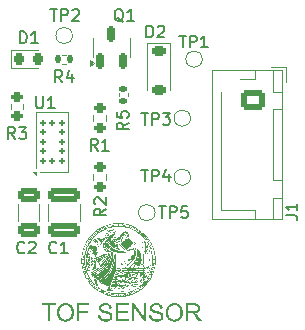
<source format=gto>
%TF.GenerationSoftware,KiCad,Pcbnew,8.0.2*%
%TF.CreationDate,2024-12-26T16:13:31-05:00*%
%TF.ProjectId,TOF Sensor,544f4620-5365-46e7-936f-722e6b696361,rev?*%
%TF.SameCoordinates,Original*%
%TF.FileFunction,Legend,Top*%
%TF.FilePolarity,Positive*%
%FSLAX46Y46*%
G04 Gerber Fmt 4.6, Leading zero omitted, Abs format (unit mm)*
G04 Created by KiCad (PCBNEW 8.0.2) date 2024-12-26 16:13:31*
%MOMM*%
%LPD*%
G01*
G04 APERTURE LIST*
G04 Aperture macros list*
%AMRoundRect*
0 Rectangle with rounded corners*
0 $1 Rounding radius*
0 $2 $3 $4 $5 $6 $7 $8 $9 X,Y pos of 4 corners*
0 Add a 4 corners polygon primitive as box body*
4,1,4,$2,$3,$4,$5,$6,$7,$8,$9,$2,$3,0*
0 Add four circle primitives for the rounded corners*
1,1,$1+$1,$2,$3*
1,1,$1+$1,$4,$5*
1,1,$1+$1,$6,$7*
1,1,$1+$1,$8,$9*
0 Add four rect primitives between the rounded corners*
20,1,$1+$1,$2,$3,$4,$5,0*
20,1,$1+$1,$4,$5,$6,$7,0*
20,1,$1+$1,$6,$7,$8,$9,0*
20,1,$1+$1,$8,$9,$2,$3,0*%
G04 Aperture macros list end*
%ADD10C,0.100000*%
%ADD11C,0.150000*%
%ADD12C,0.120000*%
%ADD13C,0.000000*%
%ADD14RoundRect,0.200000X-0.275000X0.200000X-0.275000X-0.200000X0.275000X-0.200000X0.275000X0.200000X0*%
%ADD15RoundRect,0.062500X0.062500X-0.127500X0.062500X0.127500X-0.062500X0.127500X-0.062500X-0.127500X0*%
%ADD16RoundRect,0.125000X0.125000X-0.125000X0.125000X0.125000X-0.125000X0.125000X-0.125000X-0.125000X0*%
%ADD17C,1.200000*%
%ADD18RoundRect,0.250000X-0.725000X0.600000X-0.725000X-0.600000X0.725000X-0.600000X0.725000X0.600000X0*%
%ADD19O,1.950000X1.700000*%
%ADD20RoundRect,0.250000X-0.650000X0.325000X-0.650000X-0.325000X0.650000X-0.325000X0.650000X0.325000X0*%
%ADD21C,3.200000*%
%ADD22RoundRect,0.250000X-1.100000X0.325000X-1.100000X-0.325000X1.100000X-0.325000X1.100000X0.325000X0*%
%ADD23C,1.000000*%
%ADD24RoundRect,0.150000X0.150000X-0.512500X0.150000X0.512500X-0.150000X0.512500X-0.150000X-0.512500X0*%
%ADD25RoundRect,0.200000X0.275000X-0.200000X0.275000X0.200000X-0.275000X0.200000X-0.275000X-0.200000X0*%
%ADD26RoundRect,0.135000X-0.135000X-0.185000X0.135000X-0.185000X0.135000X0.185000X-0.135000X0.185000X0*%
%ADD27RoundRect,0.218750X-0.218750X-0.256250X0.218750X-0.256250X0.218750X0.256250X-0.218750X0.256250X0*%
%ADD28RoundRect,0.225000X-0.375000X0.225000X-0.375000X-0.225000X0.375000X-0.225000X0.375000X0.225000X0*%
%ADD29RoundRect,0.135000X-0.185000X0.135000X-0.185000X-0.135000X0.185000X-0.135000X0.185000X0.135000X0*%
G04 APERTURE END LIST*
D10*
G36*
X112596981Y-70195000D02*
G01*
X112596981Y-68846779D01*
X112099459Y-68846779D01*
X112099459Y-68670924D01*
X113296737Y-68670924D01*
X113296737Y-68846779D01*
X112797016Y-68846779D01*
X112797016Y-70195000D01*
X112596981Y-70195000D01*
G37*
G36*
X114196584Y-68651006D02*
G01*
X114270665Y-68661593D01*
X114341836Y-68679239D01*
X114421189Y-68708746D01*
X114496580Y-68747861D01*
X114566311Y-68795583D01*
X114628364Y-68850913D01*
X114682738Y-68913853D01*
X114729433Y-68984400D01*
X114752669Y-69028129D01*
X114782675Y-69097149D01*
X114806473Y-69169569D01*
X114824063Y-69245389D01*
X114835444Y-69324610D01*
X114840618Y-69407230D01*
X114840963Y-69435526D01*
X114837691Y-69520380D01*
X114827876Y-69601833D01*
X114811519Y-69679886D01*
X114788618Y-69754538D01*
X114759175Y-69825790D01*
X114747906Y-69848785D01*
X114710430Y-69913962D01*
X114659837Y-69982156D01*
X114601847Y-70041899D01*
X114536458Y-70093193D01*
X114485223Y-70124658D01*
X114409571Y-70161202D01*
X114331360Y-70188771D01*
X114250589Y-70207364D01*
X114167259Y-70216981D01*
X114118492Y-70218447D01*
X114040117Y-70214815D01*
X113964911Y-70203918D01*
X113892873Y-70185757D01*
X113824004Y-70160332D01*
X113758303Y-70127643D01*
X113737107Y-70115132D01*
X113667571Y-70066160D01*
X113605784Y-70009966D01*
X113551746Y-69946548D01*
X113505456Y-69875908D01*
X113482484Y-69832299D01*
X113453100Y-69764383D01*
X113426503Y-69683291D01*
X113408181Y-69600201D01*
X113399062Y-69527391D01*
X113396127Y-69455676D01*
X113602285Y-69455676D01*
X113605872Y-69538919D01*
X113616632Y-69616455D01*
X113634565Y-69688284D01*
X113665555Y-69766946D01*
X113706874Y-69837391D01*
X113749197Y-69889818D01*
X113806904Y-69943729D01*
X113869840Y-69986487D01*
X113938005Y-70018090D01*
X114011399Y-70038539D01*
X114090023Y-70047834D01*
X114117393Y-70048454D01*
X114199215Y-70042825D01*
X114275422Y-70025940D01*
X114346013Y-69997797D01*
X114410988Y-69958397D01*
X114470348Y-69907740D01*
X114488886Y-69888353D01*
X114538440Y-69823601D01*
X114577741Y-69749420D01*
X114602660Y-69680402D01*
X114620460Y-69604835D01*
X114631140Y-69522722D01*
X114634699Y-69434061D01*
X114631719Y-69354898D01*
X114622778Y-69280258D01*
X114605261Y-69200494D01*
X114579959Y-69126637D01*
X114572418Y-69109096D01*
X114537659Y-69043585D01*
X114489906Y-68979247D01*
X114432996Y-68924819D01*
X114389968Y-68894040D01*
X114320084Y-68857026D01*
X114245622Y-68832126D01*
X114166581Y-68819339D01*
X114120690Y-68817470D01*
X114043093Y-68822648D01*
X113969668Y-68838181D01*
X113900417Y-68864070D01*
X113835338Y-68900314D01*
X113774433Y-68946914D01*
X113755059Y-68964748D01*
X113703140Y-69026770D01*
X113661962Y-69102650D01*
X113635853Y-69176470D01*
X113617204Y-69259915D01*
X113607656Y-69333600D01*
X113602882Y-69413444D01*
X113602285Y-69455676D01*
X113396127Y-69455676D01*
X113396022Y-69453112D01*
X113399176Y-69361160D01*
X113408639Y-69274349D01*
X113424409Y-69192678D01*
X113446489Y-69116148D01*
X113474876Y-69044759D01*
X113509572Y-68978510D01*
X113550576Y-68917401D01*
X113597889Y-68861434D01*
X113663949Y-68799796D01*
X113735733Y-68748605D01*
X113813242Y-68707861D01*
X113896475Y-68677564D01*
X113985433Y-68657715D01*
X114060721Y-68649357D01*
X114119591Y-68647477D01*
X114196584Y-68651006D01*
G37*
G36*
X115099982Y-70195000D02*
G01*
X115099982Y-68670924D01*
X116118841Y-68670924D01*
X116118841Y-68846779D01*
X115299651Y-68846779D01*
X115299651Y-69327449D01*
X116008565Y-69327449D01*
X116008565Y-69503304D01*
X115299651Y-69503304D01*
X115299651Y-70195000D01*
X115099982Y-70195000D01*
G37*
G36*
X116887107Y-69696011D02*
G01*
X117075418Y-69679159D01*
X117088894Y-69755493D01*
X117113074Y-69827311D01*
X117137700Y-69873332D01*
X117186476Y-69930173D01*
X117247278Y-69974162D01*
X117289741Y-69996064D01*
X117363757Y-70022554D01*
X117436229Y-70037094D01*
X117513637Y-70042547D01*
X117521650Y-70042592D01*
X117597075Y-70038566D01*
X117672148Y-70024990D01*
X117723517Y-70008520D01*
X117791758Y-69973548D01*
X117848453Y-69921730D01*
X117853942Y-69914364D01*
X117887388Y-69847527D01*
X117896807Y-69783572D01*
X117883708Y-69708881D01*
X117855408Y-69658642D01*
X117800911Y-69609183D01*
X117731137Y-69573119D01*
X117719487Y-69568517D01*
X117645767Y-69544815D01*
X117566252Y-69523305D01*
X117488299Y-69503690D01*
X117450575Y-69494511D01*
X117376919Y-69475758D01*
X117302056Y-69454400D01*
X117231096Y-69430678D01*
X117158949Y-69399256D01*
X117091140Y-69356508D01*
X117036317Y-69307353D01*
X116997749Y-69257107D01*
X116965377Y-69190749D01*
X116947946Y-69118621D01*
X116944626Y-69067330D01*
X116952289Y-68989808D01*
X116975276Y-68915922D01*
X117009473Y-68851908D01*
X117056027Y-68793891D01*
X117114173Y-68745319D01*
X117183911Y-68706192D01*
X117199249Y-68699501D01*
X117271548Y-68674352D01*
X117348309Y-68657434D01*
X117429534Y-68648747D01*
X117476587Y-68647477D01*
X117558012Y-68650889D01*
X117634490Y-68661124D01*
X117706023Y-68678183D01*
X117772609Y-68702065D01*
X117840043Y-68736651D01*
X117903956Y-68784665D01*
X117956277Y-68842768D01*
X117969713Y-68862166D01*
X118006729Y-68931060D01*
X118031223Y-69005392D01*
X118043194Y-69085162D01*
X118044085Y-69101769D01*
X117852477Y-69116423D01*
X117837968Y-69040438D01*
X117808115Y-68969197D01*
X117758582Y-68906866D01*
X117747697Y-68897337D01*
X117683755Y-68858311D01*
X117612013Y-68835545D01*
X117536954Y-68825138D01*
X117484647Y-68823332D01*
X117410005Y-68826540D01*
X117336205Y-68838063D01*
X117261215Y-68864252D01*
X117220132Y-68890376D01*
X117169677Y-68944301D01*
X117140245Y-69017110D01*
X117137334Y-69051577D01*
X117152080Y-69126315D01*
X117196318Y-69186399D01*
X117265630Y-69226378D01*
X117340918Y-69253489D01*
X117412651Y-69274063D01*
X117497470Y-69294842D01*
X117569875Y-69311799D01*
X117646915Y-69331274D01*
X117723217Y-69352790D01*
X117799837Y-69378546D01*
X117831960Y-69391929D01*
X117900672Y-69428924D01*
X117964170Y-69476079D01*
X118018398Y-69535305D01*
X118026500Y-69546901D01*
X118062376Y-69614758D01*
X118083361Y-69689368D01*
X118089515Y-69763056D01*
X118082753Y-69837488D01*
X118062467Y-69909201D01*
X118028657Y-69978195D01*
X118020272Y-69991667D01*
X117971321Y-70054107D01*
X117910563Y-70107244D01*
X117845786Y-70147114D01*
X117822069Y-70158729D01*
X117746772Y-70187597D01*
X117675560Y-70205325D01*
X117600318Y-70215589D01*
X117531175Y-70218447D01*
X117456570Y-70216296D01*
X117375424Y-70208349D01*
X117300623Y-70194547D01*
X117222908Y-70171604D01*
X117187159Y-70157264D01*
X117121649Y-70122849D01*
X117056872Y-70074990D01*
X117001543Y-70017452D01*
X116969905Y-69973715D01*
X116931510Y-69902128D01*
X116904939Y-69825441D01*
X116891246Y-69752992D01*
X116887107Y-69696011D01*
G37*
G36*
X118358792Y-70195000D02*
G01*
X118358792Y-68670924D01*
X119450924Y-68670924D01*
X119450924Y-68846779D01*
X118558461Y-68846779D01*
X118558461Y-69327449D01*
X119394138Y-69327449D01*
X119394138Y-69503304D01*
X118558461Y-69503304D01*
X118558461Y-70019145D01*
X119486095Y-70019145D01*
X119486095Y-70195000D01*
X118358792Y-70195000D01*
G37*
G36*
X119752076Y-70195000D02*
G01*
X119752076Y-68670924D01*
X119956873Y-68670924D01*
X120750418Y-69867470D01*
X120750418Y-68670924D01*
X120942027Y-68670924D01*
X120942027Y-70195000D01*
X120737229Y-70195000D01*
X119943684Y-68997355D01*
X119943684Y-70195000D01*
X119752076Y-70195000D01*
G37*
G36*
X121201413Y-69696011D02*
G01*
X121389724Y-69679159D01*
X121403199Y-69755493D01*
X121427379Y-69827311D01*
X121452006Y-69873332D01*
X121500782Y-69930173D01*
X121561584Y-69974162D01*
X121604047Y-69996064D01*
X121678063Y-70022554D01*
X121750534Y-70037094D01*
X121827943Y-70042547D01*
X121835956Y-70042592D01*
X121911380Y-70038566D01*
X121986454Y-70024990D01*
X122037822Y-70008520D01*
X122106063Y-69973548D01*
X122162758Y-69921730D01*
X122168248Y-69914364D01*
X122201694Y-69847527D01*
X122211113Y-69783572D01*
X122198014Y-69708881D01*
X122169713Y-69658642D01*
X122115217Y-69609183D01*
X122045443Y-69573119D01*
X122033792Y-69568517D01*
X121960072Y-69544815D01*
X121880558Y-69523305D01*
X121802604Y-69503690D01*
X121764881Y-69494511D01*
X121691224Y-69475758D01*
X121616362Y-69454400D01*
X121545401Y-69430678D01*
X121473255Y-69399256D01*
X121405445Y-69356508D01*
X121350623Y-69307353D01*
X121312055Y-69257107D01*
X121279683Y-69190749D01*
X121262252Y-69118621D01*
X121258932Y-69067330D01*
X121266594Y-68989808D01*
X121289582Y-68915922D01*
X121323778Y-68851908D01*
X121370332Y-68793891D01*
X121428478Y-68745319D01*
X121498216Y-68706192D01*
X121513555Y-68699501D01*
X121585854Y-68674352D01*
X121662615Y-68657434D01*
X121743840Y-68648747D01*
X121790893Y-68647477D01*
X121872317Y-68650889D01*
X121948796Y-68661124D01*
X122020328Y-68678183D01*
X122086915Y-68702065D01*
X122154348Y-68736651D01*
X122218262Y-68784665D01*
X122270583Y-68842768D01*
X122284019Y-68862166D01*
X122321035Y-68931060D01*
X122345528Y-69005392D01*
X122357499Y-69085162D01*
X122358391Y-69101769D01*
X122166782Y-69116423D01*
X122152273Y-69040438D01*
X122122420Y-68969197D01*
X122072887Y-68906866D01*
X122062002Y-68897337D01*
X121998060Y-68858311D01*
X121926319Y-68835545D01*
X121851260Y-68825138D01*
X121798953Y-68823332D01*
X121724310Y-68826540D01*
X121650511Y-68838063D01*
X121575521Y-68864252D01*
X121534438Y-68890376D01*
X121483983Y-68944301D01*
X121454550Y-69017110D01*
X121451639Y-69051577D01*
X121466386Y-69126315D01*
X121510624Y-69186399D01*
X121579936Y-69226378D01*
X121655223Y-69253489D01*
X121726956Y-69274063D01*
X121811775Y-69294842D01*
X121884181Y-69311799D01*
X121961220Y-69331274D01*
X122037523Y-69352790D01*
X122114143Y-69378546D01*
X122146266Y-69391929D01*
X122214978Y-69428924D01*
X122278476Y-69476079D01*
X122332704Y-69535305D01*
X122340806Y-69546901D01*
X122376682Y-69614758D01*
X122397666Y-69689368D01*
X122403820Y-69763056D01*
X122397058Y-69837488D01*
X122376772Y-69909201D01*
X122342962Y-69978195D01*
X122334577Y-69991667D01*
X122285626Y-70054107D01*
X122224868Y-70107244D01*
X122160092Y-70147114D01*
X122136374Y-70158729D01*
X122061078Y-70187597D01*
X121989866Y-70205325D01*
X121914624Y-70215589D01*
X121845481Y-70218447D01*
X121770876Y-70216296D01*
X121689729Y-70208349D01*
X121614929Y-70194547D01*
X121537214Y-70171604D01*
X121501465Y-70157264D01*
X121435954Y-70122849D01*
X121371178Y-70074990D01*
X121315849Y-70017452D01*
X121284211Y-69973715D01*
X121245816Y-69902128D01*
X121219244Y-69825441D01*
X121205551Y-69752992D01*
X121201413Y-69696011D01*
G37*
G36*
X123408447Y-68651006D02*
G01*
X123482528Y-68661593D01*
X123553699Y-68679239D01*
X123633052Y-68708746D01*
X123708443Y-68747861D01*
X123778175Y-68795583D01*
X123840227Y-68850913D01*
X123894601Y-68913853D01*
X123941296Y-68984400D01*
X123964532Y-69028129D01*
X123994538Y-69097149D01*
X124018336Y-69169569D01*
X124035926Y-69245389D01*
X124047307Y-69324610D01*
X124052481Y-69407230D01*
X124052826Y-69435526D01*
X124049554Y-69520380D01*
X124039740Y-69601833D01*
X124023382Y-69679886D01*
X124000481Y-69754538D01*
X123971038Y-69825790D01*
X123959769Y-69848785D01*
X123922293Y-69913962D01*
X123871700Y-69982156D01*
X123813710Y-70041899D01*
X123748322Y-70093193D01*
X123697086Y-70124658D01*
X123621434Y-70161202D01*
X123543223Y-70188771D01*
X123462452Y-70207364D01*
X123379122Y-70216981D01*
X123330355Y-70218447D01*
X123251981Y-70214815D01*
X123176774Y-70203918D01*
X123104737Y-70185757D01*
X123035867Y-70160332D01*
X122970166Y-70127643D01*
X122948970Y-70115132D01*
X122879434Y-70066160D01*
X122817647Y-70009966D01*
X122763609Y-69946548D01*
X122717319Y-69875908D01*
X122694347Y-69832299D01*
X122664963Y-69764383D01*
X122638366Y-69683291D01*
X122620044Y-69600201D01*
X122610925Y-69527391D01*
X122607990Y-69455676D01*
X122814148Y-69455676D01*
X122817735Y-69538919D01*
X122828495Y-69616455D01*
X122846429Y-69688284D01*
X122877418Y-69766946D01*
X122918737Y-69837391D01*
X122961060Y-69889818D01*
X123018767Y-69943729D01*
X123081703Y-69986487D01*
X123149868Y-70018090D01*
X123223263Y-70038539D01*
X123301886Y-70047834D01*
X123329256Y-70048454D01*
X123411079Y-70042825D01*
X123487285Y-70025940D01*
X123557876Y-69997797D01*
X123622851Y-69958397D01*
X123682211Y-69907740D01*
X123700750Y-69888353D01*
X123750303Y-69823601D01*
X123789604Y-69749420D01*
X123814524Y-69680402D01*
X123832323Y-69604835D01*
X123843003Y-69522722D01*
X123846563Y-69434061D01*
X123843582Y-69354898D01*
X123834642Y-69280258D01*
X123817125Y-69200494D01*
X123791823Y-69126637D01*
X123784281Y-69109096D01*
X123749522Y-69043585D01*
X123701769Y-68979247D01*
X123644859Y-68924819D01*
X123601831Y-68894040D01*
X123531948Y-68857026D01*
X123457485Y-68832126D01*
X123378444Y-68819339D01*
X123332554Y-68817470D01*
X123254956Y-68822648D01*
X123181531Y-68838181D01*
X123112280Y-68864070D01*
X123047202Y-68900314D01*
X122986296Y-68946914D01*
X122966922Y-68964748D01*
X122915003Y-69026770D01*
X122873825Y-69102650D01*
X122847717Y-69176470D01*
X122829067Y-69259915D01*
X122819519Y-69333600D01*
X122814745Y-69413444D01*
X122814148Y-69455676D01*
X122607990Y-69455676D01*
X122607885Y-69453112D01*
X122611039Y-69361160D01*
X122620502Y-69274349D01*
X122636273Y-69192678D01*
X122658352Y-69116148D01*
X122686739Y-69044759D01*
X122721435Y-68978510D01*
X122762439Y-68917401D01*
X122809752Y-68861434D01*
X122875812Y-68799796D01*
X122947596Y-68748605D01*
X123025105Y-68707861D01*
X123108339Y-68677564D01*
X123197296Y-68657715D01*
X123272584Y-68649357D01*
X123331454Y-68647477D01*
X123408447Y-68651006D01*
G37*
G36*
X125057920Y-68672905D02*
G01*
X125132352Y-68678848D01*
X125206083Y-68690492D01*
X125281245Y-68712323D01*
X125348512Y-68748023D01*
X125405735Y-68798701D01*
X125449040Y-68857770D01*
X125482270Y-68925139D01*
X125503193Y-68996731D01*
X125511808Y-69072544D01*
X125512055Y-69088213D01*
X125505552Y-69166523D01*
X125486043Y-69238422D01*
X125448549Y-69311645D01*
X125408007Y-69362986D01*
X125348908Y-69413613D01*
X125275658Y-69454119D01*
X125199956Y-69481260D01*
X125126446Y-69498356D01*
X125086706Y-69504769D01*
X125152603Y-69540511D01*
X125207240Y-69580240D01*
X125261035Y-69634744D01*
X125312970Y-69697047D01*
X125358121Y-69759789D01*
X125372836Y-69782107D01*
X125635886Y-70195000D01*
X125384193Y-70195000D01*
X125184525Y-69879193D01*
X125142668Y-69814874D01*
X125100177Y-69752093D01*
X125054855Y-69689136D01*
X125040177Y-69670000D01*
X124989597Y-69611573D01*
X124938695Y-69568517D01*
X124870619Y-69534994D01*
X124847470Y-69528217D01*
X124772045Y-69521347D01*
X124736095Y-69520889D01*
X124504187Y-69520889D01*
X124504187Y-70195000D01*
X124304518Y-70195000D01*
X124304518Y-69350896D01*
X124504187Y-69350896D01*
X124933932Y-69350896D01*
X125013738Y-69348070D01*
X125088053Y-69338432D01*
X125148255Y-69321953D01*
X125216307Y-69284401D01*
X125265858Y-69229630D01*
X125297303Y-69158796D01*
X125306158Y-69091144D01*
X125295184Y-69014723D01*
X125262263Y-68949224D01*
X125228122Y-68911625D01*
X125164032Y-68871369D01*
X125087210Y-68849272D01*
X125013027Y-68841539D01*
X124982292Y-68840917D01*
X124504187Y-68840917D01*
X124504187Y-69350896D01*
X124304518Y-69350896D01*
X124304518Y-68670924D01*
X124974232Y-68670924D01*
X125057920Y-68672905D01*
G37*
D11*
X116833333Y-55754819D02*
X116500000Y-55278628D01*
X116261905Y-55754819D02*
X116261905Y-54754819D01*
X116261905Y-54754819D02*
X116642857Y-54754819D01*
X116642857Y-54754819D02*
X116738095Y-54802438D01*
X116738095Y-54802438D02*
X116785714Y-54850057D01*
X116785714Y-54850057D02*
X116833333Y-54945295D01*
X116833333Y-54945295D02*
X116833333Y-55088152D01*
X116833333Y-55088152D02*
X116785714Y-55183390D01*
X116785714Y-55183390D02*
X116738095Y-55231009D01*
X116738095Y-55231009D02*
X116642857Y-55278628D01*
X116642857Y-55278628D02*
X116261905Y-55278628D01*
X117785714Y-55754819D02*
X117214286Y-55754819D01*
X117500000Y-55754819D02*
X117500000Y-54754819D01*
X117500000Y-54754819D02*
X117404762Y-54897676D01*
X117404762Y-54897676D02*
X117309524Y-54992914D01*
X117309524Y-54992914D02*
X117214286Y-55040533D01*
X111638095Y-51154819D02*
X111638095Y-51964342D01*
X111638095Y-51964342D02*
X111685714Y-52059580D01*
X111685714Y-52059580D02*
X111733333Y-52107200D01*
X111733333Y-52107200D02*
X111828571Y-52154819D01*
X111828571Y-52154819D02*
X112019047Y-52154819D01*
X112019047Y-52154819D02*
X112114285Y-52107200D01*
X112114285Y-52107200D02*
X112161904Y-52059580D01*
X112161904Y-52059580D02*
X112209523Y-51964342D01*
X112209523Y-51964342D02*
X112209523Y-51154819D01*
X113209523Y-52154819D02*
X112638095Y-52154819D01*
X112923809Y-52154819D02*
X112923809Y-51154819D01*
X112923809Y-51154819D02*
X112828571Y-51297676D01*
X112828571Y-51297676D02*
X112733333Y-51392914D01*
X112733333Y-51392914D02*
X112638095Y-51440533D01*
X132754819Y-61233333D02*
X133469104Y-61233333D01*
X133469104Y-61233333D02*
X133611961Y-61280952D01*
X133611961Y-61280952D02*
X133707200Y-61376190D01*
X133707200Y-61376190D02*
X133754819Y-61519047D01*
X133754819Y-61519047D02*
X133754819Y-61614285D01*
X133754819Y-60233333D02*
X133754819Y-60804761D01*
X133754819Y-60519047D02*
X132754819Y-60519047D01*
X132754819Y-60519047D02*
X132897676Y-60614285D01*
X132897676Y-60614285D02*
X132992914Y-60709523D01*
X132992914Y-60709523D02*
X133040533Y-60804761D01*
X110633333Y-64359580D02*
X110585714Y-64407200D01*
X110585714Y-64407200D02*
X110442857Y-64454819D01*
X110442857Y-64454819D02*
X110347619Y-64454819D01*
X110347619Y-64454819D02*
X110204762Y-64407200D01*
X110204762Y-64407200D02*
X110109524Y-64311961D01*
X110109524Y-64311961D02*
X110061905Y-64216723D01*
X110061905Y-64216723D02*
X110014286Y-64026247D01*
X110014286Y-64026247D02*
X110014286Y-63883390D01*
X110014286Y-63883390D02*
X110061905Y-63692914D01*
X110061905Y-63692914D02*
X110109524Y-63597676D01*
X110109524Y-63597676D02*
X110204762Y-63502438D01*
X110204762Y-63502438D02*
X110347619Y-63454819D01*
X110347619Y-63454819D02*
X110442857Y-63454819D01*
X110442857Y-63454819D02*
X110585714Y-63502438D01*
X110585714Y-63502438D02*
X110633333Y-63550057D01*
X111014286Y-63550057D02*
X111061905Y-63502438D01*
X111061905Y-63502438D02*
X111157143Y-63454819D01*
X111157143Y-63454819D02*
X111395238Y-63454819D01*
X111395238Y-63454819D02*
X111490476Y-63502438D01*
X111490476Y-63502438D02*
X111538095Y-63550057D01*
X111538095Y-63550057D02*
X111585714Y-63645295D01*
X111585714Y-63645295D02*
X111585714Y-63740533D01*
X111585714Y-63740533D02*
X111538095Y-63883390D01*
X111538095Y-63883390D02*
X110966667Y-64454819D01*
X110966667Y-64454819D02*
X111585714Y-64454819D01*
X113333333Y-64359580D02*
X113285714Y-64407200D01*
X113285714Y-64407200D02*
X113142857Y-64454819D01*
X113142857Y-64454819D02*
X113047619Y-64454819D01*
X113047619Y-64454819D02*
X112904762Y-64407200D01*
X112904762Y-64407200D02*
X112809524Y-64311961D01*
X112809524Y-64311961D02*
X112761905Y-64216723D01*
X112761905Y-64216723D02*
X112714286Y-64026247D01*
X112714286Y-64026247D02*
X112714286Y-63883390D01*
X112714286Y-63883390D02*
X112761905Y-63692914D01*
X112761905Y-63692914D02*
X112809524Y-63597676D01*
X112809524Y-63597676D02*
X112904762Y-63502438D01*
X112904762Y-63502438D02*
X113047619Y-63454819D01*
X113047619Y-63454819D02*
X113142857Y-63454819D01*
X113142857Y-63454819D02*
X113285714Y-63502438D01*
X113285714Y-63502438D02*
X113333333Y-63550057D01*
X114285714Y-64454819D02*
X113714286Y-64454819D01*
X114000000Y-64454819D02*
X114000000Y-63454819D01*
X114000000Y-63454819D02*
X113904762Y-63597676D01*
X113904762Y-63597676D02*
X113809524Y-63692914D01*
X113809524Y-63692914D02*
X113714286Y-63740533D01*
X120538095Y-52554819D02*
X121109523Y-52554819D01*
X120823809Y-53554819D02*
X120823809Y-52554819D01*
X121442857Y-53554819D02*
X121442857Y-52554819D01*
X121442857Y-52554819D02*
X121823809Y-52554819D01*
X121823809Y-52554819D02*
X121919047Y-52602438D01*
X121919047Y-52602438D02*
X121966666Y-52650057D01*
X121966666Y-52650057D02*
X122014285Y-52745295D01*
X122014285Y-52745295D02*
X122014285Y-52888152D01*
X122014285Y-52888152D02*
X121966666Y-52983390D01*
X121966666Y-52983390D02*
X121919047Y-53031009D01*
X121919047Y-53031009D02*
X121823809Y-53078628D01*
X121823809Y-53078628D02*
X121442857Y-53078628D01*
X122347619Y-52554819D02*
X122966666Y-52554819D01*
X122966666Y-52554819D02*
X122633333Y-52935771D01*
X122633333Y-52935771D02*
X122776190Y-52935771D01*
X122776190Y-52935771D02*
X122871428Y-52983390D01*
X122871428Y-52983390D02*
X122919047Y-53031009D01*
X122919047Y-53031009D02*
X122966666Y-53126247D01*
X122966666Y-53126247D02*
X122966666Y-53364342D01*
X122966666Y-53364342D02*
X122919047Y-53459580D01*
X122919047Y-53459580D02*
X122871428Y-53507200D01*
X122871428Y-53507200D02*
X122776190Y-53554819D01*
X122776190Y-53554819D02*
X122490476Y-53554819D01*
X122490476Y-53554819D02*
X122395238Y-53507200D01*
X122395238Y-53507200D02*
X122347619Y-53459580D01*
X119004761Y-44850057D02*
X118909523Y-44802438D01*
X118909523Y-44802438D02*
X118814285Y-44707200D01*
X118814285Y-44707200D02*
X118671428Y-44564342D01*
X118671428Y-44564342D02*
X118576190Y-44516723D01*
X118576190Y-44516723D02*
X118480952Y-44516723D01*
X118528571Y-44754819D02*
X118433333Y-44707200D01*
X118433333Y-44707200D02*
X118338095Y-44611961D01*
X118338095Y-44611961D02*
X118290476Y-44421485D01*
X118290476Y-44421485D02*
X118290476Y-44088152D01*
X118290476Y-44088152D02*
X118338095Y-43897676D01*
X118338095Y-43897676D02*
X118433333Y-43802438D01*
X118433333Y-43802438D02*
X118528571Y-43754819D01*
X118528571Y-43754819D02*
X118719047Y-43754819D01*
X118719047Y-43754819D02*
X118814285Y-43802438D01*
X118814285Y-43802438D02*
X118909523Y-43897676D01*
X118909523Y-43897676D02*
X118957142Y-44088152D01*
X118957142Y-44088152D02*
X118957142Y-44421485D01*
X118957142Y-44421485D02*
X118909523Y-44611961D01*
X118909523Y-44611961D02*
X118814285Y-44707200D01*
X118814285Y-44707200D02*
X118719047Y-44754819D01*
X118719047Y-44754819D02*
X118528571Y-44754819D01*
X119909523Y-44754819D02*
X119338095Y-44754819D01*
X119623809Y-44754819D02*
X119623809Y-43754819D01*
X119623809Y-43754819D02*
X119528571Y-43897676D01*
X119528571Y-43897676D02*
X119433333Y-43992914D01*
X119433333Y-43992914D02*
X119338095Y-44040533D01*
X112838095Y-43754819D02*
X113409523Y-43754819D01*
X113123809Y-44754819D02*
X113123809Y-43754819D01*
X113742857Y-44754819D02*
X113742857Y-43754819D01*
X113742857Y-43754819D02*
X114123809Y-43754819D01*
X114123809Y-43754819D02*
X114219047Y-43802438D01*
X114219047Y-43802438D02*
X114266666Y-43850057D01*
X114266666Y-43850057D02*
X114314285Y-43945295D01*
X114314285Y-43945295D02*
X114314285Y-44088152D01*
X114314285Y-44088152D02*
X114266666Y-44183390D01*
X114266666Y-44183390D02*
X114219047Y-44231009D01*
X114219047Y-44231009D02*
X114123809Y-44278628D01*
X114123809Y-44278628D02*
X113742857Y-44278628D01*
X114695238Y-43850057D02*
X114742857Y-43802438D01*
X114742857Y-43802438D02*
X114838095Y-43754819D01*
X114838095Y-43754819D02*
X115076190Y-43754819D01*
X115076190Y-43754819D02*
X115171428Y-43802438D01*
X115171428Y-43802438D02*
X115219047Y-43850057D01*
X115219047Y-43850057D02*
X115266666Y-43945295D01*
X115266666Y-43945295D02*
X115266666Y-44040533D01*
X115266666Y-44040533D02*
X115219047Y-44183390D01*
X115219047Y-44183390D02*
X114647619Y-44754819D01*
X114647619Y-44754819D02*
X115266666Y-44754819D01*
X117554819Y-60666666D02*
X117078628Y-60999999D01*
X117554819Y-61238094D02*
X116554819Y-61238094D01*
X116554819Y-61238094D02*
X116554819Y-60857142D01*
X116554819Y-60857142D02*
X116602438Y-60761904D01*
X116602438Y-60761904D02*
X116650057Y-60714285D01*
X116650057Y-60714285D02*
X116745295Y-60666666D01*
X116745295Y-60666666D02*
X116888152Y-60666666D01*
X116888152Y-60666666D02*
X116983390Y-60714285D01*
X116983390Y-60714285D02*
X117031009Y-60761904D01*
X117031009Y-60761904D02*
X117078628Y-60857142D01*
X117078628Y-60857142D02*
X117078628Y-61238094D01*
X116650057Y-60285713D02*
X116602438Y-60238094D01*
X116602438Y-60238094D02*
X116554819Y-60142856D01*
X116554819Y-60142856D02*
X116554819Y-59904761D01*
X116554819Y-59904761D02*
X116602438Y-59809523D01*
X116602438Y-59809523D02*
X116650057Y-59761904D01*
X116650057Y-59761904D02*
X116745295Y-59714285D01*
X116745295Y-59714285D02*
X116840533Y-59714285D01*
X116840533Y-59714285D02*
X116983390Y-59761904D01*
X116983390Y-59761904D02*
X117554819Y-60333332D01*
X117554819Y-60333332D02*
X117554819Y-59714285D01*
X113833333Y-49954819D02*
X113500000Y-49478628D01*
X113261905Y-49954819D02*
X113261905Y-48954819D01*
X113261905Y-48954819D02*
X113642857Y-48954819D01*
X113642857Y-48954819D02*
X113738095Y-49002438D01*
X113738095Y-49002438D02*
X113785714Y-49050057D01*
X113785714Y-49050057D02*
X113833333Y-49145295D01*
X113833333Y-49145295D02*
X113833333Y-49288152D01*
X113833333Y-49288152D02*
X113785714Y-49383390D01*
X113785714Y-49383390D02*
X113738095Y-49431009D01*
X113738095Y-49431009D02*
X113642857Y-49478628D01*
X113642857Y-49478628D02*
X113261905Y-49478628D01*
X114690476Y-49288152D02*
X114690476Y-49954819D01*
X114452381Y-48907200D02*
X114214286Y-49621485D01*
X114214286Y-49621485D02*
X114833333Y-49621485D01*
X122038095Y-60454819D02*
X122609523Y-60454819D01*
X122323809Y-61454819D02*
X122323809Y-60454819D01*
X122942857Y-61454819D02*
X122942857Y-60454819D01*
X122942857Y-60454819D02*
X123323809Y-60454819D01*
X123323809Y-60454819D02*
X123419047Y-60502438D01*
X123419047Y-60502438D02*
X123466666Y-60550057D01*
X123466666Y-60550057D02*
X123514285Y-60645295D01*
X123514285Y-60645295D02*
X123514285Y-60788152D01*
X123514285Y-60788152D02*
X123466666Y-60883390D01*
X123466666Y-60883390D02*
X123419047Y-60931009D01*
X123419047Y-60931009D02*
X123323809Y-60978628D01*
X123323809Y-60978628D02*
X122942857Y-60978628D01*
X124419047Y-60454819D02*
X123942857Y-60454819D01*
X123942857Y-60454819D02*
X123895238Y-60931009D01*
X123895238Y-60931009D02*
X123942857Y-60883390D01*
X123942857Y-60883390D02*
X124038095Y-60835771D01*
X124038095Y-60835771D02*
X124276190Y-60835771D01*
X124276190Y-60835771D02*
X124371428Y-60883390D01*
X124371428Y-60883390D02*
X124419047Y-60931009D01*
X124419047Y-60931009D02*
X124466666Y-61026247D01*
X124466666Y-61026247D02*
X124466666Y-61264342D01*
X124466666Y-61264342D02*
X124419047Y-61359580D01*
X124419047Y-61359580D02*
X124371428Y-61407200D01*
X124371428Y-61407200D02*
X124276190Y-61454819D01*
X124276190Y-61454819D02*
X124038095Y-61454819D01*
X124038095Y-61454819D02*
X123942857Y-61407200D01*
X123942857Y-61407200D02*
X123895238Y-61359580D01*
X110261905Y-46654819D02*
X110261905Y-45654819D01*
X110261905Y-45654819D02*
X110500000Y-45654819D01*
X110500000Y-45654819D02*
X110642857Y-45702438D01*
X110642857Y-45702438D02*
X110738095Y-45797676D01*
X110738095Y-45797676D02*
X110785714Y-45892914D01*
X110785714Y-45892914D02*
X110833333Y-46083390D01*
X110833333Y-46083390D02*
X110833333Y-46226247D01*
X110833333Y-46226247D02*
X110785714Y-46416723D01*
X110785714Y-46416723D02*
X110738095Y-46511961D01*
X110738095Y-46511961D02*
X110642857Y-46607200D01*
X110642857Y-46607200D02*
X110500000Y-46654819D01*
X110500000Y-46654819D02*
X110261905Y-46654819D01*
X111785714Y-46654819D02*
X111214286Y-46654819D01*
X111500000Y-46654819D02*
X111500000Y-45654819D01*
X111500000Y-45654819D02*
X111404762Y-45797676D01*
X111404762Y-45797676D02*
X111309524Y-45892914D01*
X111309524Y-45892914D02*
X111214286Y-45940533D01*
X109833333Y-54754819D02*
X109500000Y-54278628D01*
X109261905Y-54754819D02*
X109261905Y-53754819D01*
X109261905Y-53754819D02*
X109642857Y-53754819D01*
X109642857Y-53754819D02*
X109738095Y-53802438D01*
X109738095Y-53802438D02*
X109785714Y-53850057D01*
X109785714Y-53850057D02*
X109833333Y-53945295D01*
X109833333Y-53945295D02*
X109833333Y-54088152D01*
X109833333Y-54088152D02*
X109785714Y-54183390D01*
X109785714Y-54183390D02*
X109738095Y-54231009D01*
X109738095Y-54231009D02*
X109642857Y-54278628D01*
X109642857Y-54278628D02*
X109261905Y-54278628D01*
X110166667Y-53754819D02*
X110785714Y-53754819D01*
X110785714Y-53754819D02*
X110452381Y-54135771D01*
X110452381Y-54135771D02*
X110595238Y-54135771D01*
X110595238Y-54135771D02*
X110690476Y-54183390D01*
X110690476Y-54183390D02*
X110738095Y-54231009D01*
X110738095Y-54231009D02*
X110785714Y-54326247D01*
X110785714Y-54326247D02*
X110785714Y-54564342D01*
X110785714Y-54564342D02*
X110738095Y-54659580D01*
X110738095Y-54659580D02*
X110690476Y-54707200D01*
X110690476Y-54707200D02*
X110595238Y-54754819D01*
X110595238Y-54754819D02*
X110309524Y-54754819D01*
X110309524Y-54754819D02*
X110214286Y-54707200D01*
X110214286Y-54707200D02*
X110166667Y-54659580D01*
X123738095Y-46006819D02*
X124309523Y-46006819D01*
X124023809Y-47006819D02*
X124023809Y-46006819D01*
X124642857Y-47006819D02*
X124642857Y-46006819D01*
X124642857Y-46006819D02*
X125023809Y-46006819D01*
X125023809Y-46006819D02*
X125119047Y-46054438D01*
X125119047Y-46054438D02*
X125166666Y-46102057D01*
X125166666Y-46102057D02*
X125214285Y-46197295D01*
X125214285Y-46197295D02*
X125214285Y-46340152D01*
X125214285Y-46340152D02*
X125166666Y-46435390D01*
X125166666Y-46435390D02*
X125119047Y-46483009D01*
X125119047Y-46483009D02*
X125023809Y-46530628D01*
X125023809Y-46530628D02*
X124642857Y-46530628D01*
X126166666Y-47006819D02*
X125595238Y-47006819D01*
X125880952Y-47006819D02*
X125880952Y-46006819D01*
X125880952Y-46006819D02*
X125785714Y-46149676D01*
X125785714Y-46149676D02*
X125690476Y-46244914D01*
X125690476Y-46244914D02*
X125595238Y-46292533D01*
X120961905Y-46154819D02*
X120961905Y-45154819D01*
X120961905Y-45154819D02*
X121200000Y-45154819D01*
X121200000Y-45154819D02*
X121342857Y-45202438D01*
X121342857Y-45202438D02*
X121438095Y-45297676D01*
X121438095Y-45297676D02*
X121485714Y-45392914D01*
X121485714Y-45392914D02*
X121533333Y-45583390D01*
X121533333Y-45583390D02*
X121533333Y-45726247D01*
X121533333Y-45726247D02*
X121485714Y-45916723D01*
X121485714Y-45916723D02*
X121438095Y-46011961D01*
X121438095Y-46011961D02*
X121342857Y-46107200D01*
X121342857Y-46107200D02*
X121200000Y-46154819D01*
X121200000Y-46154819D02*
X120961905Y-46154819D01*
X121914286Y-45250057D02*
X121961905Y-45202438D01*
X121961905Y-45202438D02*
X122057143Y-45154819D01*
X122057143Y-45154819D02*
X122295238Y-45154819D01*
X122295238Y-45154819D02*
X122390476Y-45202438D01*
X122390476Y-45202438D02*
X122438095Y-45250057D01*
X122438095Y-45250057D02*
X122485714Y-45345295D01*
X122485714Y-45345295D02*
X122485714Y-45440533D01*
X122485714Y-45440533D02*
X122438095Y-45583390D01*
X122438095Y-45583390D02*
X121866667Y-46154819D01*
X121866667Y-46154819D02*
X122485714Y-46154819D01*
X119454819Y-53366666D02*
X118978628Y-53699999D01*
X119454819Y-53938094D02*
X118454819Y-53938094D01*
X118454819Y-53938094D02*
X118454819Y-53557142D01*
X118454819Y-53557142D02*
X118502438Y-53461904D01*
X118502438Y-53461904D02*
X118550057Y-53414285D01*
X118550057Y-53414285D02*
X118645295Y-53366666D01*
X118645295Y-53366666D02*
X118788152Y-53366666D01*
X118788152Y-53366666D02*
X118883390Y-53414285D01*
X118883390Y-53414285D02*
X118931009Y-53461904D01*
X118931009Y-53461904D02*
X118978628Y-53557142D01*
X118978628Y-53557142D02*
X118978628Y-53938094D01*
X118454819Y-52461904D02*
X118454819Y-52938094D01*
X118454819Y-52938094D02*
X118931009Y-52985713D01*
X118931009Y-52985713D02*
X118883390Y-52938094D01*
X118883390Y-52938094D02*
X118835771Y-52842856D01*
X118835771Y-52842856D02*
X118835771Y-52604761D01*
X118835771Y-52604761D02*
X118883390Y-52509523D01*
X118883390Y-52509523D02*
X118931009Y-52461904D01*
X118931009Y-52461904D02*
X119026247Y-52414285D01*
X119026247Y-52414285D02*
X119264342Y-52414285D01*
X119264342Y-52414285D02*
X119359580Y-52461904D01*
X119359580Y-52461904D02*
X119407200Y-52509523D01*
X119407200Y-52509523D02*
X119454819Y-52604761D01*
X119454819Y-52604761D02*
X119454819Y-52842856D01*
X119454819Y-52842856D02*
X119407200Y-52938094D01*
X119407200Y-52938094D02*
X119359580Y-52985713D01*
X120538095Y-57354819D02*
X121109523Y-57354819D01*
X120823809Y-58354819D02*
X120823809Y-57354819D01*
X121442857Y-58354819D02*
X121442857Y-57354819D01*
X121442857Y-57354819D02*
X121823809Y-57354819D01*
X121823809Y-57354819D02*
X121919047Y-57402438D01*
X121919047Y-57402438D02*
X121966666Y-57450057D01*
X121966666Y-57450057D02*
X122014285Y-57545295D01*
X122014285Y-57545295D02*
X122014285Y-57688152D01*
X122014285Y-57688152D02*
X121966666Y-57783390D01*
X121966666Y-57783390D02*
X121919047Y-57831009D01*
X121919047Y-57831009D02*
X121823809Y-57878628D01*
X121823809Y-57878628D02*
X121442857Y-57878628D01*
X122871428Y-57688152D02*
X122871428Y-58354819D01*
X122633333Y-57307200D02*
X122395238Y-58021485D01*
X122395238Y-58021485D02*
X123014285Y-58021485D01*
D12*
%TO.C,R1*%
X116477500Y-52762742D02*
X116477500Y-53237258D01*
X117522500Y-52762742D02*
X117522500Y-53237258D01*
%TO.C,U1*%
X111650000Y-52450000D02*
X111650000Y-57250000D01*
X111950000Y-57550000D02*
X114350000Y-57550000D01*
X114350000Y-52450000D02*
X111650000Y-52450000D01*
X114350000Y-57550000D02*
X114350000Y-52450000D01*
X111650000Y-57830000D02*
X111370000Y-57550000D01*
X111650000Y-57550000D01*
X111650000Y-57830000D01*
G36*
X111650000Y-57830000D02*
G01*
X111370000Y-57550000D01*
X111650000Y-57550000D01*
X111650000Y-57830000D01*
G37*
%TO.C,J1*%
X126490000Y-48940000D02*
X126490000Y-61560000D01*
X126490000Y-61560000D02*
X132460000Y-61560000D01*
X127250000Y-55250000D02*
X127250000Y-50760000D01*
X127250000Y-60800000D02*
X127250000Y-55250000D01*
X130200000Y-48950000D02*
X130200000Y-49700000D01*
X130200000Y-49700000D02*
X128860000Y-49700000D01*
X130200000Y-60800000D02*
X127250000Y-60800000D01*
X130200000Y-61550000D02*
X130200000Y-60800000D01*
X131700000Y-48950000D02*
X131700000Y-50750000D01*
X131700000Y-50750000D02*
X132450000Y-50750000D01*
X131700000Y-52250000D02*
X131700000Y-58250000D01*
X131700000Y-58250000D02*
X132450000Y-58250000D01*
X131700000Y-59750000D02*
X131700000Y-61550000D01*
X131700000Y-61550000D02*
X132450000Y-61550000D01*
X132450000Y-48950000D02*
X131700000Y-48950000D01*
X132450000Y-50750000D02*
X132450000Y-48950000D01*
X132450000Y-52250000D02*
X131700000Y-52250000D01*
X132450000Y-58250000D02*
X132450000Y-52250000D01*
X132450000Y-59750000D02*
X131700000Y-59750000D01*
X132450000Y-61550000D02*
X132450000Y-59750000D01*
X132460000Y-48940000D02*
X126490000Y-48940000D01*
X132460000Y-61560000D02*
X132460000Y-48940000D01*
X132750000Y-48650000D02*
X131500000Y-48650000D01*
X132750000Y-49900000D02*
X132750000Y-48650000D01*
%TO.C,C2*%
X110090000Y-60288748D02*
X110090000Y-61711252D01*
X111910000Y-60288748D02*
X111910000Y-61711252D01*
D13*
%TO.C,G\u002A\u002A\u002A*%
G36*
X118971835Y-66659389D02*
G01*
X118971625Y-66659021D01*
X118971840Y-66658927D01*
X118971835Y-66659389D01*
G37*
G36*
X115931973Y-64923075D02*
G01*
X115928310Y-64926738D01*
X115924647Y-64923075D01*
X115928310Y-64919412D01*
X115931973Y-64923075D01*
G37*
G36*
X115961278Y-64256389D02*
G01*
X115957615Y-64260052D01*
X115953952Y-64256389D01*
X115957615Y-64252726D01*
X115961278Y-64256389D01*
G37*
G36*
X115961278Y-64915749D02*
G01*
X115957615Y-64919412D01*
X115953952Y-64915749D01*
X115957615Y-64912086D01*
X115961278Y-64915749D01*
G37*
G36*
X115983257Y-64915749D02*
G01*
X115979594Y-64919412D01*
X115975931Y-64915749D01*
X115979594Y-64912086D01*
X115983257Y-64915749D01*
G37*
G36*
X116012562Y-64087886D02*
G01*
X116008899Y-64091549D01*
X116005236Y-64087886D01*
X116008899Y-64084223D01*
X116012562Y-64087886D01*
G37*
G36*
X116027214Y-64051255D02*
G01*
X116023551Y-64054918D01*
X116019888Y-64051255D01*
X116023551Y-64047592D01*
X116027214Y-64051255D01*
G37*
G36*
X116115129Y-64681310D02*
G01*
X116111466Y-64684973D01*
X116107803Y-64681310D01*
X116111466Y-64677647D01*
X116115129Y-64681310D01*
G37*
G36*
X116129781Y-63809490D02*
G01*
X116126118Y-63813153D01*
X116122455Y-63809490D01*
X116126118Y-63805827D01*
X116129781Y-63809490D01*
G37*
G36*
X116144434Y-63780185D02*
G01*
X116140771Y-63783848D01*
X116137107Y-63780185D01*
X116140771Y-63776522D01*
X116144434Y-63780185D01*
G37*
G36*
X116173739Y-63736228D02*
G01*
X116170075Y-63739891D01*
X116166412Y-63736228D01*
X116170075Y-63732565D01*
X116173739Y-63736228D01*
G37*
G36*
X116195717Y-65560456D02*
G01*
X116192054Y-65564119D01*
X116188391Y-65560456D01*
X116192054Y-65556793D01*
X116195717Y-65560456D01*
G37*
G36*
X116195717Y-65860831D02*
G01*
X116192054Y-65864494D01*
X116188391Y-65860831D01*
X116192054Y-65857168D01*
X116195717Y-65860831D01*
G37*
G36*
X116276306Y-64673984D02*
G01*
X116272642Y-64677647D01*
X116268979Y-64673984D01*
X116272642Y-64670321D01*
X116276306Y-64673984D01*
G37*
G36*
X116298284Y-65655697D02*
G01*
X116294621Y-65659360D01*
X116290958Y-65655697D01*
X116294621Y-65652034D01*
X116298284Y-65655697D01*
G37*
G36*
X116305610Y-65633718D02*
G01*
X116301947Y-65637381D01*
X116298284Y-65633718D01*
X116301947Y-65630055D01*
X116305610Y-65633718D01*
G37*
G36*
X116327589Y-65597087D02*
G01*
X116323926Y-65600750D01*
X116320263Y-65597087D01*
X116323926Y-65593424D01*
X116327589Y-65597087D01*
G37*
G36*
X116364220Y-65816874D02*
G01*
X116360557Y-65820537D01*
X116356894Y-65816874D01*
X116360557Y-65813211D01*
X116364220Y-65816874D01*
G37*
G36*
X116400851Y-65655697D02*
G01*
X116397188Y-65659360D01*
X116393525Y-65655697D01*
X116397188Y-65652034D01*
X116400851Y-65655697D01*
G37*
G36*
X116408178Y-64695962D02*
G01*
X116404514Y-64699625D01*
X116400851Y-64695962D01*
X116404514Y-64692299D01*
X116408178Y-64695962D01*
G37*
G36*
X116408178Y-64915749D02*
G01*
X116404514Y-64919412D01*
X116400851Y-64915749D01*
X116404514Y-64912086D01*
X116408178Y-64915749D01*
G37*
G36*
X116437482Y-65523825D02*
G01*
X116433819Y-65527488D01*
X116430156Y-65523825D01*
X116433819Y-65520162D01*
X116437482Y-65523825D01*
G37*
G36*
X116474114Y-64886444D02*
G01*
X116470450Y-64890107D01*
X116466787Y-64886444D01*
X116470450Y-64882781D01*
X116474114Y-64886444D01*
G37*
G36*
X116481440Y-65179493D02*
G01*
X116477777Y-65183156D01*
X116474114Y-65179493D01*
X116477777Y-65175830D01*
X116481440Y-65179493D01*
G37*
G36*
X116525397Y-63223392D02*
G01*
X116521734Y-63227056D01*
X116518071Y-63223392D01*
X116521734Y-63219729D01*
X116525397Y-63223392D01*
G37*
G36*
X116540049Y-64805856D02*
G01*
X116536386Y-64809519D01*
X116532723Y-64805856D01*
X116536386Y-64802193D01*
X116540049Y-64805856D01*
G37*
G36*
X116840424Y-64666657D02*
G01*
X116836761Y-64670321D01*
X116833098Y-64666657D01*
X116836761Y-64662994D01*
X116840424Y-64666657D01*
G37*
G36*
X116877056Y-63655639D02*
G01*
X116873392Y-63659302D01*
X116869729Y-63655639D01*
X116873392Y-63651976D01*
X116877056Y-63655639D01*
G37*
G36*
X116928339Y-64637353D02*
G01*
X116924676Y-64641016D01*
X116921013Y-64637353D01*
X116924676Y-64633690D01*
X116928339Y-64637353D01*
G37*
G36*
X116950318Y-65304039D02*
G01*
X116946655Y-65307702D01*
X116942991Y-65304039D01*
X116946655Y-65300375D01*
X116950318Y-65304039D01*
G37*
G36*
X116950318Y-65377301D02*
G01*
X116946655Y-65380964D01*
X116942991Y-65377301D01*
X116946655Y-65373638D01*
X116950318Y-65377301D01*
G37*
G36*
X117067537Y-63816816D02*
G01*
X117063874Y-63820479D01*
X117060211Y-63816816D01*
X117063874Y-63813153D01*
X117067537Y-63816816D01*
G37*
G36*
X117126147Y-67890194D02*
G01*
X117122484Y-67893857D01*
X117118821Y-67890194D01*
X117122484Y-67886531D01*
X117126147Y-67890194D01*
G37*
G36*
X117140799Y-67897520D02*
G01*
X117137136Y-67901183D01*
X117133473Y-67897520D01*
X117137136Y-67893857D01*
X117140799Y-67897520D01*
G37*
G36*
X117148126Y-64534786D02*
G01*
X117144463Y-64538449D01*
X117140799Y-64534786D01*
X117144463Y-64531122D01*
X117148126Y-64534786D01*
G37*
G36*
X117170104Y-65091578D02*
G01*
X117166441Y-65095241D01*
X117162778Y-65091578D01*
X117166441Y-65087915D01*
X117170104Y-65091578D01*
G37*
G36*
X117250693Y-63120825D02*
G01*
X117247030Y-63124488D01*
X117243366Y-63120825D01*
X117247030Y-63117162D01*
X117250693Y-63120825D01*
G37*
G36*
X117250693Y-63684944D02*
G01*
X117247030Y-63688607D01*
X117243366Y-63684944D01*
X117247030Y-63681281D01*
X117250693Y-63684944D01*
G37*
G36*
X117353260Y-64146496D02*
G01*
X117349597Y-64150159D01*
X117345934Y-64146496D01*
X117349597Y-64142833D01*
X117353260Y-64146496D01*
G37*
G36*
X117389891Y-63069542D02*
G01*
X117386228Y-63073205D01*
X117382565Y-63069542D01*
X117386228Y-63065879D01*
X117389891Y-63069542D01*
G37*
G36*
X117426522Y-62739862D02*
G01*
X117422859Y-62743525D01*
X117419196Y-62739862D01*
X117422859Y-62736199D01*
X117426522Y-62739862D01*
G37*
G36*
X117433848Y-62717883D02*
G01*
X117430185Y-62721546D01*
X117426522Y-62717883D01*
X117430185Y-62714220D01*
X117433848Y-62717883D01*
G37*
G36*
X117463153Y-62703231D02*
G01*
X117459490Y-62706894D01*
X117455827Y-62703231D01*
X117459490Y-62699568D01*
X117463153Y-62703231D01*
G37*
G36*
X117514437Y-62688578D02*
G01*
X117510773Y-62692242D01*
X117507110Y-62688578D01*
X117510773Y-62684915D01*
X117514437Y-62688578D01*
G37*
G36*
X117602351Y-62571359D02*
G01*
X117598688Y-62575022D01*
X117595025Y-62571359D01*
X117598688Y-62567696D01*
X117602351Y-62571359D01*
G37*
G36*
X117866095Y-62710557D02*
G01*
X117862432Y-62714220D01*
X117858769Y-62710557D01*
X117862432Y-62706894D01*
X117866095Y-62710557D01*
G37*
G36*
X117880747Y-62666600D02*
G01*
X117877084Y-62670263D01*
X117873421Y-62666600D01*
X117877084Y-62662937D01*
X117880747Y-62666600D01*
G37*
G36*
X117997967Y-61846063D02*
G01*
X117994304Y-61849726D01*
X117990641Y-61846063D01*
X117994304Y-61842400D01*
X117997967Y-61846063D01*
G37*
G36*
X118041924Y-61838737D02*
G01*
X118038261Y-61842400D01*
X118034598Y-61838737D01*
X118038261Y-61835074D01*
X118041924Y-61838737D01*
G37*
G36*
X118122513Y-63186761D02*
G01*
X118118850Y-63190424D01*
X118115186Y-63186761D01*
X118118850Y-63183098D01*
X118122513Y-63186761D01*
G37*
G36*
X118181122Y-63142804D02*
G01*
X118177459Y-63146467D01*
X118173796Y-63142804D01*
X118177459Y-63139141D01*
X118181122Y-63142804D01*
G37*
G36*
X118239732Y-62432161D02*
G01*
X118236069Y-62435824D01*
X118232406Y-62432161D01*
X118236069Y-62428498D01*
X118239732Y-62432161D01*
G37*
G36*
X118305668Y-67582493D02*
G01*
X118302005Y-67586156D01*
X118298342Y-67582493D01*
X118302005Y-67578829D01*
X118305668Y-67582493D01*
G37*
G36*
X118312994Y-63003606D02*
G01*
X118309331Y-63007269D01*
X118305668Y-63003606D01*
X118309331Y-62999943D01*
X118312994Y-63003606D01*
G37*
G36*
X118320321Y-67597145D02*
G01*
X118316657Y-67600808D01*
X118312994Y-67597145D01*
X118316657Y-67593482D01*
X118320321Y-67597145D01*
G37*
G36*
X118386257Y-63589703D02*
G01*
X118382593Y-63593366D01*
X118378930Y-63589703D01*
X118382593Y-63586040D01*
X118386257Y-63589703D01*
G37*
G36*
X118400909Y-63963341D02*
G01*
X118397246Y-63967004D01*
X118393583Y-63963341D01*
X118397246Y-63959677D01*
X118400909Y-63963341D01*
G37*
G36*
X118408235Y-63948688D02*
G01*
X118404572Y-63952351D01*
X118400909Y-63948688D01*
X118404572Y-63945025D01*
X118408235Y-63948688D01*
G37*
G36*
X118415561Y-63655639D02*
G01*
X118411898Y-63659302D01*
X118408235Y-63655639D01*
X118411898Y-63651976D01*
X118415561Y-63655639D01*
G37*
G36*
X118415561Y-63670292D02*
G01*
X118411898Y-63673955D01*
X118408235Y-63670292D01*
X118411898Y-63666629D01*
X118415561Y-63670292D01*
G37*
G36*
X118444866Y-64498154D02*
G01*
X118441203Y-64501818D01*
X118437540Y-64498154D01*
X118441203Y-64494491D01*
X118444866Y-64498154D01*
G37*
G36*
X118444866Y-67340727D02*
G01*
X118441203Y-67344390D01*
X118437540Y-67340727D01*
X118441203Y-67337064D01*
X118444866Y-67340727D01*
G37*
G36*
X118452193Y-64439545D02*
G01*
X118448529Y-64443208D01*
X118444866Y-64439545D01*
X118448529Y-64435882D01*
X118452193Y-64439545D01*
G37*
G36*
X118474171Y-66109923D02*
G01*
X118470508Y-66113586D01*
X118466845Y-66109923D01*
X118470508Y-66106259D01*
X118474171Y-66109923D01*
G37*
G36*
X118488824Y-67399337D02*
G01*
X118485161Y-67403000D01*
X118481497Y-67399337D01*
X118485161Y-67395674D01*
X118488824Y-67399337D01*
G37*
G36*
X118510802Y-64439545D02*
G01*
X118507139Y-64443208D01*
X118503476Y-64439545D01*
X118507139Y-64435882D01*
X118510802Y-64439545D01*
G37*
G36*
X118510802Y-66000029D02*
G01*
X118507139Y-66003692D01*
X118503476Y-66000029D01*
X118507139Y-65996366D01*
X118510802Y-66000029D01*
G37*
G36*
X118518129Y-66117249D02*
G01*
X118514465Y-66120912D01*
X118510802Y-66117249D01*
X118514465Y-66113586D01*
X118518129Y-66117249D01*
G37*
G36*
X118554760Y-66527517D02*
G01*
X118551096Y-66531180D01*
X118547433Y-66527517D01*
X118551096Y-66523854D01*
X118554760Y-66527517D01*
G37*
G36*
X118598717Y-66117249D02*
G01*
X118595054Y-66120912D01*
X118591391Y-66117249D01*
X118595054Y-66113586D01*
X118598717Y-66117249D01*
G37*
G36*
X118606043Y-64586069D02*
G01*
X118602380Y-64589732D01*
X118598717Y-64586069D01*
X118602380Y-64582406D01*
X118606043Y-64586069D01*
G37*
G36*
X118606043Y-65223450D02*
G01*
X118602380Y-65227113D01*
X118598717Y-65223450D01*
X118602380Y-65219787D01*
X118606043Y-65223450D01*
G37*
G36*
X118613369Y-63655639D02*
G01*
X118609706Y-63659302D01*
X118606043Y-63655639D01*
X118609706Y-63651976D01*
X118613369Y-63655639D01*
G37*
G36*
X118664653Y-62966975D02*
G01*
X118660990Y-62970638D01*
X118657327Y-62966975D01*
X118660990Y-62963312D01*
X118664653Y-62966975D01*
G37*
G36*
X118679305Y-65824200D02*
G01*
X118675642Y-65827863D01*
X118671979Y-65824200D01*
X118675642Y-65820537D01*
X118679305Y-65824200D01*
G37*
G36*
X118686632Y-63575051D02*
G01*
X118682968Y-63578714D01*
X118679305Y-63575051D01*
X118682968Y-63571388D01*
X118686632Y-63575051D01*
G37*
G36*
X118701284Y-66674041D02*
G01*
X118697621Y-66677705D01*
X118693958Y-66674041D01*
X118697621Y-66670378D01*
X118701284Y-66674041D01*
G37*
G36*
X118796525Y-65736285D02*
G01*
X118792862Y-65739949D01*
X118789199Y-65736285D01*
X118792862Y-65732622D01*
X118796525Y-65736285D01*
G37*
G36*
X118833156Y-62732536D02*
G01*
X118829493Y-62736199D01*
X118825830Y-62732536D01*
X118829493Y-62728873D01*
X118833156Y-62732536D01*
G37*
G36*
X118833156Y-65736285D02*
G01*
X118829493Y-65739949D01*
X118825830Y-65736285D01*
X118829493Y-65732622D01*
X118833156Y-65736285D01*
G37*
G36*
X118847808Y-62717883D02*
G01*
X118844145Y-62721546D01*
X118840482Y-62717883D01*
X118844145Y-62714220D01*
X118847808Y-62717883D01*
G37*
G36*
X118869787Y-62688578D02*
G01*
X118866124Y-62692242D01*
X118862461Y-62688578D01*
X118866124Y-62684915D01*
X118869787Y-62688578D01*
G37*
G36*
X118899092Y-62629969D02*
G01*
X118895429Y-62633632D01*
X118891766Y-62629969D01*
X118895429Y-62626306D01*
X118899092Y-62629969D01*
G37*
G36*
X118906418Y-62644621D02*
G01*
X118902755Y-62648284D01*
X118899092Y-62644621D01*
X118902755Y-62640958D01*
X118906418Y-62644621D01*
G37*
G36*
X118935723Y-62615316D02*
G01*
X118932060Y-62618979D01*
X118928397Y-62615316D01*
X118932060Y-62611653D01*
X118935723Y-62615316D01*
G37*
G36*
X118950375Y-62600664D02*
G01*
X118946712Y-62604327D01*
X118943049Y-62600664D01*
X118946712Y-62597001D01*
X118950375Y-62600664D01*
G37*
G36*
X118972354Y-66527517D02*
G01*
X118968691Y-66531180D01*
X118965028Y-66527517D01*
X118968691Y-66523854D01*
X118972354Y-66527517D01*
G37*
G36*
X118979680Y-63230719D02*
G01*
X118976017Y-63234382D01*
X118972354Y-63230719D01*
X118976017Y-63227056D01*
X118979680Y-63230719D01*
G37*
G36*
X118979680Y-63333286D02*
G01*
X118976017Y-63336949D01*
X118972354Y-63333286D01*
X118976017Y-63329623D01*
X118979680Y-63333286D01*
G37*
G36*
X118979680Y-68219874D02*
G01*
X118976017Y-68223537D01*
X118972354Y-68219874D01*
X118976017Y-68216210D01*
X118979680Y-68219874D01*
G37*
G36*
X119008985Y-63303981D02*
G01*
X119005322Y-63307644D01*
X119001659Y-63303981D01*
X119005322Y-63300318D01*
X119008985Y-63303981D01*
G37*
G36*
X119016311Y-63142804D02*
G01*
X119012648Y-63146467D01*
X119008985Y-63142804D01*
X119012648Y-63139141D01*
X119016311Y-63142804D01*
G37*
G36*
X119023638Y-63303981D02*
G01*
X119019974Y-63307644D01*
X119016311Y-63303981D01*
X119019974Y-63300318D01*
X119023638Y-63303981D01*
G37*
G36*
X119030964Y-66630084D02*
G01*
X119027301Y-66633747D01*
X119023638Y-66630084D01*
X119027301Y-66626421D01*
X119030964Y-66630084D01*
G37*
G36*
X119038290Y-65135535D02*
G01*
X119034627Y-65139199D01*
X119030964Y-65135535D01*
X119034627Y-65131872D01*
X119038290Y-65135535D01*
G37*
G36*
X119045616Y-67509230D02*
G01*
X119041953Y-67512893D01*
X119038290Y-67509230D01*
X119041953Y-67505567D01*
X119045616Y-67509230D01*
G37*
G36*
X119067595Y-63282002D02*
G01*
X119063932Y-63285665D01*
X119060269Y-63282002D01*
X119063932Y-63278339D01*
X119067595Y-63282002D01*
G37*
G36*
X119082247Y-63274676D02*
G01*
X119078584Y-63278339D01*
X119074921Y-63274676D01*
X119078584Y-63271013D01*
X119082247Y-63274676D01*
G37*
G36*
X119140857Y-66593453D02*
G01*
X119137194Y-66597116D01*
X119133531Y-66593453D01*
X119137194Y-66589790D01*
X119140857Y-66593453D01*
G37*
G36*
X119170162Y-66981743D02*
G01*
X119166499Y-66985406D01*
X119162836Y-66981743D01*
X119166499Y-66978079D01*
X119170162Y-66981743D01*
G37*
G36*
X119228772Y-62901039D02*
G01*
X119225109Y-62904702D01*
X119221445Y-62901039D01*
X119225109Y-62897376D01*
X119228772Y-62901039D01*
G37*
G36*
X119228772Y-64446871D02*
G01*
X119225109Y-64450534D01*
X119221445Y-64446871D01*
X119225109Y-64443208D01*
X119228772Y-64446871D01*
G37*
G36*
X119243424Y-64439545D02*
G01*
X119239761Y-64443208D01*
X119236098Y-64439545D01*
X119239761Y-64435882D01*
X119243424Y-64439545D01*
G37*
G36*
X119258077Y-64432218D02*
G01*
X119254413Y-64435882D01*
X119250750Y-64432218D01*
X119254413Y-64428555D01*
X119258077Y-64432218D01*
G37*
G36*
X119331339Y-62542054D02*
G01*
X119327676Y-62545717D01*
X119324013Y-62542054D01*
X119327676Y-62538391D01*
X119331339Y-62542054D01*
G37*
G36*
X119389949Y-64981685D02*
G01*
X119386285Y-64985348D01*
X119382622Y-64981685D01*
X119386285Y-64978022D01*
X119389949Y-64981685D01*
G37*
G36*
X119389949Y-65010990D02*
G01*
X119386285Y-65014653D01*
X119382622Y-65010990D01*
X119386285Y-65007327D01*
X119389949Y-65010990D01*
G37*
G36*
X119389949Y-65047621D02*
G01*
X119386285Y-65051284D01*
X119382622Y-65047621D01*
X119386285Y-65043958D01*
X119389949Y-65047621D01*
G37*
G36*
X119397275Y-66622758D02*
G01*
X119393612Y-66626421D01*
X119389949Y-66622758D01*
X119393612Y-66619095D01*
X119397275Y-66622758D01*
G37*
G36*
X119419253Y-67626450D02*
G01*
X119415590Y-67630113D01*
X119411927Y-67626450D01*
X119415590Y-67622787D01*
X119419253Y-67626450D01*
G37*
G36*
X119426580Y-62600664D02*
G01*
X119422917Y-62604327D01*
X119419253Y-62600664D01*
X119422917Y-62597001D01*
X119426580Y-62600664D01*
G37*
G36*
X119499842Y-62703231D02*
G01*
X119496179Y-62706894D01*
X119492516Y-62703231D01*
X119496179Y-62699568D01*
X119499842Y-62703231D01*
G37*
G36*
X119507168Y-65274734D02*
G01*
X119503505Y-65278397D01*
X119499842Y-65274734D01*
X119503505Y-65271071D01*
X119507168Y-65274734D01*
G37*
G36*
X119536473Y-65597087D02*
G01*
X119532810Y-65600750D01*
X119529147Y-65597087D01*
X119532810Y-65593424D01*
X119536473Y-65597087D01*
G37*
G36*
X119543799Y-65245429D02*
G01*
X119540136Y-65249092D01*
X119536473Y-65245429D01*
X119540136Y-65241766D01*
X119543799Y-65245429D01*
G37*
G36*
X119551125Y-63032911D02*
G01*
X119547462Y-63036574D01*
X119543799Y-63032911D01*
X119547462Y-63029248D01*
X119551125Y-63032911D01*
G37*
G36*
X119551125Y-63106173D02*
G01*
X119547462Y-63109836D01*
X119543799Y-63106173D01*
X119547462Y-63102510D01*
X119551125Y-63106173D01*
G37*
G36*
X119639040Y-67289444D02*
G01*
X119635377Y-67293107D01*
X119631714Y-67289444D01*
X119635377Y-67285781D01*
X119639040Y-67289444D01*
G37*
G36*
X119661019Y-65260081D02*
G01*
X119657356Y-65263744D01*
X119653692Y-65260081D01*
X119657356Y-65256418D01*
X119661019Y-65260081D01*
G37*
G36*
X119675671Y-66725325D02*
G01*
X119672008Y-66728988D01*
X119668345Y-66725325D01*
X119672008Y-66721662D01*
X119675671Y-66725325D01*
G37*
G36*
X119712302Y-66666715D02*
G01*
X119708639Y-66670378D01*
X119704976Y-66666715D01*
X119708639Y-66663052D01*
X119712302Y-66666715D01*
G37*
G36*
X119726955Y-62651947D02*
G01*
X119723291Y-62655610D01*
X119719628Y-62651947D01*
X119723291Y-62648284D01*
X119726955Y-62651947D01*
G37*
G36*
X119748933Y-67084310D02*
G01*
X119745270Y-67087973D01*
X119741607Y-67084310D01*
X119745270Y-67080647D01*
X119748933Y-67084310D01*
G37*
G36*
X119756259Y-66703346D02*
G01*
X119752596Y-66707009D01*
X119748933Y-66703346D01*
X119752596Y-66699683D01*
X119756259Y-66703346D01*
G37*
G36*
X119763586Y-66388319D02*
G01*
X119759923Y-66391982D01*
X119756259Y-66388319D01*
X119759923Y-66384656D01*
X119763586Y-66388319D01*
G37*
G36*
X119770912Y-66630084D02*
G01*
X119767249Y-66633747D01*
X119763586Y-66630084D01*
X119767249Y-66626421D01*
X119770912Y-66630084D01*
G37*
G36*
X119770912Y-66688694D02*
G01*
X119767249Y-66692357D01*
X119763586Y-66688694D01*
X119767249Y-66685031D01*
X119770912Y-66688694D01*
G37*
G36*
X119778238Y-63347938D02*
G01*
X119774575Y-63351601D01*
X119770912Y-63347938D01*
X119774575Y-63344275D01*
X119778238Y-63347938D01*
G37*
G36*
X119785564Y-66674041D02*
G01*
X119781901Y-66677705D01*
X119778238Y-66674041D01*
X119781901Y-66670378D01*
X119785564Y-66674041D01*
G37*
G36*
X119814869Y-65296712D02*
G01*
X119811206Y-65300375D01*
X119807543Y-65296712D01*
X119811206Y-65293049D01*
X119814869Y-65296712D01*
G37*
G36*
X119888131Y-65516499D02*
G01*
X119884468Y-65520162D01*
X119880805Y-65516499D01*
X119884468Y-65512836D01*
X119888131Y-65516499D01*
G37*
G36*
X119917436Y-65479868D02*
G01*
X119913773Y-65483531D01*
X119910110Y-65479868D01*
X119913773Y-65476205D01*
X119917436Y-65479868D01*
G37*
G36*
X119932089Y-65289386D02*
G01*
X119928426Y-65293049D01*
X119924762Y-65289386D01*
X119928426Y-65285723D01*
X119932089Y-65289386D01*
G37*
G36*
X119946741Y-66820566D02*
G01*
X119943078Y-66824229D01*
X119939415Y-66820566D01*
X119943078Y-66816903D01*
X119946741Y-66820566D01*
G37*
G36*
X120005351Y-65032968D02*
G01*
X120001688Y-65036632D01*
X119998025Y-65032968D01*
X120001688Y-65029305D01*
X120005351Y-65032968D01*
G37*
G36*
X120085939Y-63809490D02*
G01*
X120082276Y-63813153D01*
X120078613Y-63809490D01*
X120082276Y-63805827D01*
X120085939Y-63809490D01*
G37*
G36*
X120122570Y-62842429D02*
G01*
X120118907Y-62846092D01*
X120115244Y-62842429D01*
X120118907Y-62838766D01*
X120122570Y-62842429D01*
G37*
G36*
X120122570Y-64681310D02*
G01*
X120118907Y-64684973D01*
X120115244Y-64681310D01*
X120118907Y-64677647D01*
X120122570Y-64681310D01*
G37*
G36*
X120122570Y-65406606D02*
G01*
X120118907Y-65410269D01*
X120115244Y-65406606D01*
X120118907Y-65402942D01*
X120122570Y-65406606D01*
G37*
G36*
X120137223Y-64652005D02*
G01*
X120133560Y-64655668D01*
X120129897Y-64652005D01*
X120133560Y-64648342D01*
X120137223Y-64652005D01*
G37*
G36*
X120137223Y-65069600D02*
G01*
X120133560Y-65073263D01*
X120129897Y-65069600D01*
X120133560Y-65065936D01*
X120137223Y-65069600D01*
G37*
G36*
X120203159Y-63948688D02*
G01*
X120199496Y-63952351D01*
X120195833Y-63948688D01*
X120199496Y-63945025D01*
X120203159Y-63948688D01*
G37*
G36*
X120217811Y-65172167D02*
G01*
X120214148Y-65175830D01*
X120210485Y-65172167D01*
X120214148Y-65168503D01*
X120217811Y-65172167D01*
G37*
G36*
X120261769Y-64073234D02*
G01*
X120258105Y-64076897D01*
X120254442Y-64073234D01*
X120258105Y-64069571D01*
X120261769Y-64073234D01*
G37*
G36*
X120393640Y-62322268D02*
G01*
X120389977Y-62325931D01*
X120386314Y-62322268D01*
X120389977Y-62318604D01*
X120393640Y-62322268D01*
G37*
G36*
X120466903Y-66549496D02*
G01*
X120463240Y-66553159D01*
X120459576Y-66549496D01*
X120463240Y-66545833D01*
X120466903Y-66549496D01*
G37*
G36*
X120481555Y-63150130D02*
G01*
X120477892Y-63153793D01*
X120474229Y-63150130D01*
X120477892Y-63146467D01*
X120481555Y-63150130D01*
G37*
G36*
X120496208Y-65194145D02*
G01*
X120492544Y-65197808D01*
X120488881Y-65194145D01*
X120492544Y-65190482D01*
X120496208Y-65194145D01*
G37*
G36*
X120496208Y-65216124D02*
G01*
X120492544Y-65219787D01*
X120488881Y-65216124D01*
X120492544Y-65212461D01*
X120496208Y-65216124D01*
G37*
G36*
X120525512Y-64505481D02*
G01*
X120521849Y-64509144D01*
X120518186Y-64505481D01*
X120521849Y-64501818D01*
X120525512Y-64505481D01*
G37*
G36*
X120554817Y-64739920D02*
G01*
X120551154Y-64743583D01*
X120547491Y-64739920D01*
X120551154Y-64736257D01*
X120554817Y-64739920D01*
G37*
G36*
X120562144Y-66571474D02*
G01*
X120558480Y-66575137D01*
X120554817Y-66571474D01*
X120558480Y-66567811D01*
X120562144Y-66571474D01*
G37*
G36*
X120569470Y-62446813D02*
G01*
X120565807Y-62450476D01*
X120562144Y-62446813D01*
X120565807Y-62443150D01*
X120569470Y-62446813D01*
G37*
G36*
X120569470Y-66556822D02*
G01*
X120565807Y-66560485D01*
X120562144Y-66556822D01*
X120565807Y-66553159D01*
X120569470Y-66556822D01*
G37*
G36*
X120584122Y-65091578D02*
G01*
X120580459Y-65095241D01*
X120576796Y-65091578D01*
X120580459Y-65087915D01*
X120584122Y-65091578D01*
G37*
G36*
X120613427Y-65142862D02*
G01*
X120609764Y-65146525D01*
X120606101Y-65142862D01*
X120609764Y-65139199D01*
X120613427Y-65142862D01*
G37*
G36*
X120679363Y-63428527D02*
G01*
X120675700Y-63432190D01*
X120672037Y-63428527D01*
X120675700Y-63424863D01*
X120679363Y-63428527D01*
G37*
G36*
X120833214Y-65230776D02*
G01*
X120829550Y-65234439D01*
X120825887Y-65230776D01*
X120829550Y-65227113D01*
X120833214Y-65230776D01*
G37*
G36*
X120840540Y-65201471D02*
G01*
X120836877Y-65205135D01*
X120833214Y-65201471D01*
X120836877Y-65197808D01*
X120840540Y-65201471D01*
G37*
G36*
X120921128Y-64534786D02*
G01*
X120917465Y-64538449D01*
X120913802Y-64534786D01*
X120917465Y-64531122D01*
X120921128Y-64534786D01*
G37*
G36*
X120979738Y-63633661D02*
G01*
X120976075Y-63637324D01*
X120972412Y-63633661D01*
X120976075Y-63629998D01*
X120979738Y-63633661D01*
G37*
G36*
X120987064Y-63648313D02*
G01*
X120983401Y-63651976D01*
X120979738Y-63648313D01*
X120983401Y-63644650D01*
X120987064Y-63648313D01*
G37*
G36*
X121001717Y-63794837D02*
G01*
X120998054Y-63798501D01*
X120994390Y-63794837D01*
X120998054Y-63791174D01*
X121001717Y-63794837D01*
G37*
G36*
X121031021Y-63728902D02*
G01*
X121027358Y-63732565D01*
X121023695Y-63728902D01*
X121027358Y-63725238D01*
X121031021Y-63728902D01*
G37*
G36*
X121045674Y-63736228D02*
G01*
X121042011Y-63739891D01*
X121038348Y-63736228D01*
X121042011Y-63732565D01*
X121045674Y-63736228D01*
G37*
G36*
X121126262Y-66153880D02*
G01*
X121122599Y-66157543D01*
X121118936Y-66153880D01*
X121122599Y-66150217D01*
X121126262Y-66153880D01*
G37*
G36*
X121140915Y-65802221D02*
G01*
X121137252Y-65805884D01*
X121133589Y-65802221D01*
X121137252Y-65798558D01*
X121140915Y-65802221D01*
G37*
G36*
X121155567Y-63999972D02*
G01*
X121151904Y-64003635D01*
X121148241Y-63999972D01*
X121151904Y-63996308D01*
X121155567Y-63999972D01*
G37*
G36*
X121287439Y-65523825D02*
G01*
X121283776Y-65527488D01*
X121280113Y-65523825D01*
X121283776Y-65520162D01*
X121287439Y-65523825D01*
G37*
G36*
X121302092Y-64439545D02*
G01*
X121298428Y-64443208D01*
X121294765Y-64439545D01*
X121298428Y-64435882D01*
X121302092Y-64439545D01*
G37*
G36*
X121302092Y-65318691D02*
G01*
X121298428Y-65322354D01*
X121294765Y-65318691D01*
X121298428Y-65315028D01*
X121302092Y-65318691D01*
G37*
G36*
X121426637Y-63428527D02*
G01*
X121422974Y-63432190D01*
X121419311Y-63428527D01*
X121422974Y-63424863D01*
X121426637Y-63428527D01*
G37*
G36*
X121433964Y-63443179D02*
G01*
X121430300Y-63446842D01*
X121426637Y-63443179D01*
X121430300Y-63439516D01*
X121433964Y-63443179D01*
G37*
G36*
X121748991Y-65846179D02*
G01*
X121745328Y-65849842D01*
X121741665Y-65846179D01*
X121745328Y-65842516D01*
X121748991Y-65846179D01*
G37*
G36*
X121763643Y-65794895D02*
G01*
X121759980Y-65798558D01*
X121756317Y-65794895D01*
X121759980Y-65791232D01*
X121763643Y-65794895D01*
G37*
G36*
X121770970Y-64307673D02*
G01*
X121767306Y-64311336D01*
X121763643Y-64307673D01*
X121767306Y-64304010D01*
X121770970Y-64307673D01*
G37*
G36*
X121770970Y-65765590D02*
G01*
X121767306Y-65769253D01*
X121763643Y-65765590D01*
X121767306Y-65761927D01*
X121770970Y-65765590D01*
G37*
G36*
X121778296Y-64344304D02*
G01*
X121774633Y-64347967D01*
X121770970Y-64344304D01*
X121774633Y-64340641D01*
X121778296Y-64344304D01*
G37*
G36*
X121778296Y-65736285D02*
G01*
X121774633Y-65739949D01*
X121770970Y-65736285D01*
X121774633Y-65732622D01*
X121778296Y-65736285D01*
G37*
G36*
X121785622Y-65706981D02*
G01*
X121781959Y-65710644D01*
X121778296Y-65706981D01*
X121781959Y-65703317D01*
X121785622Y-65706981D01*
G37*
G36*
X121814927Y-65553130D02*
G01*
X121811264Y-65556793D01*
X121807601Y-65553130D01*
X121811264Y-65549467D01*
X121814927Y-65553130D01*
G37*
G36*
X121822253Y-64578743D02*
G01*
X121818590Y-64582406D01*
X121814927Y-64578743D01*
X121818590Y-64575080D01*
X121822253Y-64578743D01*
G37*
G36*
X121822253Y-65509173D02*
G01*
X121818590Y-65512836D01*
X121814927Y-65509173D01*
X121818590Y-65505510D01*
X121822253Y-65509173D01*
G37*
G36*
X115966283Y-64229374D02*
G01*
X115967156Y-64240824D01*
X115965704Y-64243416D01*
X115962375Y-64241231D01*
X115961857Y-64233800D01*
X115963646Y-64225983D01*
X115966283Y-64229374D01*
G37*
G36*
X115980815Y-64189232D02*
G01*
X115981692Y-64197927D01*
X115980815Y-64199001D01*
X115976459Y-64197995D01*
X115975931Y-64194116D01*
X115978611Y-64188086D01*
X115980815Y-64189232D01*
G37*
G36*
X115980815Y-64211211D02*
G01*
X115981692Y-64219905D01*
X115980815Y-64220979D01*
X115976459Y-64219974D01*
X115975931Y-64216095D01*
X115978611Y-64210065D01*
X115980815Y-64211211D01*
G37*
G36*
X116098002Y-64639184D02*
G01*
X116098970Y-64654183D01*
X116098002Y-64657500D01*
X116095328Y-64658420D01*
X116094307Y-64648342D01*
X116095458Y-64637941D01*
X116098002Y-64639184D01*
G37*
G36*
X116163970Y-65683781D02*
G01*
X116164847Y-65692475D01*
X116163970Y-65693549D01*
X116159615Y-65692543D01*
X116159086Y-65688665D01*
X116161767Y-65682635D01*
X116163970Y-65683781D01*
G37*
G36*
X116185949Y-63720354D02*
G01*
X116184943Y-63724710D01*
X116181065Y-63725238D01*
X116175034Y-63722558D01*
X116176181Y-63720354D01*
X116184875Y-63719477D01*
X116185949Y-63720354D01*
G37*
G36*
X116288516Y-65683781D02*
G01*
X116289393Y-65692475D01*
X116288516Y-65693549D01*
X116284161Y-65692543D01*
X116283632Y-65688665D01*
X116286312Y-65682635D01*
X116288516Y-65683781D01*
G37*
G36*
X116317821Y-65610519D02*
G01*
X116316815Y-65614874D01*
X116312937Y-65615403D01*
X116306906Y-65612722D01*
X116308053Y-65610519D01*
X116316747Y-65609642D01*
X116317821Y-65610519D01*
G37*
G36*
X116354452Y-64614153D02*
G01*
X116355329Y-64622847D01*
X116354452Y-64623921D01*
X116350097Y-64622916D01*
X116349568Y-64619037D01*
X116352248Y-64613007D01*
X116354452Y-64614153D01*
G37*
G36*
X116405856Y-64046218D02*
G01*
X116406729Y-64057668D01*
X116405278Y-64060260D01*
X116401948Y-64058075D01*
X116401430Y-64050645D01*
X116403219Y-64042827D01*
X116405856Y-64046218D01*
G37*
G36*
X116420388Y-64658110D02*
G01*
X116421265Y-64666805D01*
X116420388Y-64667879D01*
X116416032Y-64666873D01*
X116415504Y-64662994D01*
X116418184Y-64656964D01*
X116420388Y-64658110D01*
G37*
G36*
X116442824Y-64914986D02*
G01*
X116440639Y-64918316D01*
X116433209Y-64918834D01*
X116425391Y-64917044D01*
X116428783Y-64914407D01*
X116440233Y-64913534D01*
X116442824Y-64914986D01*
G37*
G36*
X116457019Y-65192924D02*
G01*
X116457896Y-65201619D01*
X116457019Y-65202692D01*
X116452664Y-65201687D01*
X116452135Y-65197808D01*
X116454815Y-65191778D01*
X116457019Y-65192924D01*
G37*
G36*
X116588859Y-64712446D02*
G01*
X116589826Y-64727446D01*
X116588859Y-64730762D01*
X116586185Y-64731682D01*
X116585164Y-64721604D01*
X116586315Y-64711204D01*
X116588859Y-64712446D01*
G37*
G36*
X116867287Y-63625113D02*
G01*
X116868164Y-63633808D01*
X116867287Y-63634882D01*
X116862932Y-63633876D01*
X116862403Y-63629998D01*
X116865084Y-63623967D01*
X116867287Y-63625113D01*
G37*
G36*
X117028464Y-63866879D02*
G01*
X117029341Y-63875573D01*
X117028464Y-63876647D01*
X117024109Y-63875641D01*
X117023580Y-63871763D01*
X117026260Y-63865732D01*
X117028464Y-63866879D01*
G37*
G36*
X117028464Y-64474955D02*
G01*
X117027458Y-64479310D01*
X117023580Y-64479839D01*
X117017550Y-64477158D01*
X117018696Y-64474955D01*
X117027390Y-64474078D01*
X117028464Y-64474955D01*
G37*
G36*
X117109052Y-64562869D02*
G01*
X117108047Y-64567225D01*
X117104168Y-64567754D01*
X117098138Y-64565073D01*
X117099284Y-64562869D01*
X117107979Y-64561993D01*
X117109052Y-64562869D01*
G37*
G36*
X117138357Y-64548217D02*
G01*
X117137352Y-64552572D01*
X117133473Y-64553101D01*
X117127443Y-64550421D01*
X117128589Y-64548217D01*
X117137284Y-64547340D01*
X117138357Y-64548217D01*
G37*
G36*
X117240924Y-63639766D02*
G01*
X117241801Y-63648460D01*
X117240924Y-63649534D01*
X117236569Y-63648528D01*
X117236040Y-63644650D01*
X117238721Y-63638620D01*
X117240924Y-63639766D01*
G37*
G36*
X117262903Y-62929123D02*
G01*
X117263780Y-62937817D01*
X117262903Y-62938891D01*
X117258548Y-62937885D01*
X117258019Y-62934007D01*
X117260699Y-62927976D01*
X117262903Y-62929123D01*
G37*
G36*
X117306860Y-63097626D02*
G01*
X117305855Y-63101981D01*
X117301976Y-63102510D01*
X117295946Y-63099829D01*
X117297092Y-63097626D01*
X117305787Y-63096749D01*
X117306860Y-63097626D01*
G37*
G36*
X117497342Y-62687357D02*
G01*
X117496336Y-62691713D01*
X117492458Y-62692242D01*
X117486428Y-62689561D01*
X117487574Y-62687357D01*
X117496268Y-62686481D01*
X117497342Y-62687357D01*
G37*
G36*
X117593041Y-62687815D02*
G01*
X117590856Y-62691145D01*
X117583425Y-62691663D01*
X117575608Y-62689874D01*
X117578999Y-62687237D01*
X117590449Y-62686364D01*
X117593041Y-62687815D01*
G37*
G36*
X117922721Y-61859953D02*
G01*
X117920536Y-61863282D01*
X117913105Y-61863800D01*
X117905288Y-61862011D01*
X117908679Y-61859374D01*
X117920129Y-61858501D01*
X117922721Y-61859953D01*
G37*
G36*
X117952025Y-61852626D02*
G01*
X117949841Y-61855956D01*
X117942410Y-61856474D01*
X117934593Y-61854685D01*
X117937984Y-61852048D01*
X117949434Y-61851175D01*
X117952025Y-61852626D01*
G37*
G36*
X117973546Y-67361485D02*
G01*
X117974423Y-67370179D01*
X117973546Y-67371253D01*
X117969191Y-67370248D01*
X117968662Y-67366369D01*
X117971343Y-67360339D01*
X117973546Y-67361485D01*
G37*
G36*
X118142049Y-63185540D02*
G01*
X118141044Y-63189896D01*
X118137165Y-63190424D01*
X118131135Y-63187744D01*
X118132281Y-63185540D01*
X118140975Y-63184663D01*
X118142049Y-63185540D01*
G37*
G36*
X118207985Y-67544640D02*
G01*
X118206980Y-67548996D01*
X118203101Y-67549525D01*
X118197071Y-67546844D01*
X118198217Y-67544640D01*
X118206911Y-67543764D01*
X118207985Y-67544640D01*
G37*
G36*
X118311010Y-68226437D02*
G01*
X118308825Y-68229766D01*
X118301395Y-68230284D01*
X118293577Y-68228495D01*
X118296968Y-68225858D01*
X118308418Y-68224985D01*
X118311010Y-68226437D01*
G37*
G36*
X118376488Y-67610576D02*
G01*
X118375483Y-67614932D01*
X118371604Y-67615460D01*
X118365574Y-67612780D01*
X118366720Y-67610576D01*
X118375414Y-67609700D01*
X118376488Y-67610576D01*
G37*
G36*
X118457077Y-67464052D02*
G01*
X118456071Y-67468407D01*
X118452193Y-67468936D01*
X118446162Y-67466256D01*
X118447308Y-67464052D01*
X118456003Y-67463175D01*
X118457077Y-67464052D01*
G37*
G36*
X118457077Y-67478704D02*
G01*
X118457953Y-67487399D01*
X118457077Y-67488473D01*
X118452721Y-67487467D01*
X118452193Y-67483589D01*
X118454873Y-67477558D01*
X118457077Y-67478704D01*
G37*
G36*
X118490655Y-64438356D02*
G01*
X118491576Y-64441030D01*
X118481497Y-64442051D01*
X118471097Y-64440900D01*
X118472340Y-64438356D01*
X118487339Y-64437388D01*
X118490655Y-64438356D01*
G37*
G36*
X118544959Y-66485391D02*
G01*
X118545927Y-66500391D01*
X118544959Y-66503707D01*
X118542285Y-66504627D01*
X118541264Y-66494549D01*
X118542415Y-66484149D01*
X118544959Y-66485391D01*
G37*
G36*
X118559644Y-66540948D02*
G01*
X118560521Y-66549643D01*
X118559644Y-66550717D01*
X118555288Y-66549711D01*
X118554760Y-66545833D01*
X118557440Y-66539802D01*
X118559644Y-66540948D01*
G37*
G36*
X118588949Y-66086723D02*
G01*
X118589825Y-66095417D01*
X118588949Y-66096491D01*
X118584593Y-66095485D01*
X118584064Y-66091607D01*
X118586745Y-66085577D01*
X118588949Y-66086723D01*
G37*
G36*
X118720821Y-66672820D02*
G01*
X118719815Y-66677176D01*
X118715936Y-66677705D01*
X118709906Y-66675024D01*
X118711052Y-66672820D01*
X118719747Y-66671944D01*
X118720821Y-66672820D01*
G37*
G36*
X118918628Y-62628748D02*
G01*
X118917623Y-62633103D01*
X118913744Y-62633632D01*
X118907714Y-62630951D01*
X118908860Y-62628748D01*
X118917555Y-62627871D01*
X118918628Y-62628748D01*
G37*
G36*
X118918628Y-67083089D02*
G01*
X118917623Y-67087444D01*
X118913744Y-67087973D01*
X118907714Y-67085292D01*
X118908860Y-67083089D01*
X118917555Y-67082212D01*
X118918628Y-67083089D01*
G37*
G36*
X118984564Y-62548159D02*
G01*
X118985441Y-62556854D01*
X118984564Y-62557928D01*
X118980209Y-62556922D01*
X118979680Y-62553043D01*
X118982361Y-62547013D01*
X118984564Y-62548159D01*
G37*
G36*
X119035848Y-64768004D02*
G01*
X119036725Y-64776698D01*
X119035848Y-64777772D01*
X119031493Y-64776766D01*
X119030964Y-64772888D01*
X119033644Y-64766857D01*
X119035848Y-64768004D01*
G37*
G36*
X119109110Y-67464052D02*
G01*
X119109987Y-67472746D01*
X119109110Y-67473820D01*
X119104755Y-67472815D01*
X119104226Y-67468936D01*
X119106907Y-67462906D01*
X119109110Y-67464052D01*
G37*
G36*
X119167720Y-63200193D02*
G01*
X119166714Y-63204548D01*
X119162836Y-63205077D01*
X119156805Y-63202396D01*
X119157952Y-63200193D01*
X119166646Y-63199316D01*
X119167720Y-63200193D01*
G37*
G36*
X119175046Y-67368811D02*
G01*
X119175923Y-67377506D01*
X119175046Y-67378579D01*
X119170691Y-67377574D01*
X119170162Y-67373695D01*
X119172843Y-67367665D01*
X119175046Y-67368811D01*
G37*
G36*
X119233656Y-62511528D02*
G01*
X119232650Y-62515884D01*
X119228772Y-62516412D01*
X119222741Y-62513732D01*
X119223888Y-62511528D01*
X119232582Y-62510651D01*
X119233656Y-62511528D01*
G37*
G36*
X119292266Y-62526181D02*
G01*
X119291260Y-62530536D01*
X119287381Y-62531065D01*
X119281351Y-62528384D01*
X119282497Y-62526181D01*
X119291192Y-62525304D01*
X119292266Y-62526181D01*
G37*
G36*
X119365496Y-62455971D02*
G01*
X119366463Y-62470970D01*
X119365496Y-62474287D01*
X119362822Y-62475207D01*
X119361800Y-62465129D01*
X119362952Y-62454728D01*
X119365496Y-62455971D01*
G37*
G36*
X119556009Y-63119604D02*
G01*
X119555004Y-63123960D01*
X119551125Y-63124488D01*
X119545095Y-63121808D01*
X119546241Y-63119604D01*
X119554936Y-63118728D01*
X119556009Y-63119604D01*
G37*
G36*
X119556467Y-64914986D02*
G01*
X119554282Y-64918316D01*
X119546852Y-64918834D01*
X119539034Y-64917044D01*
X119542425Y-64914407D01*
X119553875Y-64913534D01*
X119556467Y-64914986D01*
G37*
G36*
X119577988Y-63134257D02*
G01*
X119576982Y-63138612D01*
X119573104Y-63139141D01*
X119567074Y-63136460D01*
X119568220Y-63134257D01*
X119576914Y-63133380D01*
X119577988Y-63134257D01*
G37*
G36*
X119640872Y-66145365D02*
G01*
X119641792Y-66148039D01*
X119631714Y-66149060D01*
X119621313Y-66147909D01*
X119622556Y-66145365D01*
X119637555Y-66144397D01*
X119640872Y-66145365D01*
G37*
G36*
X119768470Y-66365119D02*
G01*
X119769347Y-66373814D01*
X119768470Y-66374887D01*
X119764114Y-66373882D01*
X119763586Y-66370003D01*
X119766266Y-66363973D01*
X119768470Y-66365119D01*
G37*
G36*
X119849058Y-62709336D02*
G01*
X119848053Y-62713692D01*
X119844174Y-62714220D01*
X119838144Y-62711540D01*
X119839290Y-62709336D01*
X119847984Y-62708459D01*
X119849058Y-62709336D01*
G37*
G36*
X119922320Y-64760677D02*
G01*
X119923197Y-64769372D01*
X119922320Y-64770446D01*
X119917965Y-64769440D01*
X119917436Y-64765561D01*
X119920117Y-64759531D01*
X119922320Y-64760677D01*
G37*
G36*
X119973604Y-64599500D02*
G01*
X119974481Y-64608195D01*
X119973604Y-64609269D01*
X119969249Y-64608263D01*
X119968720Y-64604385D01*
X119971400Y-64598354D01*
X119973604Y-64599500D01*
G37*
G36*
X119988256Y-63859552D02*
G01*
X119987251Y-63863908D01*
X119983372Y-63864437D01*
X119977342Y-63861756D01*
X119978488Y-63859552D01*
X119987183Y-63858676D01*
X119988256Y-63859552D01*
G37*
G36*
X120068845Y-64863244D02*
G01*
X120069722Y-64871939D01*
X120068845Y-64873013D01*
X120064489Y-64872007D01*
X120063961Y-64868129D01*
X120066641Y-64862098D01*
X120068845Y-64863244D01*
G37*
G36*
X120376546Y-64899875D02*
G01*
X120377423Y-64908570D01*
X120376546Y-64909644D01*
X120372191Y-64908638D01*
X120371662Y-64904760D01*
X120374342Y-64898729D01*
X120376546Y-64899875D01*
G37*
G36*
X120515744Y-65222229D02*
G01*
X120516621Y-65230924D01*
X120515744Y-65231997D01*
X120511389Y-65230992D01*
X120510860Y-65227113D01*
X120513541Y-65221083D01*
X120515744Y-65222229D01*
G37*
G36*
X120589006Y-63976772D02*
G01*
X120589883Y-63985466D01*
X120589006Y-63986540D01*
X120584651Y-63985535D01*
X120584122Y-63981656D01*
X120586803Y-63975626D01*
X120589006Y-63976772D01*
G37*
G36*
X120589127Y-63723865D02*
G01*
X120590000Y-63735315D01*
X120588548Y-63737907D01*
X120585219Y-63735722D01*
X120584701Y-63728291D01*
X120586490Y-63720474D01*
X120589127Y-63723865D01*
G37*
G36*
X120779488Y-65361427D02*
G01*
X120780365Y-65370122D01*
X120779488Y-65371196D01*
X120775133Y-65370190D01*
X120774604Y-65366311D01*
X120777284Y-65360281D01*
X120779488Y-65361427D01*
G37*
G36*
X120794140Y-65383406D02*
G01*
X120793135Y-65387761D01*
X120789256Y-65388290D01*
X120783226Y-65385609D01*
X120784372Y-65383406D01*
X120793067Y-65382529D01*
X120794140Y-65383406D01*
G37*
G36*
X120801467Y-63361370D02*
G01*
X120802343Y-63370064D01*
X120801467Y-63371138D01*
X120797111Y-63370132D01*
X120796582Y-63366254D01*
X120799263Y-63360223D01*
X120801467Y-63361370D01*
G37*
G36*
X120874849Y-65049910D02*
G01*
X120875723Y-65061360D01*
X120874271Y-65063952D01*
X120870941Y-65061767D01*
X120870423Y-65054337D01*
X120872212Y-65046519D01*
X120874849Y-65049910D01*
G37*
G36*
X120911360Y-64511586D02*
G01*
X120912237Y-64520280D01*
X120911360Y-64521354D01*
X120907004Y-64520348D01*
X120906476Y-64516470D01*
X120909156Y-64510440D01*
X120911360Y-64511586D01*
G37*
G36*
X120955317Y-65940198D02*
G01*
X120956194Y-65948893D01*
X120955317Y-65949967D01*
X120950962Y-65948961D01*
X120950433Y-65945083D01*
X120953114Y-65939052D01*
X120955317Y-65940198D01*
G37*
G36*
X121021253Y-63771638D02*
G01*
X121022130Y-63780332D01*
X121021253Y-63781406D01*
X121016898Y-63780400D01*
X121016369Y-63776522D01*
X121019050Y-63770492D01*
X121021253Y-63771638D01*
G37*
G36*
X121299650Y-64460302D02*
G01*
X121300526Y-64468997D01*
X121299650Y-64470071D01*
X121295294Y-64469065D01*
X121294765Y-64465186D01*
X121297446Y-64459156D01*
X121299650Y-64460302D01*
G37*
G36*
X121299770Y-65342959D02*
G01*
X121300643Y-65354409D01*
X121299192Y-65357001D01*
X121295862Y-65354816D01*
X121295344Y-65347385D01*
X121297133Y-65339568D01*
X121299770Y-65342959D01*
G37*
G36*
X121365585Y-64811961D02*
G01*
X121366462Y-64820655D01*
X121365585Y-64821729D01*
X121361230Y-64820723D01*
X121360701Y-64816845D01*
X121363382Y-64810815D01*
X121365585Y-64811961D01*
G37*
G36*
X121365585Y-65354101D02*
G01*
X121366462Y-65362796D01*
X121365585Y-65363869D01*
X121361230Y-65362864D01*
X121360701Y-65358985D01*
X121363382Y-65352955D01*
X121365585Y-65354101D01*
G37*
G36*
X121365706Y-65328307D02*
G01*
X121366579Y-65339757D01*
X121365128Y-65342349D01*
X121361798Y-65340164D01*
X121361280Y-65332733D01*
X121363069Y-65324916D01*
X121365706Y-65328307D01*
G37*
G36*
X121790506Y-65669128D02*
G01*
X121791383Y-65677823D01*
X121790506Y-65678897D01*
X121786151Y-65677891D01*
X121785622Y-65674013D01*
X121788303Y-65667982D01*
X121790506Y-65669128D01*
G37*
G36*
X121797832Y-65632497D02*
G01*
X121798709Y-65641192D01*
X121797832Y-65642266D01*
X121793477Y-65641260D01*
X121792948Y-65637381D01*
X121795629Y-65631351D01*
X121797832Y-65632497D01*
G37*
G36*
X121834463Y-65390732D02*
G01*
X121835340Y-65399427D01*
X121834463Y-65400500D01*
X121830108Y-65399495D01*
X121829579Y-65395616D01*
X121832260Y-65389586D01*
X121834463Y-65390732D01*
G37*
G36*
X121841790Y-65332122D02*
G01*
X121842666Y-65340817D01*
X121841790Y-65341891D01*
X121837434Y-65340885D01*
X121836906Y-65337006D01*
X121839586Y-65330976D01*
X121841790Y-65332122D01*
G37*
G36*
X117425390Y-62936970D02*
G01*
X117433255Y-62944347D01*
X117431642Y-62948588D01*
X117430617Y-62948659D01*
X117424421Y-62943456D01*
X117422159Y-62940201D01*
X117421296Y-62935188D01*
X117425390Y-62936970D01*
G37*
G36*
X118400686Y-63628003D02*
G01*
X118403437Y-63633345D01*
X118405312Y-63643668D01*
X118400390Y-63641664D01*
X118396945Y-63636836D01*
X118394693Y-63627248D01*
X118395607Y-63625531D01*
X118400686Y-63628003D01*
G37*
G36*
X118416575Y-64426356D02*
G01*
X118422741Y-64432041D01*
X118429269Y-64441524D01*
X118424915Y-64441463D01*
X118415774Y-64436168D01*
X118408649Y-64428440D01*
X118409235Y-64425114D01*
X118416575Y-64426356D01*
G37*
G36*
X119082754Y-66161519D02*
G01*
X119089250Y-66168591D01*
X119081851Y-66172052D01*
X119078152Y-66172195D01*
X119070606Y-66168591D01*
X119071332Y-66164750D01*
X119080112Y-66160523D01*
X119082754Y-66161519D01*
G37*
G36*
X119137429Y-67444398D02*
G01*
X119147418Y-67449850D01*
X119143251Y-67452459D01*
X119134038Y-67452308D01*
X119123993Y-67449170D01*
X119123284Y-67445757D01*
X119131976Y-67443106D01*
X119137429Y-67444398D01*
G37*
G36*
X119210650Y-64451949D02*
G01*
X119208451Y-64457399D01*
X119201614Y-64461052D01*
X119193055Y-64463283D01*
X119196567Y-64457916D01*
X119197513Y-64456951D01*
X119207119Y-64451164D01*
X119210650Y-64451949D01*
G37*
G36*
X119291238Y-63096598D02*
G01*
X119289040Y-63102048D01*
X119282203Y-63105702D01*
X119273644Y-63107932D01*
X119277155Y-63102566D01*
X119278102Y-63101601D01*
X119287707Y-63095814D01*
X119291238Y-63096598D01*
G37*
G36*
X119320543Y-64393339D02*
G01*
X119318345Y-64398789D01*
X119311508Y-64402443D01*
X119302949Y-64404673D01*
X119306460Y-64399306D01*
X119307406Y-64398341D01*
X119317012Y-64392555D01*
X119320543Y-64393339D01*
G37*
G36*
X119798385Y-63369221D02*
G01*
X119812228Y-63382210D01*
X119814227Y-63387868D01*
X119812342Y-63388232D01*
X119806358Y-63383292D01*
X119795858Y-63371748D01*
X119781901Y-63355264D01*
X119798385Y-63369221D01*
G37*
G36*
X120165396Y-63830769D02*
G01*
X120173199Y-63837579D01*
X120173854Y-63839227D01*
X120170377Y-63842238D01*
X120163138Y-63835491D01*
X120162165Y-63834000D01*
X120161302Y-63828986D01*
X120165396Y-63830769D01*
G37*
G36*
X120854060Y-65970025D02*
G01*
X120861925Y-65977402D01*
X120860312Y-65981642D01*
X120859288Y-65981714D01*
X120853091Y-65976510D01*
X120850830Y-65973256D01*
X120849966Y-65968242D01*
X120854060Y-65970025D01*
G37*
G36*
X121017383Y-63701061D02*
G01*
X121023548Y-63706746D01*
X121030076Y-63716228D01*
X121025722Y-63716167D01*
X121016581Y-63710872D01*
X121009457Y-63703145D01*
X121010043Y-63699818D01*
X121017383Y-63701061D01*
G37*
G36*
X115632959Y-65113541D02*
G01*
X115630656Y-65190482D01*
X115605485Y-65190482D01*
X115580315Y-65190482D01*
X115580315Y-65113557D01*
X115580315Y-65036632D01*
X115607788Y-65036616D01*
X115635261Y-65036601D01*
X115632959Y-65113541D01*
G37*
G36*
X116012478Y-64104544D02*
G01*
X116012562Y-64106202D01*
X116006930Y-64113246D01*
X116004803Y-64113528D01*
X116000428Y-64109040D01*
X116001572Y-64106202D01*
X116008156Y-64099213D01*
X116009331Y-64098876D01*
X116012478Y-64104544D01*
G37*
G36*
X116092852Y-65210453D02*
G01*
X116093150Y-65212461D01*
X116090651Y-65219597D01*
X116089919Y-65219787D01*
X116083664Y-65214653D01*
X116082161Y-65212461D01*
X116082742Y-65205710D01*
X116085392Y-65205135D01*
X116092852Y-65210453D01*
G37*
G36*
X116098178Y-64616443D02*
G01*
X116096813Y-64619037D01*
X116089910Y-64626034D01*
X116088622Y-64626363D01*
X116088122Y-64621631D01*
X116089487Y-64619037D01*
X116096390Y-64612041D01*
X116097678Y-64611711D01*
X116098178Y-64616443D01*
G37*
G36*
X116157586Y-63766926D02*
G01*
X116158356Y-63782017D01*
X116157616Y-63800543D01*
X116154058Y-63805689D01*
X116149683Y-63800332D01*
X116149347Y-63789836D01*
X116152184Y-63776522D01*
X116155897Y-63765383D01*
X116157586Y-63766926D01*
G37*
G36*
X116182266Y-64438051D02*
G01*
X116184728Y-64443208D01*
X116176290Y-64449955D01*
X116163269Y-64445777D01*
X116159086Y-64443208D01*
X116154215Y-64438158D01*
X116161977Y-64436167D01*
X116168676Y-64435994D01*
X116182266Y-64438051D01*
G37*
G36*
X116429500Y-64523701D02*
G01*
X116430793Y-64525716D01*
X116434648Y-64545600D01*
X116431354Y-64569674D01*
X116424399Y-64600722D01*
X116423837Y-64556764D01*
X116424094Y-64533123D01*
X116425870Y-64522598D01*
X116429500Y-64523701D01*
G37*
G36*
X116474114Y-64904990D02*
G01*
X116468176Y-64911286D01*
X116463124Y-64912086D01*
X116453349Y-64910518D01*
X116452135Y-64909207D01*
X116457864Y-64904483D01*
X116463124Y-64902110D01*
X116472558Y-64901958D01*
X116474114Y-64904990D01*
G37*
G36*
X116685259Y-65562910D02*
G01*
X116686574Y-65571013D01*
X116683210Y-65585038D01*
X116679248Y-65589761D01*
X116673815Y-65587167D01*
X116671921Y-65575541D01*
X116674376Y-65561567D01*
X116679248Y-65556793D01*
X116685259Y-65562910D01*
G37*
G36*
X116971133Y-64620408D02*
G01*
X116968179Y-64623321D01*
X116961307Y-64626363D01*
X116943454Y-64632578D01*
X116937616Y-64630664D01*
X116939328Y-64626363D01*
X116949509Y-64620681D01*
X116959908Y-64619552D01*
X116971133Y-64620408D01*
G37*
G36*
X117038019Y-63064128D02*
G01*
X117038232Y-63065879D01*
X117032657Y-63072992D01*
X117030906Y-63073205D01*
X117023793Y-63067630D01*
X117023580Y-63065879D01*
X117029155Y-63058765D01*
X117030906Y-63058553D01*
X117038019Y-63064128D01*
G37*
G36*
X117167806Y-64528529D02*
G01*
X117166441Y-64531122D01*
X117159538Y-64538119D01*
X117158250Y-64538449D01*
X117157750Y-64533716D01*
X117159115Y-64531122D01*
X117166018Y-64524126D01*
X117167306Y-64523796D01*
X117167806Y-64528529D01*
G37*
G36*
X117284971Y-63105757D02*
G01*
X117279998Y-63109836D01*
X117266642Y-63116035D01*
X117261682Y-63116938D01*
X117260372Y-63113915D01*
X117265345Y-63109836D01*
X117278701Y-63103637D01*
X117283661Y-63102734D01*
X117284971Y-63105757D01*
G37*
G36*
X118138232Y-67496631D02*
G01*
X118144491Y-67505567D01*
X118150066Y-67517272D01*
X118146860Y-67518564D01*
X118135334Y-67512307D01*
X118124883Y-67502801D01*
X118123056Y-67494125D01*
X118129581Y-67490915D01*
X118138232Y-67496631D01*
G37*
G36*
X118298342Y-67432305D02*
G01*
X118298342Y-67461610D01*
X118239732Y-67461610D01*
X118181122Y-67461610D01*
X118181122Y-67432305D01*
X118181122Y-67403000D01*
X118239732Y-67403000D01*
X118298342Y-67403000D01*
X118298342Y-67432305D01*
G37*
G36*
X118480420Y-67467759D02*
G01*
X118481497Y-67476262D01*
X118478618Y-67488170D01*
X118474627Y-67490915D01*
X118469520Y-67484833D01*
X118468859Y-67476262D01*
X118472186Y-67464333D01*
X118475730Y-67461610D01*
X118480420Y-67467759D01*
G37*
G36*
X118786122Y-67530992D02*
G01*
X118785535Y-67534872D01*
X118779269Y-67541854D01*
X118778209Y-67542198D01*
X118772385Y-67537089D01*
X118770883Y-67534872D01*
X118772623Y-67528665D01*
X118778209Y-67527546D01*
X118786122Y-67530992D01*
G37*
G36*
X118999306Y-66915391D02*
G01*
X118994333Y-66919470D01*
X118980977Y-66925669D01*
X118976017Y-66926572D01*
X118974707Y-66923548D01*
X118979680Y-66919470D01*
X118993036Y-66913270D01*
X118997996Y-66912368D01*
X118999306Y-66915391D01*
G37*
G36*
X119030751Y-67672319D02*
G01*
X119030964Y-67674070D01*
X119025389Y-67681184D01*
X119023638Y-67681396D01*
X119016524Y-67675821D01*
X119016311Y-67674070D01*
X119021886Y-67666957D01*
X119023638Y-67666744D01*
X119030751Y-67672319D01*
G37*
G36*
X119052733Y-63290924D02*
G01*
X119052942Y-63292559D01*
X119047617Y-63302481D01*
X119045616Y-63303981D01*
X119039344Y-63302320D01*
X119038290Y-63297087D01*
X119042115Y-63287063D01*
X119045616Y-63285665D01*
X119052733Y-63290924D01*
G37*
G36*
X119074837Y-66969095D02*
G01*
X119074921Y-66970753D01*
X119069289Y-66977798D01*
X119067163Y-66978079D01*
X119062787Y-66973591D01*
X119063932Y-66970753D01*
X119070515Y-66963764D01*
X119071690Y-66963427D01*
X119074837Y-66969095D01*
G37*
G36*
X119109254Y-63246440D02*
G01*
X119107889Y-63249034D01*
X119100986Y-63256031D01*
X119099698Y-63256360D01*
X119099198Y-63251628D01*
X119100563Y-63249034D01*
X119107466Y-63242038D01*
X119108754Y-63241708D01*
X119109254Y-63246440D01*
G37*
G36*
X119144355Y-63217257D02*
G01*
X119143506Y-63223392D01*
X119136315Y-63233087D01*
X119132747Y-63234382D01*
X119126939Y-63228436D01*
X119126205Y-63223392D01*
X119131951Y-63213677D01*
X119136964Y-63212403D01*
X119144355Y-63217257D01*
G37*
G36*
X119145885Y-67422385D02*
G01*
X119144520Y-67424979D01*
X119137617Y-67431975D01*
X119136329Y-67432305D01*
X119135829Y-67427573D01*
X119137194Y-67424979D01*
X119144097Y-67417982D01*
X119145385Y-67417653D01*
X119145885Y-67422385D01*
G37*
G36*
X119197168Y-63173178D02*
G01*
X119195804Y-63175772D01*
X119188901Y-63182769D01*
X119187613Y-63183098D01*
X119187113Y-63178366D01*
X119188478Y-63175772D01*
X119195380Y-63168775D01*
X119196668Y-63168446D01*
X119197168Y-63173178D01*
G37*
G36*
X119255778Y-63129221D02*
G01*
X119254413Y-63131815D01*
X119247511Y-63138811D01*
X119246223Y-63139141D01*
X119245723Y-63134409D01*
X119247087Y-63131815D01*
X119253990Y-63124818D01*
X119255278Y-63124488D01*
X119255778Y-63129221D01*
G37*
G36*
X119291183Y-64421455D02*
G01*
X119291242Y-64421549D01*
X119288831Y-64427070D01*
X119280488Y-64428555D01*
X119268330Y-64427375D01*
X119265403Y-64425676D01*
X119271183Y-64420131D01*
X119282691Y-64418259D01*
X119291183Y-64421455D01*
G37*
G36*
X119530490Y-63093596D02*
G01*
X119536087Y-63102922D01*
X119535374Y-63106051D01*
X119527720Y-63105824D01*
X119526705Y-63104952D01*
X119521874Y-63093673D01*
X119521820Y-63092497D01*
X119525537Y-63089773D01*
X119530490Y-63093596D01*
G37*
G36*
X119629438Y-67316917D02*
G01*
X119630577Y-67335498D01*
X119629438Y-67342559D01*
X119627314Y-67344839D01*
X119626158Y-67334709D01*
X119626087Y-67329738D01*
X119626851Y-67316409D01*
X119628753Y-67314838D01*
X119629438Y-67316917D01*
G37*
G36*
X119724656Y-66733720D02*
G01*
X119723291Y-66736314D01*
X119716389Y-66743311D01*
X119715101Y-66743640D01*
X119714601Y-66738908D01*
X119715965Y-66736314D01*
X119722868Y-66729318D01*
X119724156Y-66728988D01*
X119724656Y-66733720D01*
G37*
G36*
X119790482Y-65972242D02*
G01*
X119792891Y-65981714D01*
X119787710Y-65993958D01*
X119778238Y-65996366D01*
X119765994Y-65991186D01*
X119763586Y-65981714D01*
X119768766Y-65969469D01*
X119778238Y-65967061D01*
X119790482Y-65972242D01*
G37*
G36*
X119805025Y-62865233D02*
G01*
X119803880Y-62868071D01*
X119797296Y-62875060D01*
X119796121Y-62875397D01*
X119792975Y-62869729D01*
X119792891Y-62868071D01*
X119798523Y-62861026D01*
X119800649Y-62860745D01*
X119805025Y-62865233D01*
G37*
G36*
X120488668Y-63584289D02*
G01*
X120488881Y-63586040D01*
X120483306Y-63593154D01*
X120481555Y-63593366D01*
X120474442Y-63587791D01*
X120474229Y-63586040D01*
X120479804Y-63578927D01*
X120481555Y-63578714D01*
X120488668Y-63584289D01*
G37*
G36*
X120493909Y-64418635D02*
G01*
X120492544Y-64421229D01*
X120485642Y-64428226D01*
X120484353Y-64428555D01*
X120483854Y-64423823D01*
X120485218Y-64421229D01*
X120492121Y-64414233D01*
X120493409Y-64413903D01*
X120493909Y-64418635D01*
G37*
G36*
X120640214Y-64491653D02*
G01*
X120639069Y-64494491D01*
X120632485Y-64501480D01*
X120631310Y-64501818D01*
X120628163Y-64496149D01*
X120628079Y-64494491D01*
X120633712Y-64487447D01*
X120635838Y-64487165D01*
X120640214Y-64491653D01*
G37*
G36*
X120654540Y-64503748D02*
G01*
X120664711Y-64509144D01*
X120671576Y-64514833D01*
X120664977Y-64516333D01*
X120663311Y-64516358D01*
X120650065Y-64512625D01*
X120646395Y-64509144D01*
X120645804Y-64502672D01*
X120654540Y-64503748D01*
G37*
G36*
X120803684Y-65318691D02*
G01*
X120800037Y-65330731D01*
X120796582Y-65337006D01*
X120790777Y-65342871D01*
X120789481Y-65340670D01*
X120793128Y-65328630D01*
X120796582Y-65322354D01*
X120802388Y-65316490D01*
X120803684Y-65318691D01*
G37*
G36*
X121359216Y-65387303D02*
G01*
X121358799Y-65403432D01*
X121355230Y-65411344D01*
X121351550Y-65410265D01*
X121352047Y-65396970D01*
X121352504Y-65394015D01*
X121355369Y-65379503D01*
X121357435Y-65378572D01*
X121359216Y-65387303D01*
G37*
G36*
X116276257Y-65738989D02*
G01*
X116279969Y-65742565D01*
X116288866Y-65753199D01*
X116290958Y-65757741D01*
X116284986Y-65761462D01*
X116279969Y-65761927D01*
X116271031Y-65755769D01*
X116268979Y-65746751D01*
X116270225Y-65736370D01*
X116276257Y-65738989D01*
G37*
G36*
X117260748Y-63606802D02*
G01*
X117259812Y-63619008D01*
X117256548Y-63633438D01*
X117253231Y-63636584D01*
X117249047Y-63633236D01*
X117247237Y-63623793D01*
X117250200Y-63610559D01*
X117255794Y-63601447D01*
X117257857Y-63600693D01*
X117260748Y-63606802D01*
G37*
G36*
X117408779Y-62881501D02*
G01*
X117413861Y-62895201D01*
X117416902Y-62909583D01*
X117416076Y-62917554D01*
X117412156Y-62913169D01*
X117405733Y-62900725D01*
X117398789Y-62884179D01*
X117398214Y-62876972D01*
X117403689Y-62875397D01*
X117408779Y-62881501D01*
G37*
G36*
X118866153Y-64211633D02*
G01*
X118869787Y-64216095D01*
X118868385Y-64222822D01*
X118867955Y-64222906D01*
X118860640Y-64219980D01*
X118851471Y-64216095D01*
X118841584Y-64211279D01*
X118845453Y-64209624D01*
X118853303Y-64209284D01*
X118866153Y-64211633D01*
G37*
G36*
X118894531Y-67047679D02*
G01*
X118890355Y-67070092D01*
X118886736Y-67079333D01*
X118882828Y-67076812D01*
X118880397Y-67071312D01*
X118880673Y-67057313D01*
X118887438Y-67039464D01*
X118887625Y-67039127D01*
X118899239Y-67018374D01*
X118894531Y-67047679D01*
G37*
G36*
X120131684Y-63791968D02*
G01*
X120142651Y-63798680D01*
X120144549Y-63802421D01*
X120141994Y-63804955D01*
X120131980Y-63803632D01*
X120115318Y-63799289D01*
X120103698Y-63793906D01*
X120106009Y-63788691D01*
X120117088Y-63787790D01*
X120131684Y-63791968D01*
G37*
G36*
X120869708Y-65080322D02*
G01*
X120869733Y-65081988D01*
X120865999Y-65095235D01*
X120862518Y-65098904D01*
X120855796Y-65099390D01*
X120855304Y-65097505D01*
X120858986Y-65086816D01*
X120862518Y-65080589D01*
X120868208Y-65073723D01*
X120869708Y-65080322D01*
G37*
G36*
X116145750Y-65721595D02*
G01*
X116161914Y-65728307D01*
X116172285Y-65738686D01*
X116179292Y-65750200D01*
X116178436Y-65753372D01*
X116168167Y-65748236D01*
X116153591Y-65739106D01*
X116136543Y-65727816D01*
X116131173Y-65722410D01*
X116136681Y-65721098D01*
X116145750Y-65721595D01*
G37*
G36*
X116174263Y-64668038D02*
G01*
X116179054Y-64690085D01*
X116179591Y-64711716D01*
X116177402Y-64735623D01*
X116154296Y-64724377D01*
X116134075Y-64710396D01*
X116128372Y-64694784D01*
X116137081Y-64676860D01*
X116145623Y-64667908D01*
X116166746Y-64648267D01*
X116174263Y-64668038D01*
G37*
G36*
X117875423Y-64189787D02*
G01*
X117883863Y-64197534D01*
X117879656Y-64201775D01*
X117871760Y-64204107D01*
X117853933Y-64208000D01*
X117846042Y-64205804D01*
X117844132Y-64196091D01*
X117844116Y-64194116D01*
X117848518Y-64181973D01*
X117860618Y-64181336D01*
X117875423Y-64189787D01*
G37*
G36*
X118249657Y-67554993D02*
G01*
X118263388Y-67559792D01*
X118269037Y-67565031D01*
X118263214Y-67570438D01*
X118249769Y-67570629D01*
X118234734Y-67565699D01*
X118232618Y-67564463D01*
X118225119Y-67557101D01*
X118225292Y-67554233D01*
X118234675Y-67552577D01*
X118249657Y-67554993D01*
G37*
G36*
X119094836Y-67479324D02*
G01*
X119091359Y-67481130D01*
X119085115Y-67487878D01*
X119085779Y-67490703D01*
X119082334Y-67496087D01*
X119069780Y-67500317D01*
X119050158Y-67504068D01*
X119068034Y-67490328D01*
X119082929Y-67480684D01*
X119093237Y-67477004D01*
X119094836Y-67479324D01*
G37*
G36*
X119772639Y-67032369D02*
G01*
X119773253Y-67043155D01*
X119773035Y-67044015D01*
X119768168Y-67056692D01*
X119764521Y-67056586D01*
X119763586Y-67048289D01*
X119758046Y-67036525D01*
X119754428Y-67034215D01*
X119753028Y-67031203D01*
X119761068Y-67029941D01*
X119772639Y-67032369D01*
G37*
G36*
X120604110Y-64463986D02*
G01*
X120606101Y-64465186D01*
X120610383Y-64470051D01*
X120602161Y-64472148D01*
X120593280Y-64472401D01*
X120577076Y-64470507D01*
X120569538Y-64465743D01*
X120569470Y-64465186D01*
X120575258Y-64459129D01*
X120588744Y-64458728D01*
X120604110Y-64463986D01*
G37*
G36*
X116385271Y-65679649D02*
G01*
X116381848Y-65689177D01*
X116372801Y-65698519D01*
X116360262Y-65708002D01*
X116353341Y-65710233D01*
X116354758Y-65705096D01*
X116360101Y-65699064D01*
X116367912Y-65687805D01*
X116368273Y-65681969D01*
X116370868Y-65677124D01*
X116375532Y-65676455D01*
X116385271Y-65679649D01*
G37*
G36*
X116820877Y-65310683D02*
G01*
X116835092Y-65314373D01*
X116840240Y-65315028D01*
X116847710Y-65320843D01*
X116850400Y-65326017D01*
X116851433Y-65335555D01*
X116843173Y-65334075D01*
X116825922Y-65321633D01*
X116825772Y-65321509D01*
X116815447Y-65311874D01*
X116817031Y-65309660D01*
X116820877Y-65310683D01*
G37*
G36*
X118271367Y-62454275D02*
G01*
X118284811Y-62463173D01*
X118295335Y-62473427D01*
X118298451Y-62481294D01*
X118297687Y-62482341D01*
X118290413Y-62480144D01*
X118275818Y-62471672D01*
X118269785Y-62467643D01*
X118255408Y-62456841D01*
X118252731Y-62451679D01*
X118259492Y-62450476D01*
X118271367Y-62454275D01*
G37*
G36*
X118992176Y-63197830D02*
G01*
X118991772Y-63199109D01*
X118992545Y-63211241D01*
X118996576Y-63215014D01*
X119001469Y-63218266D01*
X118996597Y-63219151D01*
X118985687Y-63215558D01*
X118984259Y-63213885D01*
X118984822Y-63203716D01*
X118988181Y-63197401D01*
X118993458Y-63191110D01*
X118992176Y-63197830D01*
G37*
G36*
X119782208Y-63781296D02*
G01*
X119776407Y-63786083D01*
X119766141Y-63797749D01*
X119763586Y-63804803D01*
X119758735Y-63812722D01*
X119756489Y-63813153D01*
X119752497Y-63807768D01*
X119753688Y-63801960D01*
X119763366Y-63790011D01*
X119773605Y-63783240D01*
X119784059Y-63778565D01*
X119782208Y-63781296D01*
G37*
G36*
X120797343Y-63839283D02*
G01*
X120801040Y-63845549D01*
X120800334Y-63862917D01*
X120787787Y-63882878D01*
X120767293Y-63901057D01*
X120745299Y-63916718D01*
X120745299Y-63890863D01*
X120749267Y-63870447D01*
X120759285Y-63852781D01*
X120772524Y-63840165D01*
X120786153Y-63834899D01*
X120797343Y-63839283D01*
G37*
G36*
X118210222Y-62425922D02*
G01*
X118210427Y-62427378D01*
X118216257Y-62434916D01*
X118226911Y-62441535D01*
X118236627Y-62447351D01*
X118236069Y-62449485D01*
X118224273Y-62446537D01*
X118212259Y-62441535D01*
X118199538Y-62432720D01*
X118195847Y-62424751D01*
X118202779Y-62421174D01*
X118203101Y-62421171D01*
X118210222Y-62425922D01*
G37*
G36*
X118998793Y-66618248D02*
G01*
X119003324Y-66629415D01*
X119003626Y-66642132D01*
X118996852Y-66643284D01*
X118988135Y-66643659D01*
X118987006Y-66646440D01*
X118980423Y-66655146D01*
X118971840Y-66658927D01*
X118972094Y-66635579D01*
X118974376Y-66618478D01*
X118982095Y-66612114D01*
X118986152Y-66611769D01*
X118998793Y-66618248D01*
G37*
G36*
X121103695Y-64521822D02*
G01*
X121103220Y-64534333D01*
X121096821Y-64548685D01*
X121090886Y-64555629D01*
X121073155Y-64566675D01*
X121059804Y-64563931D01*
X121055922Y-64559227D01*
X121057681Y-64550016D01*
X121067387Y-64537018D01*
X121080811Y-64524596D01*
X121093722Y-64517114D01*
X121097366Y-64516470D01*
X121103695Y-64521822D01*
G37*
G36*
X117406449Y-62773874D02*
G01*
X117407119Y-62787818D01*
X117406651Y-62807637D01*
X117405264Y-62828986D01*
X117403177Y-62847517D01*
X117400609Y-62858887D01*
X117399889Y-62860134D01*
X117397837Y-62855869D01*
X117396251Y-62841430D01*
X117396078Y-62838155D01*
X117396122Y-62802512D01*
X117399882Y-62778750D01*
X117404423Y-62770151D01*
X117406449Y-62773874D01*
G37*
G36*
X120801560Y-63942351D02*
G01*
X120802580Y-63955284D01*
X120793212Y-63974964D01*
X120781397Y-63990976D01*
X120762590Y-64010280D01*
X120748462Y-64017539D01*
X120740003Y-64012534D01*
X120737973Y-64000534D01*
X120743003Y-63982250D01*
X120755486Y-63962573D01*
X120771511Y-63946234D01*
X120787166Y-63937967D01*
X120789908Y-63937699D01*
X120801560Y-63942351D01*
G37*
G36*
X120893655Y-65872468D02*
G01*
X120899267Y-65879318D01*
X120911224Y-65892906D01*
X120917004Y-65899330D01*
X120931019Y-65915644D01*
X120934627Y-65921895D01*
X120928098Y-65918054D01*
X120911706Y-65904090D01*
X120907608Y-65900389D01*
X120893891Y-65886273D01*
X120887295Y-65876112D01*
X120887461Y-65873741D01*
X120893379Y-65872103D01*
X120893655Y-65872468D01*
G37*
G36*
X121101604Y-64167352D02*
G01*
X121104121Y-64177952D01*
X121104284Y-64189318D01*
X121099885Y-64211998D01*
X121085162Y-64230189D01*
X121062158Y-64244716D01*
X121050584Y-64249336D01*
X121046269Y-64244385D01*
X121045674Y-64231604D01*
X121048474Y-64204842D01*
X121058539Y-64187237D01*
X121075503Y-64175530D01*
X121093236Y-64167106D01*
X121101604Y-64167352D01*
G37*
G36*
X121635175Y-65112441D02*
G01*
X121634400Y-65186819D01*
X121604345Y-65189044D01*
X121574289Y-65191270D01*
X121578382Y-65119445D01*
X121580196Y-65088931D01*
X121581780Y-65064685D01*
X121582919Y-65049881D01*
X121583313Y-65046826D01*
X121590299Y-65045314D01*
X121606424Y-65042612D01*
X121610050Y-65042048D01*
X121635950Y-65038064D01*
X121635175Y-65112441D01*
G37*
G36*
X119908607Y-66353548D02*
G01*
X119912233Y-66362677D01*
X119912718Y-66372627D01*
X119904700Y-66376694D01*
X119891109Y-66377330D01*
X119873725Y-66375590D01*
X119866857Y-66368853D01*
X119866153Y-66362677D01*
X119869845Y-66350192D01*
X119877877Y-66349466D01*
X119883858Y-66357182D01*
X119888669Y-66362570D01*
X119892405Y-66357182D01*
X119900572Y-66348506D01*
X119908607Y-66353548D01*
G37*
G36*
X120651880Y-63933488D02*
G01*
X120672420Y-63946325D01*
X120686381Y-63958543D01*
X120706088Y-63980810D01*
X120715370Y-63999282D01*
X120713907Y-64012280D01*
X120701380Y-64018124D01*
X120697725Y-64018287D01*
X120681466Y-64013213D01*
X120664197Y-63996727D01*
X120657430Y-63987883D01*
X120640727Y-63960611D01*
X120634954Y-63941726D01*
X120639031Y-63932320D01*
X120651880Y-63933488D01*
G37*
G36*
X120652656Y-63734794D02*
G01*
X120671661Y-63745863D01*
X120678966Y-63751670D01*
X120702814Y-63775789D01*
X120712737Y-63796422D01*
X120711521Y-63808959D01*
X120702481Y-63819244D01*
X120687328Y-63817130D01*
X120673625Y-63809045D01*
X120657264Y-63792555D01*
X120643385Y-63770327D01*
X120635852Y-63748945D01*
X120635406Y-63743918D01*
X120640003Y-63734045D01*
X120652656Y-63734794D01*
G37*
G36*
X120656477Y-64045550D02*
G01*
X120663175Y-64049174D01*
X120688905Y-64069668D01*
X120703784Y-64092564D01*
X120706129Y-64115201D01*
X120705819Y-64116553D01*
X120700303Y-64130851D01*
X120692433Y-64133863D01*
X120680313Y-64125194D01*
X120664996Y-64108033D01*
X120647364Y-64083480D01*
X120637639Y-64063115D01*
X120635878Y-64048777D01*
X120642139Y-64042309D01*
X120656477Y-64045550D01*
G37*
G36*
X120664266Y-64148684D02*
G01*
X120681800Y-64163223D01*
X120697213Y-64181926D01*
X120706494Y-64200269D01*
X120707456Y-64209183D01*
X120701457Y-64224892D01*
X120689793Y-64227446D01*
X120672181Y-64216831D01*
X120660956Y-64206479D01*
X120644781Y-64186214D01*
X120636124Y-64166925D01*
X120635575Y-64151660D01*
X120643726Y-64143466D01*
X120648621Y-64142833D01*
X120664266Y-64148684D01*
G37*
G36*
X120791296Y-64372036D02*
G01*
X120798850Y-64381360D01*
X120799199Y-64398243D01*
X120793826Y-64418449D01*
X120784213Y-64437739D01*
X120771846Y-64451875D01*
X120761714Y-64456538D01*
X120750781Y-64456239D01*
X120746173Y-64448540D01*
X120745299Y-64432395D01*
X120749443Y-64411836D01*
X120759848Y-64392159D01*
X120773475Y-64377350D01*
X120787284Y-64371400D01*
X120791296Y-64372036D01*
G37*
G36*
X120801303Y-64258130D02*
G01*
X120804552Y-64272171D01*
X120800064Y-64291592D01*
X120788250Y-64313137D01*
X120781171Y-64322070D01*
X120761503Y-64341316D01*
X120747859Y-64347279D01*
X120740084Y-64339961D01*
X120737973Y-64322887D01*
X120742729Y-64300383D01*
X120754802Y-64278242D01*
X120770895Y-64260917D01*
X120787712Y-64252861D01*
X120789908Y-64252726D01*
X120801303Y-64258130D01*
G37*
G36*
X120801395Y-63738156D02*
G01*
X120800875Y-63752434D01*
X120794163Y-63771655D01*
X120782696Y-63791174D01*
X120768925Y-63804716D01*
X120754165Y-63811659D01*
X120742492Y-63810995D01*
X120737973Y-63802244D01*
X120742587Y-63788888D01*
X120754087Y-63770941D01*
X120768956Y-63752706D01*
X120783678Y-63738481D01*
X120794737Y-63732569D01*
X120794940Y-63732565D01*
X120801395Y-63738156D01*
G37*
G36*
X120802468Y-64155529D02*
G01*
X120803818Y-64169050D01*
X120798253Y-64186838D01*
X120786494Y-64205008D01*
X120782494Y-64209332D01*
X120762154Y-64226060D01*
X120747618Y-64230171D01*
X120739507Y-64221664D01*
X120737973Y-64209420D01*
X120743659Y-64190857D01*
X120757735Y-64171610D01*
X120775731Y-64156454D01*
X120793175Y-64150162D01*
X120793481Y-64150159D01*
X120802468Y-64155529D01*
G37*
G36*
X120803444Y-63648452D02*
G01*
X120803909Y-63658025D01*
X120800839Y-63674047D01*
X120790126Y-63689884D01*
X120769512Y-63708482D01*
X120759015Y-63716583D01*
X120749055Y-63721301D01*
X120743939Y-63713403D01*
X120743407Y-63711470D01*
X120742631Y-63683483D01*
X120755051Y-63660393D01*
X120768409Y-63649970D01*
X120788377Y-63639889D01*
X120799198Y-63639189D01*
X120803444Y-63648452D01*
G37*
G36*
X120809255Y-66631091D02*
G01*
X120821452Y-66637209D01*
X120829476Y-66644528D01*
X120830248Y-66651910D01*
X120823046Y-66663856D01*
X120815585Y-66673792D01*
X120799552Y-66692414D01*
X120788288Y-66698386D01*
X120779725Y-66692018D01*
X120774090Y-66680016D01*
X120768192Y-66654077D01*
X120772856Y-66636496D01*
X120787726Y-66628483D01*
X120789256Y-66628300D01*
X120809255Y-66631091D01*
G37*
G36*
X121072911Y-66237090D02*
G01*
X121074173Y-66249729D01*
X121066799Y-66269932D01*
X121052648Y-66293590D01*
X121039677Y-66311625D01*
X121030124Y-66323409D01*
X121027006Y-66326046D01*
X121024606Y-66319707D01*
X121023695Y-66305785D01*
X121027376Y-66284399D01*
X121036641Y-66262069D01*
X121048827Y-66243706D01*
X121061269Y-66234219D01*
X121062695Y-66233905D01*
X121072911Y-66237090D01*
G37*
G36*
X121096496Y-64050970D02*
G01*
X121104502Y-64063483D01*
X121103473Y-64082067D01*
X121094439Y-64102143D01*
X121081743Y-64116540D01*
X121062310Y-64130982D01*
X121049994Y-64134665D01*
X121042516Y-64128073D01*
X121041251Y-64125179D01*
X121041541Y-64110643D01*
X121049252Y-64092162D01*
X121061614Y-64073459D01*
X121075853Y-64058257D01*
X121089198Y-64050280D01*
X121096496Y-64050970D01*
G37*
G36*
X121101532Y-64284931D02*
G01*
X121104100Y-64296582D01*
X121104284Y-64310837D01*
X121101865Y-64332618D01*
X121092317Y-64347316D01*
X121083006Y-64354794D01*
X121066059Y-64366138D01*
X121056962Y-64368726D01*
X121051909Y-64362686D01*
X121049535Y-64355916D01*
X121048315Y-64330245D01*
X121058934Y-64306770D01*
X121075473Y-64292765D01*
X121093140Y-64284380D01*
X121101532Y-64284931D01*
G37*
G36*
X121110704Y-64400536D02*
G01*
X121111610Y-64414236D01*
X121105918Y-64436339D01*
X121091602Y-64456390D01*
X121072800Y-64469699D01*
X121060195Y-64472513D01*
X121049663Y-64470156D01*
X121046434Y-64460297D01*
X121047041Y-64448936D01*
X121053675Y-64428062D01*
X121071064Y-64410833D01*
X121074231Y-64408642D01*
X121094479Y-64396194D01*
X121105820Y-64393370D01*
X121110704Y-64400536D01*
G37*
G36*
X116333568Y-64088608D02*
G01*
X116334906Y-64096879D01*
X116334915Y-64099051D01*
X116328923Y-64124173D01*
X116313398Y-64150739D01*
X116292020Y-64173860D01*
X116268469Y-64188645D01*
X116267148Y-64189132D01*
X116258501Y-64189750D01*
X116254884Y-64181186D01*
X116254327Y-64167912D01*
X116261246Y-64139838D01*
X116282152Y-64114981D01*
X116311857Y-64095771D01*
X116327194Y-64088425D01*
X116333568Y-64088608D01*
G37*
G36*
X118055311Y-63191097D02*
G01*
X118077190Y-63194128D01*
X118095231Y-63193364D01*
X118096871Y-63192951D01*
X118107534Y-63190802D01*
X118107093Y-63193441D01*
X118097706Y-63199428D01*
X118081532Y-63207324D01*
X118065398Y-63213955D01*
X118038486Y-63223320D01*
X118022333Y-63226272D01*
X118014520Y-63222808D01*
X118012619Y-63213868D01*
X118017351Y-63196271D01*
X118031952Y-63188925D01*
X118055311Y-63191097D01*
G37*
G36*
X118772188Y-67596008D02*
G01*
X118775145Y-67606557D01*
X118775785Y-67626210D01*
X118774445Y-67649659D01*
X118771464Y-67671601D01*
X118767181Y-67686727D01*
X118766306Y-67688304D01*
X118761933Y-67692477D01*
X118761720Y-67684086D01*
X118763069Y-67674986D01*
X118765882Y-67650347D01*
X118767205Y-67623233D01*
X118767220Y-67620650D01*
X118768275Y-67603513D01*
X118770925Y-67595721D01*
X118772188Y-67596008D01*
G37*
G36*
X118954039Y-66948901D02*
G01*
X118940752Y-66963698D01*
X118930074Y-66973035D01*
X118923364Y-66981051D01*
X118923643Y-66984024D01*
X118921179Y-66992235D01*
X118911918Y-67003721D01*
X118902410Y-67012944D01*
X118900964Y-67012196D01*
X118907051Y-67000130D01*
X118909043Y-66996395D01*
X118926814Y-66967906D01*
X118946779Y-66947248D01*
X118954039Y-66941575D01*
X118968691Y-66930712D01*
X118954039Y-66948901D01*
G37*
G36*
X119025469Y-62029870D02*
G01*
X119046468Y-62032715D01*
X119074361Y-62034048D01*
X119091815Y-62033905D01*
X119134351Y-62032463D01*
X119132109Y-62067472D01*
X119130705Y-62084084D01*
X119127333Y-62094999D01*
X119119460Y-62101176D01*
X119104551Y-62103574D01*
X119080069Y-62103152D01*
X119043785Y-62100890D01*
X119001659Y-62098087D01*
X119001659Y-62061239D01*
X119001659Y-62024391D01*
X119025469Y-62029870D01*
G37*
G36*
X120592013Y-63590052D02*
G01*
X120594134Y-63598334D01*
X120594957Y-63616669D01*
X120594657Y-63640530D01*
X120593404Y-63665393D01*
X120591373Y-63686731D01*
X120588734Y-63700018D01*
X120587749Y-63701876D01*
X120585965Y-63696822D01*
X120583886Y-63681413D01*
X120583064Y-63672571D01*
X120581741Y-63642612D01*
X120582661Y-63616776D01*
X120585489Y-63598149D01*
X120589891Y-63589815D01*
X120592013Y-63590052D01*
G37*
G36*
X120656081Y-63838440D02*
G01*
X120674088Y-63851008D01*
X120692056Y-63866848D01*
X120706806Y-63883335D01*
X120715157Y-63897839D01*
X120715994Y-63902505D01*
X120711749Y-63913499D01*
X120698501Y-63914044D01*
X120679518Y-63906315D01*
X120666490Y-63895773D01*
X120652514Y-63878813D01*
X120640406Y-63859805D01*
X120632983Y-63843115D01*
X120632666Y-63833637D01*
X120641214Y-63831774D01*
X120656081Y-63838440D01*
G37*
G36*
X120663580Y-63642468D02*
G01*
X120678667Y-63655482D01*
X120685930Y-63663220D01*
X120700360Y-63683865D01*
X120707459Y-63702521D01*
X120707842Y-63716795D01*
X120702123Y-63724298D01*
X120690918Y-63722637D01*
X120674841Y-63709420D01*
X120674229Y-63708754D01*
X120657244Y-63686614D01*
X120646513Y-63665649D01*
X120642894Y-63648747D01*
X120647249Y-63638795D01*
X120652962Y-63637324D01*
X120663580Y-63642468D01*
G37*
G36*
X120802891Y-64054645D02*
G01*
X120803909Y-64066096D01*
X120799111Y-64080113D01*
X120787145Y-64098355D01*
X120771651Y-64116529D01*
X120756270Y-64130339D01*
X120745055Y-64135507D01*
X120740144Y-64129123D01*
X120737978Y-64113673D01*
X120737973Y-64112795D01*
X120742964Y-64091313D01*
X120759263Y-64068923D01*
X120763429Y-64064628D01*
X120783057Y-64048232D01*
X120796170Y-64044903D01*
X120802891Y-64054645D01*
G37*
G36*
X116196943Y-66021774D02*
G01*
X116201173Y-66034685D01*
X116198994Y-66043779D01*
X116188651Y-66049699D01*
X116168393Y-66053089D01*
X116136465Y-66054591D01*
X116106765Y-66054864D01*
X116028803Y-66054976D01*
X116023989Y-66035796D01*
X116021748Y-66020271D01*
X116023189Y-66012601D01*
X116031716Y-66010703D01*
X116051730Y-66008649D01*
X116080073Y-66006708D01*
X116107609Y-66005380D01*
X116188013Y-66002174D01*
X116196943Y-66021774D01*
G37*
G36*
X116342081Y-64656453D02*
G01*
X116342242Y-64658047D01*
X116336641Y-64673755D01*
X116322450Y-64692531D01*
X116303590Y-64709813D01*
X116290675Y-64718087D01*
X116269234Y-64727290D01*
X116257609Y-64727155D01*
X116254327Y-64718540D01*
X116259103Y-64696759D01*
X116273331Y-64686096D01*
X116282659Y-64684973D01*
X116301071Y-64680065D01*
X116320237Y-64668076D01*
X116322169Y-64666361D01*
X116336257Y-64655449D01*
X116342081Y-64656453D01*
G37*
G36*
X116971925Y-65421623D02*
G01*
X116972296Y-65427449D01*
X116966905Y-65437871D01*
X116961307Y-65439574D01*
X116951561Y-65443758D01*
X116950318Y-65447332D01*
X116955052Y-65451275D01*
X116959475Y-65449589D01*
X116963897Y-65448621D01*
X116958578Y-65456483D01*
X116948313Y-65467292D01*
X116943808Y-65465544D01*
X116942991Y-65455361D01*
X116948136Y-65440441D01*
X116957644Y-65428584D01*
X116968214Y-65420033D01*
X116971925Y-65421623D01*
G37*
G36*
X120538479Y-65334303D02*
G01*
X120544620Y-65350321D01*
X120550905Y-65372047D01*
X120553633Y-65389364D01*
X120553428Y-65393588D01*
X120550580Y-65401223D01*
X120544589Y-65397181D01*
X120541099Y-65393094D01*
X120528010Y-65383136D01*
X120519817Y-65380964D01*
X120512821Y-65379500D01*
X120516125Y-65372827D01*
X120520714Y-65367566D01*
X120530580Y-65349644D01*
X120533188Y-65336430D01*
X120534544Y-65328977D01*
X120538479Y-65334303D01*
G37*
G36*
X120649590Y-64366916D02*
G01*
X120664872Y-64377835D01*
X120674031Y-64385131D01*
X120692901Y-64403944D01*
X120700726Y-64421519D01*
X120701342Y-64429089D01*
X120698089Y-64445624D01*
X120688047Y-64449747D01*
X120670786Y-64441482D01*
X120657946Y-64431567D01*
X120641430Y-64413392D01*
X120635587Y-64393205D01*
X120635406Y-64387610D01*
X120636862Y-64370916D01*
X120640431Y-64362775D01*
X120641063Y-64362619D01*
X120649590Y-64366916D01*
G37*
G36*
X120970037Y-64388775D02*
G01*
X120985086Y-64399423D01*
X120995168Y-64407192D01*
X121014316Y-64425174D01*
X121022694Y-64441610D01*
X121023695Y-64451150D01*
X121020429Y-64467641D01*
X121010354Y-64471715D01*
X120993051Y-64463397D01*
X120980300Y-64453546D01*
X120963784Y-64435371D01*
X120957940Y-64415184D01*
X120957759Y-64409589D01*
X120958903Y-64392892D01*
X120961706Y-64384753D01*
X120962200Y-64384598D01*
X120970037Y-64388775D01*
G37*
G36*
X120976466Y-64282305D02*
G01*
X120992758Y-64296270D01*
X121008863Y-64314155D01*
X121015498Y-64332635D01*
X121016369Y-64347554D01*
X121015968Y-64366014D01*
X121014965Y-64376300D01*
X121014538Y-64377077D01*
X121007742Y-64373514D01*
X120993819Y-64365164D01*
X120993116Y-64364729D01*
X120970219Y-64342391D01*
X120958889Y-64311616D01*
X120957759Y-64296339D01*
X120959183Y-64280727D01*
X120964763Y-64276050D01*
X120976466Y-64282305D01*
G37*
G36*
X120979067Y-64172144D02*
G01*
X120995208Y-64183200D01*
X121006820Y-64196195D01*
X121008092Y-64198619D01*
X121014381Y-64218467D01*
X121016050Y-64237144D01*
X121013065Y-64249884D01*
X121008479Y-64252726D01*
X120998692Y-64247936D01*
X120984040Y-64236008D01*
X120979550Y-64231686D01*
X120964896Y-64213169D01*
X120954587Y-64193045D01*
X120950486Y-64175835D01*
X120952981Y-64167147D01*
X120963342Y-64165852D01*
X120979067Y-64172144D01*
G37*
G36*
X117089516Y-64566710D02*
G01*
X117083257Y-64573702D01*
X117066969Y-64583852D01*
X117044382Y-64595287D01*
X117019228Y-64606132D01*
X116995237Y-64614513D01*
X116993169Y-64615109D01*
X116975959Y-64619956D01*
X116994098Y-64605396D01*
X117007773Y-64595471D01*
X117015927Y-64591472D01*
X117016077Y-64591486D01*
X117030026Y-64589770D01*
X117049803Y-64583353D01*
X117068492Y-64574767D01*
X117076695Y-64569297D01*
X117086915Y-64563137D01*
X117089516Y-64566710D01*
G37*
G36*
X118817106Y-62006244D02*
G01*
X118818407Y-62024284D01*
X118818503Y-62035761D01*
X118818480Y-62055147D01*
X118816689Y-62067522D01*
X118810545Y-62074040D01*
X118797466Y-62075860D01*
X118774868Y-62074137D01*
X118741578Y-62070194D01*
X118704947Y-62065850D01*
X118702694Y-62034713D01*
X118700441Y-62003577D01*
X118747884Y-62003577D01*
X118774407Y-62002917D01*
X118796059Y-62001197D01*
X118806915Y-61999130D01*
X118813573Y-61998802D01*
X118817106Y-62006244D01*
G37*
G36*
X120408070Y-67042184D02*
G01*
X120415352Y-67048457D01*
X120436684Y-67051208D01*
X120444924Y-67051342D01*
X120465821Y-67052612D01*
X120479084Y-67055860D01*
X120481555Y-67058404D01*
X120475703Y-67067115D01*
X120461268Y-67078968D01*
X120442927Y-67090879D01*
X120425359Y-67099761D01*
X120414501Y-67102625D01*
X120403362Y-67095821D01*
X120397365Y-67080926D01*
X120396314Y-67060900D01*
X120400223Y-67046127D01*
X120406211Y-67039361D01*
X120408070Y-67042184D01*
G37*
G36*
X120976114Y-64052952D02*
G01*
X120982039Y-64055631D01*
X120995631Y-64066288D01*
X121007949Y-64083307D01*
X121017603Y-64103078D01*
X121023200Y-64121988D01*
X121023350Y-64136426D01*
X121016660Y-64142781D01*
X121015636Y-64142833D01*
X121006075Y-64138019D01*
X120990965Y-64125804D01*
X120982668Y-64117924D01*
X120964300Y-64094816D01*
X120957827Y-64072964D01*
X120957759Y-64070303D01*
X120958457Y-64053627D01*
X120963234Y-64048654D01*
X120976114Y-64052952D01*
G37*
G36*
X121619702Y-64731157D02*
G01*
X121622568Y-64764194D01*
X121625787Y-64795898D01*
X121628720Y-64820039D01*
X121629053Y-64822340D01*
X121633701Y-64853476D01*
X121604552Y-64853476D01*
X121575403Y-64853476D01*
X121570812Y-64767811D01*
X121569148Y-64734223D01*
X121568039Y-64706605D01*
X121567584Y-64687873D01*
X121567860Y-64680948D01*
X121575395Y-64678903D01*
X121591381Y-64675597D01*
X121592248Y-64675431D01*
X121614998Y-64671111D01*
X121619702Y-64731157D01*
G37*
G36*
X117588139Y-62869095D02*
G01*
X117601851Y-62882743D01*
X117618990Y-62900858D01*
X117637037Y-62920656D01*
X117653473Y-62939356D01*
X117665779Y-62954175D01*
X117671436Y-62962332D01*
X117671280Y-62963106D01*
X117661872Y-62959692D01*
X117643721Y-62950961D01*
X117621673Y-62939295D01*
X117592798Y-62920805D01*
X117572147Y-62902285D01*
X117561151Y-62885559D01*
X117561241Y-62872454D01*
X117565720Y-62867935D01*
X117576901Y-62862814D01*
X117580373Y-62862695D01*
X117588139Y-62869095D01*
G37*
G36*
X119534283Y-67478197D02*
G01*
X119534992Y-67496066D01*
X119535494Y-67524314D01*
X119535247Y-67562617D01*
X119532183Y-67588765D01*
X119524814Y-67605194D01*
X119511655Y-67614339D01*
X119491220Y-67618638D01*
X119477261Y-67619765D01*
X119437569Y-67622155D01*
X119475048Y-67614742D01*
X119512527Y-67607330D01*
X119517460Y-67569269D01*
X119521826Y-67537768D01*
X119526843Y-67504554D01*
X119528454Y-67494578D01*
X119531287Y-67478610D01*
X119533139Y-67472764D01*
X119534283Y-67478197D01*
G37*
G36*
X120651858Y-64249970D02*
G01*
X120667496Y-64261703D01*
X120679342Y-64271894D01*
X120697992Y-64291104D01*
X120706813Y-64307700D01*
X120708668Y-64322745D01*
X120706576Y-64342740D01*
X120699487Y-64350401D01*
X120686178Y-64345905D01*
X120665428Y-64329427D01*
X120665007Y-64329048D01*
X120646960Y-64310923D01*
X120638086Y-64295560D01*
X120635446Y-64277477D01*
X120635406Y-64273852D01*
X120637071Y-64255819D01*
X120641218Y-64246001D01*
X120642711Y-64245400D01*
X120651858Y-64249970D01*
G37*
G36*
X121351084Y-65427514D02*
G01*
X121350856Y-65435344D01*
X121347812Y-65453350D01*
X121342824Y-65477725D01*
X121336764Y-65504660D01*
X121330504Y-65530345D01*
X121324917Y-65550973D01*
X121320875Y-65562734D01*
X121319797Y-65564119D01*
X121316840Y-65558419D01*
X121316744Y-65556528D01*
X121318430Y-65544897D01*
X121322828Y-65524807D01*
X121328949Y-65499973D01*
X121335806Y-65474107D01*
X121342410Y-65450924D01*
X121347773Y-65434138D01*
X121350905Y-65427460D01*
X121351084Y-65427514D01*
G37*
G36*
X117720946Y-64092404D02*
G01*
X117727098Y-64096306D01*
X117759481Y-64121118D01*
X117782749Y-64145477D01*
X117796409Y-64167864D01*
X117799969Y-64186759D01*
X117792935Y-64200642D01*
X117774816Y-64207994D01*
X117763569Y-64208769D01*
X117754620Y-64204580D01*
X117745108Y-64190684D01*
X117733780Y-64165088D01*
X117730150Y-64155654D01*
X117719647Y-64128993D01*
X117710211Y-64107177D01*
X117703646Y-64094341D01*
X117702971Y-64093381D01*
X117699668Y-64085611D01*
X117706434Y-64085379D01*
X117720946Y-64092404D01*
G37*
G36*
X117901943Y-62777915D02*
G01*
X117931692Y-62782695D01*
X117963234Y-62788550D01*
X117991811Y-62793471D01*
X118012451Y-62796614D01*
X118016283Y-62797076D01*
X118038261Y-62799400D01*
X118011023Y-62811757D01*
X117986492Y-62818666D01*
X117953320Y-62822656D01*
X117917267Y-62823511D01*
X117884091Y-62821018D01*
X117865667Y-62817167D01*
X117835994Y-62806198D01*
X117819834Y-62796027D01*
X117816051Y-62787247D01*
X117823508Y-62780452D01*
X117841067Y-62776236D01*
X117867591Y-62775193D01*
X117901943Y-62777915D01*
G37*
G36*
X118323799Y-62507932D02*
G01*
X118325638Y-62516486D01*
X118331659Y-62534054D01*
X118337518Y-62541982D01*
X118346428Y-62557602D01*
X118352672Y-62580368D01*
X118355064Y-62603686D01*
X118352418Y-62620962D01*
X118351905Y-62621972D01*
X118347413Y-62622877D01*
X118341711Y-62610859D01*
X118334493Y-62585204D01*
X118332413Y-62576567D01*
X118325665Y-62548657D01*
X118319806Y-62525811D01*
X118315913Y-62512204D01*
X118315450Y-62510918D01*
X118315762Y-62502661D01*
X118318151Y-62501760D01*
X118323799Y-62507932D01*
G37*
G36*
X118515447Y-67941989D02*
G01*
X118519356Y-67946281D01*
X118521724Y-67957328D01*
X118522092Y-67975989D01*
X118520765Y-67996048D01*
X118518049Y-68011293D01*
X118515961Y-68015477D01*
X118508505Y-68016654D01*
X118489956Y-68018667D01*
X118463825Y-68021143D01*
X118454024Y-68022009D01*
X118393583Y-68027254D01*
X118393583Y-67993523D01*
X118393583Y-67959793D01*
X118430578Y-67959793D01*
X118457513Y-67957410D01*
X118482305Y-67951399D01*
X118490160Y-67948113D01*
X118506452Y-67941062D01*
X118515447Y-67941989D01*
G37*
G36*
X118516510Y-61998349D02*
G01*
X118519545Y-62015785D01*
X118521139Y-62026301D01*
X118526027Y-62060015D01*
X118479952Y-62064634D01*
X118452887Y-62067797D01*
X118429803Y-62071273D01*
X118418099Y-62073717D01*
X118404292Y-62073692D01*
X118398499Y-62064688D01*
X118394334Y-62047916D01*
X118389885Y-62027387D01*
X118385092Y-62003577D01*
X118429155Y-62003577D01*
X118456755Y-62002320D01*
X118481273Y-61999083D01*
X118493026Y-61996046D01*
X118507710Y-61991276D01*
X118514543Y-61990551D01*
X118516510Y-61998349D01*
G37*
G36*
X118904728Y-65289560D02*
G01*
X118913593Y-65292968D01*
X118929638Y-65308347D01*
X118941724Y-65331842D01*
X118947124Y-65356969D01*
X118946037Y-65370058D01*
X118935987Y-65389131D01*
X118918255Y-65407369D01*
X118897863Y-65420501D01*
X118882046Y-65424457D01*
X118861740Y-65421228D01*
X118850424Y-65417657D01*
X118828325Y-65401678D01*
X118815102Y-65377882D01*
X118811667Y-65350723D01*
X118818933Y-65324652D01*
X118828674Y-65311517D01*
X118851593Y-65296160D01*
X118878928Y-65288407D01*
X118904728Y-65289560D01*
G37*
G36*
X119438585Y-67065930D02*
G01*
X119443738Y-67074784D01*
X119448865Y-67084553D01*
X119459154Y-67082745D01*
X119462187Y-67081195D01*
X119478378Y-67074079D01*
X119483601Y-67075778D01*
X119481620Y-67080495D01*
X119481203Y-67091949D01*
X119485108Y-67102474D01*
X119489271Y-67113694D01*
X119484553Y-67116125D01*
X119470126Y-67109601D01*
X119446161Y-67094615D01*
X119422475Y-67078238D01*
X119410666Y-67067913D01*
X119409885Y-67062422D01*
X119419286Y-67060547D01*
X119422435Y-67060499D01*
X119438585Y-67065930D01*
G37*
G36*
X120509946Y-66585064D02*
G01*
X120517239Y-66586706D01*
X120514523Y-66588099D01*
X120500768Y-66593456D01*
X120479560Y-66604210D01*
X120458618Y-66616189D01*
X120429374Y-66632622D01*
X120410969Y-66639972D01*
X120402850Y-66638370D01*
X120403846Y-66629485D01*
X120407725Y-66617806D01*
X120408293Y-66614832D01*
X120414386Y-66612242D01*
X120421328Y-66611769D01*
X120435606Y-66606243D01*
X120444614Y-66597546D01*
X120454950Y-66588519D01*
X120471691Y-66584535D01*
X120492021Y-66584108D01*
X120509946Y-66585064D01*
G37*
G36*
X120921050Y-65206297D02*
G01*
X120931484Y-65226819D01*
X120943091Y-65254615D01*
X120950844Y-65275927D01*
X120958765Y-65300937D01*
X120960692Y-65312653D01*
X120956572Y-65311174D01*
X120946356Y-65296597D01*
X120943027Y-65291218D01*
X120933525Y-65273676D01*
X120928651Y-65260852D01*
X120928482Y-65259375D01*
X120925406Y-65247821D01*
X120917932Y-65230283D01*
X120916884Y-65228150D01*
X120909891Y-65210134D01*
X120908139Y-65196851D01*
X120908377Y-65195888D01*
X120912958Y-65195252D01*
X120921050Y-65206297D01*
G37*
G36*
X121365775Y-64851825D02*
G01*
X121368758Y-64868129D01*
X121371351Y-64891701D01*
X121373099Y-64925256D01*
X121373833Y-64964140D01*
X121373487Y-65000000D01*
X121372543Y-65035015D01*
X121371758Y-65055925D01*
X121371051Y-65063274D01*
X121370343Y-65057608D01*
X121369556Y-65039473D01*
X121369215Y-65029305D01*
X121367938Y-64991344D01*
X121366361Y-64947139D01*
X121364784Y-64905090D01*
X121364486Y-64897433D01*
X121363375Y-64866614D01*
X121363121Y-64849415D01*
X121363872Y-64844823D01*
X121365775Y-64851825D01*
G37*
G36*
X115630777Y-64675645D02*
G01*
X115648950Y-64678987D01*
X115659637Y-64681971D01*
X115660331Y-64682385D01*
X115660693Y-64690384D01*
X115658614Y-64708678D01*
X115654836Y-64731645D01*
X115650034Y-64764816D01*
X115646918Y-64799984D01*
X115646251Y-64819521D01*
X115646251Y-64860802D01*
X115616946Y-64860802D01*
X115597264Y-64859299D01*
X115588748Y-64853870D01*
X115587641Y-64848411D01*
X115588354Y-64836382D01*
X115590285Y-64813298D01*
X115593125Y-64782674D01*
X115595977Y-64753794D01*
X115604313Y-64671570D01*
X115630777Y-64675645D01*
G37*
G36*
X115683503Y-64339427D02*
G01*
X115705017Y-64343276D01*
X115715238Y-64351423D01*
X115715747Y-64366891D01*
X115709410Y-64388987D01*
X115702501Y-64417279D01*
X115698219Y-64450247D01*
X115697534Y-64466492D01*
X115696863Y-64491050D01*
X115692750Y-64504313D01*
X115682047Y-64508668D01*
X115661605Y-64506500D01*
X115648082Y-64503973D01*
X115635344Y-64499634D01*
X115631860Y-64495813D01*
X115633136Y-64486947D01*
X115636382Y-64466865D01*
X115641070Y-64438788D01*
X115645302Y-64413903D01*
X115658482Y-64336978D01*
X115683503Y-64339427D01*
G37*
G36*
X116348849Y-64322409D02*
G01*
X116349568Y-64328579D01*
X116345021Y-64336738D01*
X116338495Y-64335932D01*
X116330880Y-64335657D01*
X116332414Y-64344690D01*
X116334002Y-64353565D01*
X116328091Y-64351940D01*
X116317037Y-64353533D01*
X116300177Y-64367789D01*
X116294019Y-64374549D01*
X116280261Y-64389079D01*
X116271305Y-64396173D01*
X116269335Y-64395587D01*
X116274483Y-64384892D01*
X116287449Y-64368708D01*
X116304715Y-64350832D01*
X116322766Y-64335061D01*
X116330639Y-64329379D01*
X116343788Y-64321626D01*
X116348849Y-64322409D01*
G37*
G36*
X116712492Y-62653610D02*
G01*
X116728309Y-62666749D01*
X116744195Y-62683441D01*
X116756033Y-62699427D01*
X116759836Y-62709287D01*
X116754499Y-62718940D01*
X116741542Y-62732649D01*
X116725547Y-62746355D01*
X116711097Y-62756003D01*
X116704613Y-62758178D01*
X116694477Y-62752665D01*
X116681401Y-62738975D01*
X116678017Y-62734471D01*
X116667614Y-62715514D01*
X116663310Y-62698722D01*
X116663464Y-62696009D01*
X116671002Y-62673922D01*
X116684000Y-62656533D01*
X116698870Y-62648419D01*
X116700862Y-62648284D01*
X116712492Y-62653610D01*
G37*
G36*
X118509336Y-66057379D02*
G01*
X118510157Y-66080866D01*
X118508599Y-66093208D01*
X118503424Y-66097867D01*
X118494684Y-66098355D01*
X118474093Y-66095465D01*
X118459519Y-66091605D01*
X118440944Y-66086833D01*
X118416001Y-66082164D01*
X118406378Y-66080741D01*
X118385583Y-66077368D01*
X118376062Y-66072894D01*
X118374516Y-66064658D01*
X118376151Y-66056355D01*
X118382126Y-66038673D01*
X118392097Y-66027472D01*
X118409154Y-66021172D01*
X118436390Y-66018196D01*
X118452193Y-66017540D01*
X118507139Y-66015825D01*
X118509336Y-66057379D01*
G37*
G36*
X119217744Y-65231004D02*
G01*
X119239404Y-65240397D01*
X119241593Y-65241685D01*
X119258271Y-65254770D01*
X119264763Y-65270156D01*
X119265403Y-65280859D01*
X119259621Y-65319562D01*
X119242922Y-65348881D01*
X119216278Y-65367995D01*
X119180659Y-65376085D01*
X119153675Y-65375108D01*
X119136411Y-65369916D01*
X119126522Y-65358088D01*
X119123399Y-65337546D01*
X119126433Y-65306213D01*
X119129053Y-65291152D01*
X119139629Y-65265756D01*
X119158762Y-65244109D01*
X119182165Y-65230180D01*
X119198197Y-65227141D01*
X119217744Y-65231004D01*
G37*
G36*
X119989482Y-66649115D02*
G01*
X120002582Y-66652424D01*
X120009727Y-66660068D01*
X120012858Y-66667192D01*
X120018448Y-66688650D01*
X120020003Y-66703823D01*
X120019042Y-66712865D01*
X120014431Y-66718286D01*
X120003576Y-66720518D01*
X119983887Y-66719992D01*
X119952770Y-66717140D01*
X119944910Y-66716325D01*
X119926473Y-66711915D01*
X119917883Y-66701806D01*
X119917905Y-66683215D01*
X119922054Y-66664884D01*
X119926403Y-66655242D01*
X119935422Y-66650295D01*
X119953112Y-66648544D01*
X119966092Y-66648400D01*
X119989482Y-66649115D01*
G37*
G36*
X120258082Y-62500640D02*
G01*
X120279821Y-62520162D01*
X120300049Y-62537034D01*
X120312951Y-62546608D01*
X120324994Y-62556033D01*
X120325597Y-62564089D01*
X120320880Y-62570754D01*
X120302967Y-62587268D01*
X120286343Y-62590234D01*
X120269109Y-62580886D01*
X120251667Y-62568803D01*
X120228047Y-62554853D01*
X120216050Y-62548488D01*
X120196608Y-62537917D01*
X120183950Y-62529657D01*
X120181180Y-62526617D01*
X120185097Y-62518685D01*
X120195030Y-62503360D01*
X120201304Y-62494420D01*
X120221428Y-62466424D01*
X120258082Y-62500640D01*
G37*
G36*
X116727354Y-67310217D02*
G01*
X116738792Y-67319961D01*
X116750218Y-67330372D01*
X116769504Y-67344824D01*
X116787309Y-67356818D01*
X116813861Y-67377680D01*
X116825925Y-67397014D01*
X116823570Y-67414974D01*
X116816981Y-67423514D01*
X116810407Y-67429239D01*
X116803686Y-67430827D01*
X116794095Y-67427112D01*
X116778912Y-67416931D01*
X116755415Y-67399119D01*
X116749813Y-67394797D01*
X116726080Y-67374939D01*
X116709143Y-67357696D01*
X116701443Y-67345615D01*
X116701226Y-67344113D01*
X116704827Y-67321453D01*
X116714234Y-67309706D01*
X116727354Y-67310217D01*
G37*
G36*
X118700625Y-63570677D02*
G01*
X118700706Y-63571589D01*
X118697166Y-63585938D01*
X118690450Y-63598247D01*
X118680122Y-63609114D01*
X118664894Y-63621210D01*
X118648615Y-63632026D01*
X118635133Y-63639053D01*
X118628299Y-63639783D01*
X118628068Y-63638908D01*
X118633826Y-63632154D01*
X118647890Y-63622442D01*
X118650521Y-63620908D01*
X118664154Y-63610688D01*
X118668819Y-63601973D01*
X118668410Y-63600845D01*
X118669479Y-63596519D01*
X118674489Y-63597601D01*
X118685001Y-63594691D01*
X118692606Y-63581033D01*
X118697844Y-63570045D01*
X118700625Y-63570677D01*
G37*
G36*
X119144172Y-65104728D02*
G01*
X119158837Y-65120714D01*
X119163509Y-65141290D01*
X119156553Y-65163852D01*
X119143450Y-65179843D01*
X119121503Y-65192346D01*
X119093779Y-65198075D01*
X119066866Y-65196244D01*
X119052942Y-65190637D01*
X119046224Y-65180226D01*
X119042362Y-65162623D01*
X119041497Y-65142916D01*
X119043767Y-65126192D01*
X119049312Y-65117536D01*
X119050934Y-65117220D01*
X119059574Y-65112929D01*
X119060269Y-65110325D01*
X119066726Y-65104789D01*
X119082984Y-65098959D01*
X119091405Y-65096948D01*
X119121150Y-65095938D01*
X119144172Y-65104728D01*
G37*
G36*
X120334622Y-65943388D02*
G01*
X120350944Y-65958114D01*
X120368738Y-65978680D01*
X120382510Y-65998144D01*
X120391203Y-66024009D01*
X120385786Y-66050141D01*
X120371475Y-66069815D01*
X120355120Y-66080015D01*
X120330512Y-66084074D01*
X120320910Y-66084281D01*
X120297088Y-66082890D01*
X120281990Y-66077268D01*
X120269830Y-66065235D01*
X120269626Y-66064977D01*
X120255393Y-66037234D01*
X120255738Y-66008998D01*
X120270611Y-65980616D01*
X120284056Y-65965927D01*
X120302001Y-65950344D01*
X120316783Y-65940114D01*
X120322979Y-65937756D01*
X120334622Y-65943388D01*
G37*
G36*
X120882023Y-66001861D02*
G01*
X120891694Y-66010269D01*
X120896097Y-66011019D01*
X120905452Y-66014919D01*
X120906476Y-66017884D01*
X120912805Y-66021319D01*
X120928509Y-66021082D01*
X120932851Y-66020470D01*
X120955850Y-66020547D01*
X120968592Y-66030633D01*
X120972300Y-66049481D01*
X120968007Y-66059039D01*
X120952993Y-66062263D01*
X120950060Y-66062302D01*
X120930971Y-66058192D01*
X120911682Y-66044244D01*
X120902474Y-66034829D01*
X120888101Y-66017738D01*
X120879226Y-66004395D01*
X120877784Y-66000029D01*
X120880219Y-65998418D01*
X120882023Y-66001861D01*
G37*
G36*
X117488715Y-63911845D02*
G01*
X117504070Y-63921434D01*
X117524470Y-63936217D01*
X117547009Y-63953870D01*
X117568779Y-63972071D01*
X117586874Y-63988499D01*
X117598386Y-64000832D01*
X117600927Y-64005313D01*
X117599599Y-64018703D01*
X117593624Y-64037001D01*
X117585311Y-64054915D01*
X117576972Y-64067153D01*
X117572874Y-64069571D01*
X117566425Y-64063865D01*
X117554393Y-64048689D01*
X117539033Y-64026951D01*
X117533953Y-64019341D01*
X117513479Y-63986510D01*
X117496951Y-63956608D01*
X117485553Y-63932098D01*
X117480468Y-63915446D01*
X117481314Y-63909770D01*
X117488715Y-63911845D01*
G37*
G36*
X118129923Y-62468222D02*
G01*
X118144894Y-62475461D01*
X118151796Y-62486347D01*
X118151818Y-62486984D01*
X118145448Y-62494060D01*
X118128394Y-62504763D01*
X118103742Y-62517705D01*
X118074575Y-62531497D01*
X118043978Y-62544753D01*
X118015036Y-62556083D01*
X117990832Y-62564102D01*
X117974451Y-62567420D01*
X117973010Y-62567432D01*
X117972797Y-62563228D01*
X117981872Y-62553005D01*
X117986978Y-62548442D01*
X118009847Y-62530475D01*
X118037257Y-62511152D01*
X118065464Y-62492865D01*
X118090727Y-62478009D01*
X118109302Y-62468979D01*
X118113122Y-62467736D01*
X118129923Y-62468222D01*
G37*
G36*
X118808368Y-67939889D02*
G01*
X118812398Y-67949827D01*
X118816586Y-67969072D01*
X118818517Y-67981877D01*
X118823203Y-68018403D01*
X118800706Y-68018466D01*
X118779944Y-68019402D01*
X118752909Y-68021702D01*
X118739747Y-68023150D01*
X118716876Y-68025155D01*
X118705156Y-68023718D01*
X118701371Y-68018299D01*
X118701284Y-68016676D01*
X118699893Y-68001777D01*
X118696705Y-67982687D01*
X118692126Y-67959793D01*
X118725416Y-67959793D01*
X118751545Y-67956903D01*
X118775571Y-67949708D01*
X118780806Y-67947109D01*
X118796956Y-67940049D01*
X118807605Y-67939351D01*
X118808368Y-67939889D01*
G37*
G36*
X119121788Y-67312185D02*
G01*
X119096503Y-67365300D01*
X119069781Y-67405457D01*
X119040155Y-67434352D01*
X119006159Y-67453681D01*
X118996052Y-67457476D01*
X118971457Y-67463674D01*
X118943533Y-67467492D01*
X118916495Y-67468767D01*
X118894560Y-67467338D01*
X118881945Y-67463043D01*
X118880956Y-67461901D01*
X118881506Y-67451007D01*
X118888746Y-67431814D01*
X118900751Y-67407876D01*
X118915599Y-67382748D01*
X118931366Y-67359985D01*
X118944223Y-67344981D01*
X118982981Y-67315608D01*
X119030478Y-67296634D01*
X119082553Y-67287929D01*
X119133676Y-67283643D01*
X119121788Y-67312185D01*
G37*
G36*
X119412865Y-67864382D02*
G01*
X119421242Y-67874508D01*
X119427739Y-67896611D01*
X119429670Y-67905367D01*
X119434494Y-67927867D01*
X119376534Y-67947493D01*
X119349560Y-67956485D01*
X119328292Y-67963310D01*
X119316220Y-67966857D01*
X119314836Y-67967119D01*
X119311007Y-67960720D01*
X119305587Y-67944513D01*
X119302904Y-67934570D01*
X119297000Y-67909186D01*
X119296095Y-67894806D01*
X119301281Y-67888312D01*
X119313652Y-67886586D01*
X119319742Y-67886531D01*
X119341961Y-67883542D01*
X119368378Y-67876021D01*
X119378255Y-67872180D01*
X119399554Y-67864263D01*
X119412865Y-67864382D01*
G37*
G36*
X120796206Y-66199995D02*
G01*
X120812919Y-66215252D01*
X120831730Y-66236637D01*
X120850072Y-66260842D01*
X120865378Y-66284560D01*
X120875082Y-66304482D01*
X120877171Y-66314057D01*
X120870732Y-66324505D01*
X120851997Y-66328339D01*
X120823975Y-66325745D01*
X120803441Y-66321612D01*
X120793113Y-66316401D01*
X120788695Y-66306914D01*
X120787169Y-66298317D01*
X120783085Y-66283330D01*
X120779677Y-66277393D01*
X120775697Y-66266592D01*
X120774161Y-66248078D01*
X120774801Y-66226813D01*
X120777351Y-66207758D01*
X120781544Y-66195875D01*
X120784156Y-66194174D01*
X120796206Y-66199995D01*
G37*
G36*
X115663432Y-65419426D02*
G01*
X115666065Y-65450974D01*
X115669075Y-65479656D01*
X115671887Y-65500121D01*
X115672368Y-65502720D01*
X115673994Y-65518770D01*
X115667938Y-65527554D01*
X115653175Y-65533857D01*
X115637011Y-65539397D01*
X115628621Y-65542091D01*
X115628364Y-65542141D01*
X115626878Y-65535385D01*
X115623644Y-65517057D01*
X115619158Y-65490061D01*
X115614597Y-65461611D01*
X115609071Y-65427989D01*
X115603925Y-65399102D01*
X115599799Y-65378418D01*
X115597639Y-65370033D01*
X115597843Y-65363088D01*
X115607305Y-65359766D01*
X115626233Y-65358985D01*
X115659066Y-65358985D01*
X115663432Y-65419426D01*
G37*
G36*
X115814258Y-66047972D02*
G01*
X115818172Y-66061186D01*
X115824521Y-66079095D01*
X115836116Y-66103358D01*
X115847438Y-66123591D01*
X115871932Y-66164267D01*
X115846587Y-66179220D01*
X115825022Y-66190653D01*
X115812822Y-66193197D01*
X115807797Y-66186970D01*
X115807292Y-66181353D01*
X115804291Y-66168957D01*
X115796443Y-66147459D01*
X115785277Y-66120949D01*
X115781970Y-66113632D01*
X115770973Y-66087852D01*
X115763754Y-66067303D01*
X115761458Y-66055397D01*
X115761958Y-66053963D01*
X115772200Y-66049236D01*
X115789747Y-66044435D01*
X115790266Y-66044325D01*
X115806534Y-66042335D01*
X115814258Y-66047972D01*
G37*
G36*
X116106521Y-66618913D02*
G01*
X116112430Y-66628844D01*
X116125068Y-66646283D01*
X116141739Y-66667514D01*
X116142319Y-66668227D01*
X116175089Y-66708461D01*
X116154324Y-66731545D01*
X116140432Y-66747197D01*
X116130893Y-66758321D01*
X116129398Y-66760198D01*
X116124108Y-66757854D01*
X116115744Y-66745364D01*
X116112224Y-66738473D01*
X116098930Y-66714743D01*
X116082135Y-66689819D01*
X116077864Y-66684231D01*
X116065035Y-66665693D01*
X116057424Y-66650173D01*
X116056519Y-66645702D01*
X116061722Y-66635341D01*
X116074140Y-66625123D01*
X116088989Y-66617608D01*
X116101486Y-66615362D01*
X116106521Y-66618913D01*
G37*
G36*
X116436904Y-64410606D02*
G01*
X116441096Y-64426937D01*
X116445536Y-64433679D01*
X116450171Y-64446575D01*
X116448995Y-64456210D01*
X116441514Y-64466315D01*
X116424822Y-64472412D01*
X116409805Y-64474720D01*
X116384630Y-64478300D01*
X116362649Y-64482482D01*
X116356894Y-64483919D01*
X116349337Y-64484852D01*
X116349682Y-64480317D01*
X116358836Y-64468795D01*
X116377711Y-64448765D01*
X116378288Y-64448170D01*
X116397651Y-64429287D01*
X116413336Y-64415956D01*
X116422538Y-64410510D01*
X116423451Y-64410624D01*
X116430545Y-64408348D01*
X116432615Y-64404791D01*
X116435693Y-64403188D01*
X116436904Y-64410606D01*
G37*
G36*
X116518053Y-67143765D02*
G01*
X116534936Y-67155455D01*
X116550664Y-67168237D01*
X116570864Y-67185101D01*
X116588256Y-67198553D01*
X116596701Y-67204242D01*
X116604897Y-67212128D01*
X116604208Y-67224988D01*
X116601974Y-67231969D01*
X116593451Y-67247378D01*
X116583855Y-67254526D01*
X116573187Y-67251019D01*
X116555351Y-67240046D01*
X116534085Y-67223925D01*
X116532723Y-67222796D01*
X116511794Y-67205240D01*
X116494987Y-67190939D01*
X116485801Y-67182871D01*
X116485617Y-67182697D01*
X116483675Y-67172219D01*
X116488918Y-67157426D01*
X116498223Y-67144414D01*
X116507874Y-67139256D01*
X116518053Y-67143765D01*
G37*
G36*
X116990497Y-67497158D02*
G01*
X117013963Y-67514507D01*
X117040405Y-67529710D01*
X117044858Y-67531780D01*
X117062921Y-67540979D01*
X117073613Y-67548800D01*
X117074863Y-67551080D01*
X117071436Y-67559664D01*
X117063047Y-67575061D01*
X117052533Y-67592578D01*
X117042734Y-67607524D01*
X117036488Y-67615208D01*
X117035914Y-67615460D01*
X117030075Y-67610672D01*
X117017527Y-67598448D01*
X117008533Y-67589254D01*
X116988962Y-67570794D01*
X116969458Y-67555217D01*
X116963139Y-67551043D01*
X116946719Y-67534831D01*
X116944235Y-67514465D01*
X116954567Y-67492301D01*
X116966143Y-67475774D01*
X116990497Y-67497158D01*
G37*
G36*
X117626206Y-62864066D02*
G01*
X117644674Y-62872837D01*
X117668426Y-62885272D01*
X117672200Y-62887334D01*
X117703274Y-62902970D01*
X117736447Y-62917434D01*
X117761891Y-62926708D01*
X117784521Y-62934876D01*
X117800641Y-62942883D01*
X117805957Y-62947739D01*
X117801398Y-62952627D01*
X117786131Y-62955137D01*
X117763886Y-62955386D01*
X117738393Y-62953489D01*
X117713382Y-62949562D01*
X117694010Y-62944257D01*
X117673541Y-62934150D01*
X117652902Y-62919730D01*
X117634153Y-62903224D01*
X117619354Y-62886859D01*
X117610565Y-62872863D01*
X117609847Y-62863462D01*
X117616751Y-62860745D01*
X117626206Y-62864066D01*
G37*
G36*
X118526335Y-67446990D02*
G01*
X118541483Y-67461692D01*
X118563168Y-67481965D01*
X118585653Y-67499370D01*
X118598717Y-67507306D01*
X118613948Y-67515250D01*
X118616741Y-67518584D01*
X118607991Y-67518771D01*
X118605664Y-67518613D01*
X118588718Y-67515465D01*
X118580023Y-67511486D01*
X118554761Y-67490953D01*
X118538331Y-67479057D01*
X118528701Y-67474602D01*
X118523836Y-67476394D01*
X118522996Y-67477986D01*
X118518065Y-67482900D01*
X118511747Y-67476456D01*
X118508379Y-67464997D01*
X118512257Y-67460711D01*
X118516629Y-67450726D01*
X118515078Y-67442248D01*
X118516807Y-67439963D01*
X118526335Y-67446990D01*
G37*
G36*
X119379879Y-66628961D02*
G01*
X119389321Y-66633411D01*
X119401858Y-66637587D01*
X119404601Y-66634005D01*
X119409038Y-66627950D01*
X119420773Y-66630970D01*
X119437439Y-66641128D01*
X119456671Y-66656485D01*
X119476103Y-66675101D01*
X119493371Y-66695039D01*
X119506107Y-66714360D01*
X119508396Y-66719067D01*
X119518621Y-66745398D01*
X119520587Y-66759756D01*
X119514149Y-66762213D01*
X119499160Y-66752842D01*
X119477863Y-66733996D01*
X119451453Y-66709473D01*
X119422857Y-66683812D01*
X119401197Y-66665068D01*
X119382025Y-66647306D01*
X119371725Y-66634417D01*
X119370831Y-66627827D01*
X119379879Y-66628961D01*
G37*
G36*
X119628205Y-62182024D02*
G01*
X119645036Y-62188218D01*
X119662695Y-62195870D01*
X119689766Y-62206959D01*
X119716346Y-62215789D01*
X119729154Y-62218943D01*
X119746743Y-62223303D01*
X119753287Y-62229830D01*
X119752295Y-62242357D01*
X119751969Y-62243853D01*
X119744974Y-62271425D01*
X119737995Y-62286091D01*
X119729019Y-62289453D01*
X119716033Y-62283116D01*
X119709040Y-62278055D01*
X119694354Y-62270258D01*
X119671189Y-62261296D01*
X119651513Y-62255134D01*
X119608238Y-62242991D01*
X119612985Y-62213305D01*
X119616592Y-62194079D01*
X119619830Y-62182157D01*
X119620591Y-62180761D01*
X119628205Y-62182024D01*
G37*
G36*
X119997634Y-67612618D02*
G01*
X120006254Y-67619941D01*
X120021220Y-67637137D01*
X120031978Y-67653998D01*
X120038277Y-67668453D01*
X120035466Y-67675925D01*
X120023425Y-67681488D01*
X120002086Y-67687111D01*
X119986816Y-67688723D01*
X119969434Y-67694537D01*
X119961483Y-67703207D01*
X119948581Y-67718739D01*
X119939467Y-67725326D01*
X119929695Y-67728334D01*
X119921674Y-67723102D01*
X119912048Y-67707140D01*
X119910255Y-67703659D01*
X119895306Y-67674358D01*
X119938417Y-67652595D01*
X119961364Y-67639572D01*
X119978723Y-67627053D01*
X119986266Y-67618486D01*
X119990758Y-67610631D01*
X119997634Y-67612618D01*
G37*
G36*
X120914901Y-65540030D02*
G01*
X120924491Y-65551653D01*
X120925049Y-65552494D01*
X120938721Y-65566259D01*
X120953458Y-65571297D01*
X120964793Y-65566570D01*
X120967176Y-65562288D01*
X120970236Y-65560851D01*
X120973233Y-65571088D01*
X120975859Y-65590022D01*
X120977804Y-65614675D01*
X120978761Y-65642070D01*
X120978421Y-65669232D01*
X120978372Y-65670349D01*
X120976075Y-65721633D01*
X120954826Y-65652034D01*
X120944122Y-65619635D01*
X120933034Y-65590446D01*
X120923264Y-65568785D01*
X120919227Y-65561866D01*
X120910625Y-65547095D01*
X120908420Y-65537958D01*
X120908754Y-65537420D01*
X120914901Y-65540030D01*
G37*
G36*
X121125760Y-66609349D02*
G01*
X121140217Y-66619801D01*
X121151912Y-66631458D01*
X121155520Y-66638585D01*
X121151054Y-66646941D01*
X121139444Y-66662689D01*
X121124693Y-66680650D01*
X121105984Y-66704837D01*
X121096278Y-66724613D01*
X121093204Y-66744788D01*
X121090699Y-66769133D01*
X121083847Y-66780368D01*
X121071306Y-66778903D01*
X121051734Y-66765151D01*
X121045185Y-66759486D01*
X121012953Y-66730882D01*
X121039459Y-66701543D01*
X121059854Y-66676464D01*
X121079725Y-66648174D01*
X121085820Y-66638323D01*
X121098382Y-66619416D01*
X121109330Y-66607228D01*
X121114138Y-66604686D01*
X121125760Y-66609349D01*
G37*
G36*
X115714665Y-65718178D02*
G01*
X115719194Y-65733838D01*
X115719513Y-65743391D01*
X115721733Y-65763830D01*
X115727472Y-65791187D01*
X115733333Y-65812352D01*
X115740816Y-65839633D01*
X115741590Y-65856693D01*
X115734431Y-65866898D01*
X115718116Y-65873614D01*
X115710314Y-65875689D01*
X115695947Y-65877754D01*
X115690783Y-65871500D01*
X115690208Y-65861299D01*
X115688370Y-65842819D01*
X115683621Y-65816128D01*
X115677111Y-65786299D01*
X115669989Y-65758404D01*
X115663405Y-65737517D01*
X115660806Y-65731531D01*
X115659061Y-65722864D01*
X115667481Y-65717527D01*
X115679744Y-65714692D01*
X115702483Y-65712495D01*
X115714665Y-65718178D01*
G37*
G36*
X116737623Y-64671709D02*
G01*
X116750389Y-64675246D01*
X116752510Y-64677786D01*
X116758647Y-64681904D01*
X116772657Y-64680419D01*
X116787143Y-64677637D01*
X116788865Y-64679069D01*
X116778896Y-64684106D01*
X116758308Y-64692142D01*
X116741520Y-64698075D01*
X116716241Y-64706843D01*
X116695201Y-64714304D01*
X116684742Y-64718165D01*
X116675086Y-64718958D01*
X116672398Y-64708653D01*
X116672436Y-64705904D01*
X116673326Y-64694070D01*
X116676307Y-64696118D01*
X116679818Y-64703289D01*
X116684158Y-64710719D01*
X116685186Y-64705767D01*
X116684235Y-64694131D01*
X116681785Y-64670321D01*
X116717148Y-64670321D01*
X116737623Y-64671709D01*
G37*
G36*
X117664719Y-64053900D02*
G01*
X117675557Y-64069212D01*
X117682256Y-64088109D01*
X117683027Y-64095789D01*
X117684998Y-64115091D01*
X117689949Y-64141177D01*
X117693929Y-64157485D01*
X117699853Y-64180401D01*
X117703818Y-64197357D01*
X117704831Y-64203274D01*
X117698903Y-64207705D01*
X117684795Y-64208125D01*
X117668328Y-64204833D01*
X117659247Y-64200922D01*
X117650316Y-64190128D01*
X117640659Y-64170090D01*
X117634712Y-64152817D01*
X117628284Y-64128433D01*
X117626611Y-64111408D01*
X117629734Y-64095224D01*
X117635200Y-64079853D01*
X117643522Y-64060877D01*
X117650681Y-64049280D01*
X117653105Y-64047592D01*
X117664719Y-64053900D01*
G37*
G36*
X117809321Y-67866124D02*
G01*
X117813506Y-67868858D01*
X117828870Y-67875920D01*
X117849475Y-67877210D01*
X117867514Y-67875346D01*
X117904915Y-67870202D01*
X117900238Y-67898513D01*
X117897136Y-67920369D01*
X117895535Y-67937628D01*
X117895481Y-67939646D01*
X117891056Y-67949309D01*
X117877022Y-67951202D01*
X117851978Y-67945456D01*
X117847779Y-67944135D01*
X117826250Y-67938455D01*
X117799869Y-67933068D01*
X117792833Y-67931891D01*
X117772108Y-67927520D01*
X117761852Y-67921029D01*
X117757903Y-67909478D01*
X117757582Y-67906986D01*
X117759223Y-67880576D01*
X117769838Y-67863977D01*
X117787259Y-67858667D01*
X117809321Y-67866124D01*
G37*
G36*
X117993033Y-67385832D02*
G01*
X117999275Y-67390589D01*
X118014862Y-67401740D01*
X118021777Y-67405012D01*
X118032607Y-67413807D01*
X118034598Y-67419932D01*
X118040495Y-67429736D01*
X118055023Y-67440946D01*
X118058408Y-67442879D01*
X118073574Y-67453113D01*
X118088325Y-67466137D01*
X118099781Y-67478831D01*
X118105061Y-67488074D01*
X118102708Y-67490887D01*
X118093265Y-67487356D01*
X118076866Y-67478583D01*
X118071249Y-67475241D01*
X118042497Y-67456140D01*
X118016573Y-67436089D01*
X117995198Y-67416841D01*
X117980093Y-67400152D01*
X117972979Y-67387777D01*
X117975577Y-67381471D01*
X117978870Y-67381021D01*
X117993033Y-67385832D01*
G37*
G36*
X118219909Y-67925145D02*
G01*
X118220692Y-67943391D01*
X118219387Y-67965287D01*
X118216339Y-68003750D01*
X118189573Y-68002519D01*
X118163226Y-68000977D01*
X118135390Y-67998897D01*
X118133502Y-67998734D01*
X118102717Y-67995610D01*
X118083945Y-67991642D01*
X118074570Y-67985096D01*
X118071981Y-67974237D01*
X118073361Y-67958818D01*
X118076763Y-67939278D01*
X118080385Y-67926798D01*
X118081322Y-67925279D01*
X118090185Y-67924526D01*
X118108006Y-67927223D01*
X118117930Y-67929492D01*
X118148870Y-67933808D01*
X118178937Y-67932210D01*
X118202557Y-67925174D01*
X118207944Y-67921775D01*
X118215802Y-67918483D01*
X118219909Y-67925145D01*
G37*
G36*
X120275666Y-67486030D02*
G01*
X120285511Y-67503654D01*
X120290790Y-67516406D01*
X120291073Y-67518258D01*
X120284848Y-67524986D01*
X120269095Y-67533613D01*
X120259715Y-67537531D01*
X120235371Y-67550365D01*
X120221790Y-67567382D01*
X120220057Y-67571494D01*
X120210430Y-67589033D01*
X120200253Y-67591943D01*
X120189429Y-67580239D01*
X120187624Y-67576998D01*
X120176369Y-67557219D01*
X120168260Y-67544109D01*
X120162840Y-67534065D01*
X120164550Y-67527130D01*
X120175748Y-67520173D01*
X120191559Y-67513155D01*
X120215686Y-67500489D01*
X120236752Y-67485601D01*
X120242878Y-67479854D01*
X120260258Y-67461100D01*
X120275666Y-67486030D01*
G37*
G36*
X120485807Y-62658427D02*
G01*
X120492105Y-62669412D01*
X120504867Y-62687436D01*
X120523838Y-62707306D01*
X120532855Y-62715114D01*
X120549602Y-62730053D01*
X120560203Y-62742353D01*
X120562144Y-62746835D01*
X120556423Y-62755882D01*
X120542571Y-62766573D01*
X120541737Y-62767073D01*
X120530988Y-62772813D01*
X120522123Y-62773960D01*
X120511702Y-62769154D01*
X120496284Y-62757033D01*
X120479551Y-62742480D01*
X120458502Y-62723672D01*
X120446806Y-62711296D01*
X120442724Y-62702206D01*
X120444519Y-62693255D01*
X120448191Y-62685682D01*
X120459336Y-62668019D01*
X120469626Y-62656390D01*
X120478244Y-62652260D01*
X120485807Y-62658427D01*
G37*
G36*
X120574768Y-66652525D02*
G01*
X120570628Y-66670928D01*
X120563703Y-66695624D01*
X120555131Y-66722885D01*
X120546053Y-66748985D01*
X120537607Y-66770194D01*
X120534354Y-66777076D01*
X120507928Y-66815328D01*
X120473194Y-66846290D01*
X120433903Y-66866949D01*
X120416345Y-66871955D01*
X120391429Y-66877162D01*
X120396161Y-66837875D01*
X120402488Y-66796115D01*
X120411079Y-66764693D01*
X120423823Y-66739296D01*
X120442611Y-66715616D01*
X120455580Y-66702370D01*
X120485957Y-66676268D01*
X120514996Y-66659773D01*
X120533364Y-66653262D01*
X120555194Y-66647367D01*
X120570451Y-66644196D01*
X120574983Y-66644144D01*
X120574768Y-66652525D01*
G37*
G36*
X120875413Y-66381808D02*
G01*
X120897817Y-66383529D01*
X120911602Y-66386239D01*
X120914170Y-66388319D01*
X120916386Y-66436648D01*
X120917363Y-66471888D01*
X120916945Y-66495564D01*
X120914978Y-66509200D01*
X120911303Y-66514320D01*
X120905766Y-66512448D01*
X120901814Y-66508935D01*
X120891784Y-66505346D01*
X120870827Y-66501632D01*
X120842650Y-66498382D01*
X120827887Y-66497177D01*
X120760967Y-66492427D01*
X120760814Y-66443895D01*
X120761467Y-66417999D01*
X120763323Y-66397823D01*
X120765801Y-66388178D01*
X120774861Y-66384896D01*
X120794115Y-66382621D01*
X120819800Y-66381351D01*
X120848153Y-66381081D01*
X120875413Y-66381808D01*
G37*
G36*
X120898767Y-63075121D02*
G01*
X120904496Y-63081633D01*
X120920870Y-63100772D01*
X120941872Y-63124447D01*
X120957028Y-63141085D01*
X120973026Y-63159095D01*
X120983550Y-63172299D01*
X120986304Y-63177716D01*
X120979500Y-63183260D01*
X120966036Y-63195077D01*
X120960472Y-63200074D01*
X120937616Y-63220712D01*
X120933164Y-63202974D01*
X120926306Y-63189304D01*
X120912093Y-63168898D01*
X120893278Y-63145622D01*
X120888220Y-63139856D01*
X120868222Y-63116688D01*
X120857002Y-63101111D01*
X120853027Y-63090301D01*
X120854766Y-63081436D01*
X120855603Y-63079764D01*
X120868056Y-63064237D01*
X120882075Y-63062675D01*
X120898767Y-63075121D01*
G37*
G36*
X121295098Y-63665134D02*
G01*
X121305542Y-63691709D01*
X121320785Y-63722989D01*
X121338021Y-63753811D01*
X121354446Y-63779011D01*
X121362298Y-63788802D01*
X121376891Y-63804745D01*
X121347110Y-63819938D01*
X121324814Y-63830673D01*
X121312386Y-63833661D01*
X121306875Y-63828257D01*
X121305332Y-63813815D01*
X121305260Y-63810778D01*
X121299991Y-63788326D01*
X121285422Y-63757051D01*
X121270460Y-63731427D01*
X121255093Y-63706006D01*
X121243285Y-63685013D01*
X121236834Y-63671712D01*
X121236156Y-63669202D01*
X121242143Y-63661709D01*
X121256971Y-63652199D01*
X121261340Y-63650007D01*
X121286525Y-63637997D01*
X121295098Y-63665134D01*
G37*
G36*
X117507110Y-67765648D02*
G01*
X117522194Y-67773507D01*
X117549648Y-67776698D01*
X117553796Y-67776749D01*
X117583216Y-67778204D01*
X117600370Y-67783409D01*
X117607482Y-67793953D01*
X117606779Y-67811425D01*
X117606250Y-67814185D01*
X117600161Y-67841911D01*
X117595312Y-67857486D01*
X117590880Y-67863264D01*
X117589037Y-67863359D01*
X117580344Y-67860661D01*
X117561038Y-67854375D01*
X117534396Y-67845575D01*
X117516294Y-67839549D01*
X117481974Y-67827318D01*
X117460344Y-67816917D01*
X117449899Y-67806548D01*
X117449132Y-67794410D01*
X117456537Y-67778706D01*
X117460333Y-67772716D01*
X117476035Y-67757857D01*
X117493220Y-67756018D01*
X117507110Y-67765648D01*
G37*
G36*
X117729645Y-62825654D02*
G01*
X117755932Y-62830152D01*
X117781302Y-62837238D01*
X117786953Y-62839336D01*
X117815917Y-62848265D01*
X117850665Y-62855530D01*
X117875389Y-62858735D01*
X117904812Y-62862613D01*
X117919782Y-62868064D01*
X117920259Y-62875031D01*
X117906205Y-62883455D01*
X117894850Y-62887804D01*
X117851072Y-62895831D01*
X117800836Y-62892234D01*
X117774517Y-62886215D01*
X117752807Y-62880374D01*
X117737283Y-62876541D01*
X117732954Y-62875720D01*
X117723488Y-62870813D01*
X117709224Y-62859591D01*
X117694796Y-62846218D01*
X117684840Y-62834859D01*
X117682940Y-62830788D01*
X117689384Y-62825663D01*
X117706208Y-62824054D01*
X117729645Y-62825654D01*
G37*
G36*
X118203372Y-62029932D02*
G01*
X118208778Y-62051872D01*
X118210427Y-62069990D01*
X118209809Y-62081918D01*
X118205644Y-62088341D01*
X118194469Y-62090963D01*
X118172820Y-62091488D01*
X118166728Y-62091492D01*
X118140981Y-62092351D01*
X118125848Y-62095681D01*
X118117352Y-62102613D01*
X118115186Y-62106144D01*
X118102965Y-62118795D01*
X118089385Y-62118481D01*
X118079827Y-62107976D01*
X118073215Y-62091272D01*
X118068155Y-62073871D01*
X118067057Y-62055731D01*
X118075730Y-62045164D01*
X118095989Y-62040630D01*
X118107860Y-62040159D01*
X118130875Y-62036829D01*
X118157201Y-62028839D01*
X118164910Y-62025631D01*
X118196318Y-62011377D01*
X118203372Y-62029932D01*
G37*
G36*
X119630646Y-67478581D02*
G01*
X119630771Y-67478888D01*
X119644431Y-67496488D01*
X119665010Y-67505779D01*
X119686578Y-67504217D01*
X119688225Y-67503521D01*
X119702826Y-67499880D01*
X119715129Y-67506671D01*
X119719763Y-67511350D01*
X119731857Y-67526005D01*
X119732515Y-67531961D01*
X119722090Y-67529734D01*
X119713837Y-67528792D01*
X119714534Y-67532556D01*
X119711902Y-67540040D01*
X119699147Y-67548967D01*
X119680453Y-67557603D01*
X119660001Y-67564216D01*
X119641972Y-67567075D01*
X119633545Y-67566102D01*
X119627870Y-67556880D01*
X119625150Y-67533888D01*
X119624902Y-67514114D01*
X119625840Y-67490738D01*
X119627856Y-67478286D01*
X119630646Y-67478581D01*
G37*
G36*
X120115563Y-63890176D02*
G01*
X120118824Y-63904583D01*
X120120718Y-63928592D01*
X120121278Y-63963567D01*
X120120536Y-64010871D01*
X120119340Y-64049775D01*
X120117608Y-64093769D01*
X120115701Y-64133102D01*
X120113768Y-64165277D01*
X120111960Y-64187791D01*
X120110432Y-64198131D01*
X120101424Y-64207886D01*
X120087513Y-64204287D01*
X120069381Y-64187528D01*
X120068207Y-64186147D01*
X120034140Y-64137812D01*
X120013917Y-64089361D01*
X120006867Y-64038692D01*
X120009276Y-64001732D01*
X120012956Y-63981887D01*
X120019255Y-63965597D01*
X120030515Y-63948952D01*
X120049082Y-63928044D01*
X120060749Y-63915889D01*
X120106962Y-63868295D01*
X120115563Y-63890176D01*
G37*
G36*
X121111059Y-63327244D02*
G01*
X121111610Y-63334636D01*
X121116084Y-63353924D01*
X121128012Y-63380025D01*
X121145151Y-63408768D01*
X121165261Y-63435979D01*
X121167462Y-63438588D01*
X121181434Y-63455671D01*
X121189903Y-63467527D01*
X121191201Y-63471003D01*
X121184576Y-63476386D01*
X121171167Y-63488163D01*
X121164937Y-63493763D01*
X121141413Y-63515042D01*
X121133838Y-63495118D01*
X121128332Y-63478843D01*
X121126262Y-63469493D01*
X121122310Y-63461287D01*
X121111763Y-63444299D01*
X121096588Y-63421634D01*
X121089905Y-63412021D01*
X121053547Y-63360249D01*
X121078426Y-63341273D01*
X121097059Y-63327788D01*
X121107085Y-63323282D01*
X121111059Y-63327244D01*
G37*
G36*
X121542914Y-65705223D02*
G01*
X121552590Y-65711809D01*
X121554254Y-65725489D01*
X121548489Y-65748563D01*
X121541306Y-65768961D01*
X121531615Y-65798983D01*
X121524653Y-65827945D01*
X121521881Y-65849731D01*
X121521878Y-65850261D01*
X121520098Y-65869122D01*
X121513003Y-65877819D01*
X121497963Y-65877491D01*
X121475396Y-65870400D01*
X121465914Y-65866588D01*
X121460152Y-65861790D01*
X121458346Y-65853658D01*
X121460731Y-65839845D01*
X121467540Y-65818003D01*
X121479010Y-65785785D01*
X121485702Y-65767422D01*
X121497509Y-65736522D01*
X121506563Y-65717204D01*
X121514348Y-65707025D01*
X121522353Y-65703541D01*
X121524639Y-65703430D01*
X121542914Y-65705223D01*
G37*
G36*
X121558413Y-64332754D02*
G01*
X121556699Y-64348945D01*
X121556435Y-64350583D01*
X121556080Y-64372532D01*
X121559771Y-64403519D01*
X121566329Y-64436140D01*
X121572816Y-64463569D01*
X121577739Y-64484905D01*
X121580298Y-64496659D01*
X121580488Y-64497849D01*
X121574010Y-64500007D01*
X121557881Y-64502383D01*
X121552081Y-64502988D01*
X121523673Y-64505697D01*
X121515588Y-64450642D01*
X121510918Y-64419498D01*
X121506375Y-64390289D01*
X121502926Y-64369225D01*
X121502865Y-64368873D01*
X121500974Y-64350654D01*
X121504908Y-64341652D01*
X121513716Y-64337737D01*
X121534382Y-64331832D01*
X121544952Y-64328810D01*
X121555104Y-64327193D01*
X121558413Y-64332754D01*
G37*
G36*
X121589646Y-65367679D02*
G01*
X121606574Y-65371916D01*
X121611539Y-65379388D01*
X121610313Y-65390299D01*
X121608523Y-65412299D01*
X121606439Y-65441848D01*
X121604931Y-65465472D01*
X121602702Y-65500289D01*
X121600156Y-65522818D01*
X121595846Y-65535383D01*
X121588324Y-65540302D01*
X121576142Y-65539899D01*
X121560341Y-65536970D01*
X121552075Y-65534676D01*
X121547006Y-65529968D01*
X121544991Y-65520381D01*
X121545889Y-65503450D01*
X121549559Y-65476710D01*
X121554946Y-65443237D01*
X121559734Y-65413496D01*
X121563446Y-65389300D01*
X121565538Y-65374247D01*
X121565808Y-65371342D01*
X121572180Y-65367913D01*
X121587681Y-65367510D01*
X121589646Y-65367679D01*
G37*
G36*
X117577903Y-62171116D02*
G01*
X117584192Y-62186681D01*
X117589736Y-62206169D01*
X117593058Y-62224297D01*
X117592680Y-62235786D01*
X117592391Y-62236351D01*
X117583558Y-62242664D01*
X117565671Y-62251240D01*
X117553138Y-62256254D01*
X117529199Y-62267722D01*
X117509030Y-62281648D01*
X117502930Y-62287700D01*
X117487760Y-62306061D01*
X117468130Y-62272565D01*
X117457039Y-62252409D01*
X117449922Y-62237113D01*
X117448501Y-62232087D01*
X117454944Y-62226405D01*
X117471346Y-62219756D01*
X117482849Y-62216454D01*
X117509887Y-62206220D01*
X117535484Y-62191222D01*
X117541714Y-62186279D01*
X117557866Y-62173209D01*
X117569754Y-62165570D01*
X117572349Y-62164754D01*
X117577903Y-62171116D01*
G37*
G36*
X119112772Y-67913980D02*
G01*
X119118262Y-67925202D01*
X119118345Y-67925423D01*
X119123801Y-67945346D01*
X119127411Y-67967784D01*
X119129868Y-67992761D01*
X119087670Y-67994960D01*
X119062119Y-67997307D01*
X119046584Y-68002149D01*
X119036452Y-68011211D01*
X119033712Y-68015107D01*
X119023438Y-68028001D01*
X119015989Y-68033055D01*
X119010874Y-68026630D01*
X119003884Y-68010036D01*
X118998516Y-67993465D01*
X118992172Y-67970474D01*
X118987992Y-67953079D01*
X118987006Y-67946853D01*
X118993621Y-67942260D01*
X119010712Y-67937701D01*
X119027932Y-67935022D01*
X119055294Y-67930247D01*
X119080059Y-67923357D01*
X119090296Y-67919125D01*
X119105237Y-67912355D01*
X119112772Y-67913980D01*
G37*
G36*
X119319420Y-62087290D02*
G01*
X119336222Y-62091618D01*
X119349329Y-62095423D01*
X119378088Y-62102031D01*
X119407696Y-62105805D01*
X119416755Y-62106144D01*
X119436222Y-62107073D01*
X119445904Y-62111941D01*
X119447442Y-62123871D01*
X119442481Y-62145987D01*
X119440847Y-62151933D01*
X119435892Y-62167386D01*
X119429521Y-62175503D01*
X119418293Y-62177173D01*
X119398771Y-62173284D01*
X119378959Y-62167903D01*
X119353157Y-62161838D01*
X119329619Y-62158112D01*
X119321349Y-62157569D01*
X119308856Y-62156806D01*
X119303375Y-62152186D01*
X119303176Y-62139879D01*
X119305550Y-62122628D01*
X119308853Y-62102034D01*
X119311436Y-62088743D01*
X119312219Y-62086266D01*
X119319420Y-62087290D01*
G37*
G36*
X115942911Y-63638264D02*
G01*
X115958978Y-63648507D01*
X115967936Y-63655699D01*
X115968604Y-63656875D01*
X115964794Y-63664335D01*
X115954998Y-63679825D01*
X115946256Y-63692808D01*
X115919972Y-63735224D01*
X115903440Y-63771488D01*
X115896977Y-63800532D01*
X115900897Y-63821287D01*
X115906332Y-63827805D01*
X115916075Y-63839655D01*
X115914988Y-63847908D01*
X115908163Y-63849713D01*
X115896912Y-63846747D01*
X115877337Y-63839157D01*
X115859917Y-63831444D01*
X115839516Y-63820910D01*
X115826354Y-63812092D01*
X115823365Y-63807705D01*
X115827461Y-63799468D01*
X115836924Y-63780737D01*
X115850460Y-63754071D01*
X115866772Y-63722025D01*
X115871560Y-63712634D01*
X115917217Y-63623104D01*
X115942911Y-63638264D01*
G37*
G36*
X115949542Y-66346057D02*
G01*
X115953517Y-66356510D01*
X115953984Y-66362067D01*
X115958210Y-66373553D01*
X115969231Y-66392256D01*
X115983750Y-66412888D01*
X115998359Y-66432766D01*
X116008213Y-66447363D01*
X116011208Y-66453557D01*
X116011192Y-66453568D01*
X115983841Y-66470213D01*
X115966405Y-66478686D01*
X115957062Y-66479582D01*
X115953986Y-66473496D01*
X115953952Y-66472256D01*
X115950194Y-66462741D01*
X115940290Y-66444778D01*
X115926293Y-66422060D01*
X115924647Y-66419515D01*
X115910404Y-66397024D01*
X115899983Y-66379476D01*
X115895403Y-66370290D01*
X115895342Y-66369904D01*
X115901362Y-66363638D01*
X115915577Y-66355775D01*
X115932226Y-66348850D01*
X115945542Y-66345399D01*
X115949542Y-66346057D01*
G37*
G36*
X116444754Y-65478318D02*
G01*
X116444809Y-65482747D01*
X116439882Y-65497907D01*
X116428108Y-65512795D01*
X116413996Y-65522925D01*
X116403052Y-65524278D01*
X116392770Y-65527001D01*
X116386053Y-65535087D01*
X116376967Y-65546548D01*
X116370937Y-65549467D01*
X116361521Y-65554421D01*
X116347807Y-65566637D01*
X116344988Y-65569614D01*
X116326458Y-65589761D01*
X116339844Y-65565482D01*
X116365128Y-65531855D01*
X116398882Y-65501846D01*
X116422830Y-65501846D01*
X116426493Y-65505510D01*
X116430156Y-65501846D01*
X116426493Y-65498183D01*
X116422830Y-65501846D01*
X116398882Y-65501846D01*
X116404605Y-65496758D01*
X116420998Y-65484693D01*
X116436236Y-65474376D01*
X116443013Y-65472344D01*
X116444754Y-65478318D01*
G37*
G36*
X116860630Y-63656472D02*
G01*
X116862403Y-63665258D01*
X116857607Y-63677349D01*
X116846045Y-63693234D01*
X116831958Y-63708078D01*
X116819586Y-63717049D01*
X116816213Y-63717912D01*
X116812036Y-63711774D01*
X116811120Y-63703624D01*
X116805362Y-63688321D01*
X116801595Y-63684944D01*
X116833098Y-63684944D01*
X116836761Y-63688607D01*
X116840424Y-63684944D01*
X116836761Y-63681281D01*
X116833098Y-63684944D01*
X116801595Y-63684944D01*
X116798807Y-63682445D01*
X116790528Y-63676071D01*
X116793613Y-63668655D01*
X116798284Y-63663765D01*
X116814440Y-63653535D01*
X116829038Y-63653874D01*
X116836151Y-63661134D01*
X116840962Y-63666522D01*
X116844698Y-63661134D01*
X116853187Y-63652406D01*
X116860630Y-63656472D01*
G37*
G36*
X117999431Y-62373371D02*
G01*
X118010275Y-62373983D01*
X118043622Y-62375812D01*
X118073474Y-62377108D01*
X118095433Y-62377696D01*
X118102366Y-62377660D01*
X118116968Y-62379496D01*
X118122513Y-62384424D01*
X118128496Y-62390900D01*
X118134276Y-62391867D01*
X118147267Y-62396336D01*
X118164322Y-62407368D01*
X118167806Y-62410182D01*
X118179966Y-62420853D01*
X118183392Y-62425913D01*
X118176717Y-62425506D01*
X118158572Y-62419775D01*
X118139602Y-62413128D01*
X118097575Y-62401021D01*
X118049382Y-62391422D01*
X118002545Y-62385659D01*
X117978252Y-62384596D01*
X117958115Y-62382927D01*
X117944854Y-62378819D01*
X117942939Y-62377083D01*
X117947322Y-62373615D01*
X117966147Y-62372378D01*
X117999431Y-62373371D01*
G37*
G36*
X119934856Y-62307718D02*
G01*
X119950465Y-62317534D01*
X119968720Y-62329594D01*
X119989563Y-62343008D01*
X120005722Y-62352289D01*
X120012936Y-62355236D01*
X120023731Y-62357629D01*
X120038417Y-62362599D01*
X120057784Y-62369962D01*
X120041384Y-62397398D01*
X120030365Y-62415290D01*
X120022274Y-62427460D01*
X120020662Y-62429516D01*
X120012648Y-62428541D01*
X119996656Y-62421036D01*
X119983372Y-62413159D01*
X119959250Y-62399162D01*
X119935664Y-62387651D01*
X119926594Y-62384099D01*
X119910563Y-62376200D01*
X119902895Y-62367511D01*
X119902784Y-62366551D01*
X119905221Y-62355029D01*
X119911119Y-62337760D01*
X119918358Y-62320050D01*
X119924819Y-62307207D01*
X119927788Y-62303952D01*
X119934856Y-62307718D01*
G37*
G36*
X120112456Y-66654498D02*
G01*
X120136683Y-66664359D01*
X120161292Y-66677793D01*
X120183360Y-66693614D01*
X120199582Y-66710134D01*
X120211339Y-66728803D01*
X120224912Y-66755163D01*
X120238521Y-66785080D01*
X120250387Y-66814422D01*
X120258728Y-66839053D01*
X120261769Y-66854541D01*
X120257485Y-66864825D01*
X120243646Y-66867117D01*
X120218767Y-66861644D01*
X120217764Y-66861341D01*
X120176257Y-66842958D01*
X120140142Y-66816030D01*
X120113577Y-66783813D01*
X120109565Y-66776608D01*
X120102706Y-66760521D01*
X120094101Y-66736845D01*
X120085215Y-66710116D01*
X120077513Y-66684868D01*
X120072461Y-66665634D01*
X120071287Y-66658179D01*
X120076835Y-66650224D01*
X120091532Y-66649392D01*
X120112456Y-66654498D01*
G37*
G36*
X120642732Y-66842544D02*
G01*
X120658965Y-66848169D01*
X120663599Y-66857160D01*
X120657129Y-66872316D01*
X120649910Y-66883047D01*
X120636622Y-66896836D01*
X120617668Y-66905955D01*
X120593132Y-66911941D01*
X120538320Y-66922715D01*
X120496116Y-66931479D01*
X120464681Y-66938669D01*
X120442177Y-66944720D01*
X120426764Y-66950067D01*
X120421114Y-66952626D01*
X120407106Y-66958750D01*
X120401750Y-66956859D01*
X120400967Y-66949002D01*
X120408076Y-66935880D01*
X120425352Y-66927211D01*
X120442474Y-66920007D01*
X120467892Y-66907459D01*
X120497319Y-66891730D01*
X120511764Y-66883597D01*
X120552204Y-66861688D01*
X120583890Y-66847848D01*
X120609663Y-66841186D01*
X120632364Y-66840812D01*
X120642732Y-66842544D01*
G37*
G36*
X121291199Y-65645337D02*
G01*
X121304023Y-65647950D01*
X121308906Y-65653633D01*
X121309418Y-65658475D01*
X121306413Y-65672404D01*
X121298744Y-65693839D01*
X121288426Y-65718218D01*
X121277476Y-65740982D01*
X121267909Y-65757571D01*
X121263204Y-65763009D01*
X121258807Y-65773119D01*
X121259561Y-65781324D01*
X121259382Y-65790763D01*
X121249918Y-65794741D01*
X121238811Y-65795437D01*
X121219159Y-65794133D01*
X121205401Y-65790235D01*
X121205197Y-65790110D01*
X121190439Y-65786909D01*
X121183908Y-65787955D01*
X121171709Y-65787373D01*
X121168495Y-65775310D01*
X121174257Y-65751848D01*
X121188983Y-65717071D01*
X121193984Y-65706780D01*
X121224769Y-65644708D01*
X121267093Y-65644708D01*
X121291199Y-65645337D01*
G37*
G36*
X116110372Y-63321497D02*
G01*
X116123272Y-63330746D01*
X116130068Y-63336415D01*
X116155423Y-63357843D01*
X116113014Y-63401009D01*
X116092045Y-63422914D01*
X116079602Y-63438389D01*
X116073671Y-63451179D01*
X116072234Y-63465029D01*
X116072720Y-63475856D01*
X116072468Y-63495719D01*
X116069339Y-63508326D01*
X116067449Y-63510177D01*
X116057530Y-63507848D01*
X116041000Y-63498906D01*
X116032650Y-63493312D01*
X116016242Y-63480170D01*
X116006449Y-63469491D01*
X116005236Y-63466475D01*
X116009292Y-63457751D01*
X116020215Y-63440170D01*
X116036137Y-63416639D01*
X116048031Y-63399877D01*
X116067061Y-63373212D01*
X116083294Y-63349896D01*
X116094468Y-63333206D01*
X116097769Y-63327799D01*
X116103119Y-63320848D01*
X116110372Y-63321497D01*
G37*
G36*
X116995286Y-62463836D02*
G01*
X117005076Y-62478460D01*
X117014293Y-62496457D01*
X117020196Y-62512610D01*
X117020694Y-62520691D01*
X117012185Y-62528323D01*
X116994294Y-62537650D01*
X116980023Y-62543330D01*
X116958420Y-62551799D01*
X116947383Y-62559581D01*
X116943423Y-62570130D01*
X116942991Y-62579972D01*
X116940797Y-62600005D01*
X116933899Y-62606571D01*
X116921831Y-62599711D01*
X116907004Y-62583160D01*
X116893864Y-62565165D01*
X116885704Y-62551283D01*
X116884382Y-62547092D01*
X116890057Y-62538722D01*
X116904108Y-62527463D01*
X116908192Y-62524819D01*
X116928330Y-62510079D01*
X116950312Y-62490803D01*
X116957250Y-62483928D01*
X116972801Y-62468826D01*
X116984358Y-62459391D01*
X116987662Y-62457803D01*
X116995286Y-62463836D01*
G37*
G36*
X117280570Y-62302673D02*
G01*
X117289522Y-62317590D01*
X117298864Y-62336536D01*
X117306202Y-62354674D01*
X117309142Y-62366891D01*
X117302704Y-62372698D01*
X117285908Y-62379372D01*
X117269016Y-62383898D01*
X117244724Y-62390476D01*
X117231282Y-62397843D01*
X117224962Y-62408233D01*
X117224265Y-62410706D01*
X117216140Y-62425212D01*
X117203509Y-62426713D01*
X117188109Y-62415461D01*
X117179262Y-62404184D01*
X117168711Y-62386798D01*
X117163072Y-62373826D01*
X117162778Y-62371872D01*
X117169021Y-62364717D01*
X117184866Y-62355756D01*
X117195088Y-62351434D01*
X117220065Y-62338857D01*
X117242698Y-62322639D01*
X117247742Y-62317860D01*
X117262086Y-62304393D01*
X117272691Y-62297070D01*
X117274400Y-62296626D01*
X117280570Y-62302673D01*
G37*
G36*
X117884834Y-62090950D02*
G01*
X117892520Y-62113453D01*
X117893140Y-62115544D01*
X117897844Y-62137004D01*
X117894762Y-62149593D01*
X117881713Y-62155595D01*
X117856519Y-62157294D01*
X117853274Y-62157315D01*
X117834253Y-62158673D01*
X117823238Y-62161956D01*
X117822138Y-62163578D01*
X117816351Y-62170056D01*
X117803139Y-62178361D01*
X117788719Y-62184981D01*
X117781125Y-62186732D01*
X117776215Y-62180688D01*
X117768708Y-62165719D01*
X117766817Y-62161326D01*
X117757960Y-62134768D01*
X117759055Y-62118032D01*
X117771340Y-62109162D01*
X117796054Y-62106201D01*
X117801725Y-62106144D01*
X117822939Y-62102208D01*
X117845910Y-62092544D01*
X117849132Y-62090656D01*
X117866265Y-62081319D01*
X117877124Y-62080828D01*
X117884834Y-62090950D01*
G37*
G36*
X118396728Y-63177061D02*
G01*
X118410779Y-63199441D01*
X118426617Y-63230505D01*
X118442781Y-63266619D01*
X118457811Y-63304147D01*
X118470245Y-63339453D01*
X118478624Y-63368901D01*
X118481497Y-63388066D01*
X118475666Y-63400911D01*
X118461112Y-63412241D01*
X118442246Y-63420473D01*
X118423479Y-63424023D01*
X118409222Y-63421305D01*
X118404555Y-63415706D01*
X118387619Y-63367984D01*
X118374189Y-63331346D01*
X118363155Y-63302965D01*
X118353409Y-63280017D01*
X118343843Y-63259677D01*
X118341384Y-63254738D01*
X118330466Y-63232163D01*
X118322853Y-63214802D01*
X118320321Y-63207005D01*
X118326454Y-63202051D01*
X118341640Y-63194653D01*
X118361052Y-63186703D01*
X118379868Y-63180092D01*
X118393262Y-63176709D01*
X118396728Y-63177061D01*
G37*
G36*
X118575912Y-66566419D02*
G01*
X118576738Y-66571474D01*
X118581338Y-66581213D01*
X118585286Y-66582464D01*
X118590296Y-66585327D01*
X118589154Y-66587143D01*
X118591610Y-66593760D01*
X118601970Y-66605831D01*
X118616512Y-66619889D01*
X118631514Y-66632467D01*
X118643255Y-66640099D01*
X118646913Y-66640947D01*
X118655165Y-66644852D01*
X118656508Y-66646568D01*
X118666054Y-66655359D01*
X118675642Y-66661624D01*
X118684208Y-66667937D01*
X118681915Y-66670078D01*
X118671841Y-66668404D01*
X118657061Y-66663273D01*
X118646337Y-66658225D01*
X118615650Y-66637582D01*
X118588619Y-66611425D01*
X118572421Y-66588322D01*
X118564077Y-66570807D01*
X118563077Y-66562588D01*
X118569080Y-66560487D01*
X118569412Y-66560485D01*
X118575912Y-66566419D01*
G37*
G36*
X119722271Y-67731375D02*
G01*
X119731728Y-67746304D01*
X119741816Y-67765439D01*
X119750136Y-67784077D01*
X119754291Y-67797517D01*
X119754195Y-67800538D01*
X119745963Y-67807583D01*
X119727827Y-67817301D01*
X119703994Y-67827474D01*
X119676594Y-67838867D01*
X119651949Y-67850637D01*
X119637345Y-67859012D01*
X119617334Y-67872681D01*
X119602573Y-67848470D01*
X119592981Y-67830819D01*
X119587986Y-67817886D01*
X119587784Y-67816257D01*
X119594105Y-67809939D01*
X119610843Y-67800537D01*
X119634620Y-67789903D01*
X119639224Y-67788064D01*
X119669861Y-67774597D01*
X119689320Y-67762048D01*
X119700762Y-67748319D01*
X119701685Y-67746613D01*
X119710058Y-67732084D01*
X119715605Y-67725402D01*
X119715845Y-67725354D01*
X119722271Y-67731375D01*
G37*
G36*
X120570171Y-66266163D02*
G01*
X120568698Y-66282479D01*
X120562577Y-66306295D01*
X120552838Y-66334849D01*
X120540511Y-66365378D01*
X120526626Y-66395119D01*
X120512214Y-66421309D01*
X120498547Y-66440897D01*
X120484250Y-66453469D01*
X120462606Y-66467822D01*
X120438448Y-66481253D01*
X120416614Y-66491056D01*
X120402595Y-66494549D01*
X120396482Y-66491898D01*
X120394472Y-66481830D01*
X120396080Y-66461172D01*
X120396717Y-66456086D01*
X120403477Y-66413578D01*
X120412000Y-66382136D01*
X120423713Y-66358179D01*
X120440041Y-66338127D01*
X120445964Y-66332418D01*
X120463554Y-66318271D01*
X120487133Y-66301991D01*
X120512990Y-66285816D01*
X120537412Y-66271980D01*
X120556690Y-66262720D01*
X120565965Y-66260110D01*
X120570171Y-66266163D01*
G37*
G36*
X121294838Y-66335690D02*
G01*
X121314720Y-66349734D01*
X121318482Y-66360740D01*
X121313817Y-66376482D01*
X121303268Y-66391985D01*
X121289379Y-66402270D01*
X121287519Y-66402946D01*
X121275433Y-66413022D01*
X121273518Y-66428422D01*
X121280209Y-66440431D01*
X121282693Y-66450697D01*
X121280672Y-66466961D01*
X121275679Y-66483167D01*
X121269251Y-66493260D01*
X121266575Y-66494225D01*
X121257612Y-66490880D01*
X121241164Y-66482945D01*
X121235633Y-66480069D01*
X121210326Y-66465050D01*
X121197937Y-66452268D01*
X121197509Y-66439250D01*
X121208086Y-66423522D01*
X121212076Y-66419155D01*
X121229233Y-66398266D01*
X121247157Y-66372440D01*
X121254161Y-66360933D01*
X121267872Y-66340060D01*
X121280116Y-66331889D01*
X121294838Y-66335690D01*
G37*
G36*
X115780773Y-63984750D02*
G01*
X115798686Y-63989849D01*
X115809661Y-63995612D01*
X115809917Y-64004969D01*
X115804634Y-64024136D01*
X115794781Y-64049792D01*
X115792123Y-64055916D01*
X115777674Y-64092634D01*
X115770432Y-64122823D01*
X115768951Y-64148328D01*
X115768122Y-64172238D01*
X115762809Y-64184246D01*
X115750471Y-64185784D01*
X115728569Y-64178283D01*
X115721345Y-64175182D01*
X115705613Y-64167528D01*
X115697742Y-64162180D01*
X115697534Y-64161681D01*
X115700064Y-64153901D01*
X115706774Y-64136026D01*
X115716347Y-64111543D01*
X115718984Y-64104924D01*
X115730899Y-64073328D01*
X115741737Y-64041534D01*
X115749200Y-64016290D01*
X115749336Y-64015749D01*
X115755141Y-63994820D01*
X115760913Y-63984966D01*
X115769901Y-63982984D01*
X115780773Y-63984750D01*
G37*
G36*
X116293920Y-66871662D02*
G01*
X116300575Y-66884017D01*
X116315085Y-66903684D01*
X116335028Y-66927534D01*
X116349504Y-66943526D01*
X116370942Y-66967100D01*
X116387989Y-66987023D01*
X116398512Y-67000729D01*
X116400851Y-67005239D01*
X116396037Y-67013751D01*
X116384574Y-67027085D01*
X116370935Y-67040642D01*
X116359592Y-67049822D01*
X116356018Y-67051342D01*
X116350661Y-67045472D01*
X116342248Y-67031003D01*
X116340489Y-67027531D01*
X116330273Y-67011182D01*
X116313203Y-66988130D01*
X116292354Y-66962448D01*
X116284186Y-66952965D01*
X116264595Y-66929705D01*
X116249401Y-66909914D01*
X116240808Y-66896548D01*
X116239675Y-66893248D01*
X116245456Y-66884121D01*
X116259826Y-66872567D01*
X116264679Y-66869533D01*
X116289683Y-66854780D01*
X116293920Y-66871662D01*
G37*
G36*
X116362846Y-63012150D02*
G01*
X116377678Y-63024507D01*
X116385311Y-63031995D01*
X116409277Y-63056721D01*
X116364455Y-63096099D01*
X116338462Y-63120979D01*
X116312989Y-63148720D01*
X116293452Y-63173416D01*
X116293089Y-63173940D01*
X116279381Y-63193542D01*
X116269576Y-63207066D01*
X116265930Y-63211461D01*
X116260913Y-63206225D01*
X116249193Y-63194366D01*
X116245169Y-63190326D01*
X116232247Y-63176094D01*
X116225368Y-63166022D01*
X116225022Y-63164669D01*
X116229559Y-63157154D01*
X116241764Y-63141379D01*
X116259527Y-63119998D01*
X116272087Y-63105454D01*
X116294184Y-63079473D01*
X116313882Y-63054983D01*
X116328188Y-63035760D01*
X116332277Y-63029486D01*
X116343112Y-63014628D01*
X116352422Y-63007402D01*
X116353373Y-63007269D01*
X116362846Y-63012150D01*
G37*
G36*
X117404234Y-63908181D02*
G01*
X117414631Y-63922552D01*
X117428836Y-63944184D01*
X117445137Y-63970336D01*
X117461820Y-63998267D01*
X117477172Y-64025237D01*
X117488255Y-64046064D01*
X117499500Y-64063883D01*
X117517063Y-64087102D01*
X117536415Y-64109865D01*
X117556989Y-64134118D01*
X117574142Y-64157161D01*
X117586294Y-64176497D01*
X117591865Y-64189630D01*
X117589718Y-64194089D01*
X117580220Y-64190509D01*
X117564437Y-64181779D01*
X117562057Y-64180310D01*
X117529829Y-64154713D01*
X117496711Y-64118772D01*
X117466017Y-64076181D01*
X117460251Y-64066841D01*
X117448328Y-64044485D01*
X117435502Y-64016487D01*
X117422967Y-63986040D01*
X117411916Y-63956336D01*
X117403541Y-63930571D01*
X117399035Y-63911937D01*
X117399357Y-63903811D01*
X117404234Y-63908181D01*
G37*
G36*
X117441396Y-62970271D02*
G01*
X117455661Y-62980501D01*
X117472662Y-62995273D01*
X117506780Y-63027046D01*
X117486798Y-63036806D01*
X117456106Y-63050586D01*
X117430099Y-63060006D01*
X117410973Y-63064522D01*
X117400924Y-63063587D01*
X117401189Y-63058053D01*
X117411239Y-63053053D01*
X117415444Y-63053842D01*
X117421936Y-63052205D01*
X117421126Y-63043164D01*
X117423809Y-63026425D01*
X117432944Y-63015379D01*
X117442284Y-63003606D01*
X117455827Y-63003606D01*
X117459490Y-63007269D01*
X117463153Y-63003606D01*
X117459490Y-62999943D01*
X117455827Y-63003606D01*
X117442284Y-63003606D01*
X117445332Y-62999764D01*
X117447832Y-62985310D01*
X117439784Y-62976079D01*
X117439343Y-62975915D01*
X117433462Y-62970323D01*
X117434364Y-62968072D01*
X117441396Y-62970271D01*
G37*
G36*
X117741549Y-62421429D02*
G01*
X117749486Y-62422446D01*
X117753315Y-62427928D01*
X117753760Y-62432568D01*
X117752333Y-62440511D01*
X117751101Y-62440491D01*
X117745254Y-62444280D01*
X117731565Y-62456611D01*
X117712272Y-62475395D01*
X117696137Y-62491775D01*
X117671146Y-62517275D01*
X117654147Y-62533583D01*
X117643106Y-62542190D01*
X117635988Y-62544587D01*
X117630758Y-62542265D01*
X117629214Y-62540833D01*
X117626186Y-62531055D01*
X117624473Y-62512433D01*
X117624330Y-62504812D01*
X117622286Y-62483615D01*
X117616931Y-62471454D01*
X117615172Y-62470324D01*
X117611784Y-62464181D01*
X117619106Y-62454256D01*
X117634462Y-62442729D01*
X117655178Y-62431778D01*
X117669146Y-62426364D01*
X117700247Y-62419179D01*
X117728119Y-62418392D01*
X117741549Y-62421429D01*
G37*
G36*
X119118578Y-66901532D02*
G01*
X119114661Y-66920115D01*
X119102588Y-66949388D01*
X119092719Y-66969791D01*
X119070123Y-67008598D01*
X119044896Y-67037150D01*
X119012784Y-67059755D01*
X118994333Y-67069439D01*
X118968691Y-67081939D01*
X118990670Y-67062236D01*
X119007748Y-67047302D01*
X119021810Y-67035622D01*
X119023750Y-67034116D01*
X119034766Y-67021396D01*
X119043929Y-67005140D01*
X119052126Y-66992068D01*
X119059519Y-66988626D01*
X119059794Y-66988775D01*
X119068065Y-66987641D01*
X119074597Y-66975922D01*
X119078673Y-66957650D01*
X119079578Y-66936856D01*
X119076597Y-66917572D01*
X119073720Y-66910312D01*
X119071153Y-66899690D01*
X119076495Y-66897391D01*
X119090868Y-66895494D01*
X119102394Y-66892873D01*
X119114452Y-66892748D01*
X119118578Y-66901532D01*
G37*
G36*
X121255722Y-64917147D02*
G01*
X121268954Y-64926551D01*
X121277488Y-64938022D01*
X121276706Y-64948066D01*
X121270089Y-64959261D01*
X121262111Y-64979879D01*
X121258274Y-65007965D01*
X121258134Y-65014395D01*
X121257505Y-65036272D01*
X121254466Y-65047224D01*
X121247289Y-65050960D01*
X121240954Y-65051284D01*
X121222533Y-65046005D01*
X121211649Y-65037886D01*
X121203424Y-65021619D01*
X121199565Y-64999850D01*
X121199525Y-64997592D01*
X121198047Y-64979397D01*
X121192204Y-64971796D01*
X121184872Y-64970696D01*
X121172628Y-64965515D01*
X121170220Y-64956043D01*
X121175400Y-64943799D01*
X121184872Y-64941391D01*
X121197116Y-64936210D01*
X121199525Y-64926738D01*
X121202095Y-64917003D01*
X121212384Y-64912807D01*
X121227694Y-64912086D01*
X121255722Y-64917147D01*
G37*
G36*
X121446191Y-63981015D02*
G01*
X121448529Y-63998140D01*
X121450857Y-64015468D01*
X121457172Y-64042061D01*
X121466344Y-64073455D01*
X121471709Y-64089737D01*
X121481309Y-64118813D01*
X121488331Y-64142255D01*
X121491882Y-64156951D01*
X121491944Y-64160312D01*
X121483342Y-64163661D01*
X121466911Y-64167803D01*
X121466879Y-64167810D01*
X121453732Y-64169759D01*
X121446052Y-64166264D01*
X121440770Y-64154156D01*
X121436212Y-64136163D01*
X121428670Y-64110492D01*
X121417329Y-64078644D01*
X121405128Y-64048660D01*
X121394413Y-64023814D01*
X121386479Y-64004592D01*
X121382783Y-63994541D01*
X121382680Y-63993966D01*
X121388851Y-63989348D01*
X121403581Y-63983238D01*
X121421197Y-63977624D01*
X121436026Y-63974492D01*
X121438720Y-63974330D01*
X121446191Y-63981015D01*
G37*
G36*
X118969555Y-63253778D02*
G01*
X118969336Y-63272537D01*
X118967571Y-63294043D01*
X118964536Y-63308989D01*
X118962893Y-63312221D01*
X118958339Y-63323371D01*
X118957702Y-63330060D01*
X118963298Y-63342746D01*
X118975718Y-63348580D01*
X118988407Y-63345007D01*
X118990476Y-63342842D01*
X119002352Y-63330974D01*
X119012648Y-63322715D01*
X119014371Y-63322871D01*
X119007225Y-63331794D01*
X118992628Y-63347819D01*
X118979892Y-63361177D01*
X118958979Y-63382507D01*
X118942112Y-63399146D01*
X118931686Y-63408761D01*
X118929586Y-63410211D01*
X118928722Y-63404167D01*
X118930435Y-63393727D01*
X118936900Y-63366147D01*
X118944652Y-63334317D01*
X118952571Y-63302701D01*
X118959538Y-63275759D01*
X118964433Y-63257954D01*
X118964915Y-63256360D01*
X118968164Y-63248684D01*
X118969555Y-63253778D01*
G37*
G36*
X119320949Y-66607322D02*
G01*
X119332283Y-66611189D01*
X119335012Y-66611769D01*
X119338476Y-66618080D01*
X119344773Y-66634330D01*
X119349989Y-66649408D01*
X119369343Y-66687207D01*
X119401010Y-66724017D01*
X119442725Y-66757351D01*
X119455726Y-66765619D01*
X119488197Y-66785482D01*
X119510139Y-66799847D01*
X119523706Y-66810561D01*
X119531051Y-66819465D01*
X119534325Y-66828403D01*
X119535128Y-66833623D01*
X119534937Y-66847887D01*
X119526854Y-66852777D01*
X119516812Y-66853044D01*
X119496372Y-66850485D01*
X119471561Y-66844756D01*
X119465745Y-66843035D01*
X119419755Y-66821479D01*
X119379110Y-66788706D01*
X119345925Y-66747560D01*
X119322313Y-66700882D01*
X119310388Y-66651515D01*
X119309360Y-66632707D01*
X119310404Y-66613828D01*
X119314425Y-66606590D01*
X119320949Y-66607322D01*
G37*
G36*
X121412932Y-66038600D02*
G01*
X121432509Y-66040835D01*
X121446021Y-66043585D01*
X121446383Y-66043711D01*
X121451531Y-66052171D01*
X121449262Y-66067873D01*
X121441159Y-66086499D01*
X121428804Y-66103730D01*
X121422070Y-66110045D01*
X121409421Y-66121952D01*
X121407300Y-66132021D01*
X121411619Y-66142207D01*
X121416547Y-66159480D01*
X121415659Y-66177293D01*
X121409886Y-66190294D01*
X121402688Y-66193657D01*
X121390959Y-66190536D01*
X121371733Y-66183244D01*
X121362043Y-66179097D01*
X121344042Y-66170420D01*
X121336508Y-66162554D01*
X121338801Y-66151513D01*
X121350280Y-66133309D01*
X121353855Y-66128120D01*
X121363537Y-66110005D01*
X121373488Y-66085226D01*
X121377411Y-66073174D01*
X121384344Y-66051853D01*
X121390959Y-66041298D01*
X121400735Y-66038123D01*
X121412932Y-66038600D01*
G37*
G36*
X117518643Y-62882202D02*
G01*
X117534927Y-62900769D01*
X117541481Y-62910640D01*
X117558451Y-62933767D01*
X117578171Y-62950810D01*
X117603416Y-62963000D01*
X117636964Y-62971565D01*
X117681589Y-62977733D01*
X117696387Y-62979192D01*
X117728485Y-62982366D01*
X117754669Y-62985331D01*
X117771822Y-62987712D01*
X117776932Y-62988926D01*
X117773482Y-62993785D01*
X117765223Y-62999036D01*
X117746681Y-63004726D01*
X117718249Y-63008728D01*
X117684624Y-63010759D01*
X117650500Y-63010538D01*
X117620573Y-63007782D01*
X117620383Y-63007752D01*
X117593156Y-63001702D01*
X117567769Y-62993285D01*
X117559798Y-62989679D01*
X117537653Y-62973393D01*
X117516869Y-62950087D01*
X117500800Y-62924416D01*
X117492803Y-62901034D01*
X117492458Y-62896276D01*
X117495878Y-62879507D01*
X117505116Y-62874966D01*
X117518643Y-62882202D01*
G37*
G36*
X117899740Y-63802612D02*
G01*
X117916763Y-63817910D01*
X117922780Y-63823964D01*
X117956261Y-63857925D01*
X117926809Y-63888654D01*
X117906691Y-63910708D01*
X117883012Y-63938195D01*
X117862369Y-63963341D01*
X117841324Y-63989292D01*
X117820142Y-64014587D01*
X117800987Y-64036740D01*
X117786021Y-64053265D01*
X117777407Y-64061674D01*
X117776345Y-64062244D01*
X117769886Y-64058359D01*
X117754960Y-64048249D01*
X117737863Y-64036268D01*
X117718258Y-64021766D01*
X117704264Y-64010302D01*
X117699410Y-64005090D01*
X117702948Y-63997387D01*
X117714093Y-63980938D01*
X117730953Y-63958151D01*
X117751636Y-63931436D01*
X117774249Y-63903200D01*
X117796901Y-63875855D01*
X117817700Y-63851809D01*
X117831893Y-63836400D01*
X117855400Y-63812805D01*
X117872350Y-63799610D01*
X117886033Y-63796362D01*
X117899740Y-63802612D01*
G37*
G36*
X116270414Y-65855397D02*
G01*
X116273289Y-65871038D01*
X116275452Y-65900656D01*
X116275695Y-65906620D01*
X116280735Y-65920127D01*
X116290958Y-65923104D01*
X116302863Y-65920036D01*
X116305610Y-65915778D01*
X116311747Y-65909825D01*
X116320263Y-65908452D01*
X116332806Y-65912904D01*
X116334913Y-65924804D01*
X116327189Y-65941962D01*
X116310237Y-65962189D01*
X116303779Y-65968229D01*
X116285910Y-65983375D01*
X116272292Y-65993531D01*
X116267148Y-65996158D01*
X116264859Y-65989436D01*
X116263038Y-65971128D01*
X116261909Y-65944297D01*
X116261792Y-65934093D01*
X116268979Y-65934093D01*
X116272642Y-65937756D01*
X116276306Y-65934093D01*
X116272642Y-65930430D01*
X116268979Y-65934093D01*
X116261792Y-65934093D01*
X116261653Y-65921883D01*
X116262447Y-65886975D01*
X116264501Y-65863902D01*
X116267321Y-65853197D01*
X116270414Y-65855397D01*
G37*
G36*
X117847499Y-64260196D02*
G01*
X117888417Y-64260719D01*
X117921963Y-64261606D01*
X117945696Y-64262874D01*
X117957074Y-64264499D01*
X117967015Y-64274437D01*
X117967160Y-64288291D01*
X117957742Y-64299297D01*
X117955841Y-64300160D01*
X117938539Y-64304099D01*
X117909182Y-64307664D01*
X117870364Y-64310771D01*
X117824680Y-64313333D01*
X117774724Y-64315263D01*
X117723091Y-64316477D01*
X117672375Y-64316887D01*
X117625170Y-64316407D01*
X117584072Y-64314952D01*
X117560225Y-64313298D01*
X117540493Y-64310479D01*
X117531443Y-64305003D01*
X117529107Y-64294209D01*
X117529089Y-64292418D01*
X117534597Y-64275640D01*
X117547881Y-64267197D01*
X117559842Y-64265385D01*
X117583971Y-64263808D01*
X117617826Y-64262483D01*
X117658964Y-64261425D01*
X117704943Y-64260652D01*
X117753320Y-64260178D01*
X117801653Y-64260021D01*
X117847499Y-64260196D01*
G37*
G36*
X118605648Y-66131500D02*
G01*
X118606043Y-66134776D01*
X118609515Y-66140856D01*
X118611828Y-66140180D01*
X118619333Y-66143093D01*
X118629926Y-66154969D01*
X118631089Y-66156656D01*
X118643794Y-66170766D01*
X118659099Y-66174257D01*
X118667430Y-66173439D01*
X118685197Y-66168736D01*
X118695789Y-66162026D01*
X118702774Y-66158562D01*
X118707723Y-66163867D01*
X118713793Y-66169973D01*
X118717339Y-66164325D01*
X118723341Y-66161227D01*
X118733180Y-66167336D01*
X118743488Y-66179100D01*
X118750899Y-66192964D01*
X118752568Y-66201500D01*
X118750737Y-66210121D01*
X118742887Y-66214515D01*
X118725483Y-66216027D01*
X118714105Y-66216125D01*
X118676731Y-66211811D01*
X118652896Y-66202228D01*
X118637588Y-66189835D01*
X118622119Y-66172652D01*
X118609186Y-66154456D01*
X118601487Y-66139024D01*
X118601544Y-66130295D01*
X118605648Y-66131500D01*
G37*
G36*
X119100237Y-66481638D02*
G01*
X119102861Y-66489850D01*
X119100833Y-66500044D01*
X119094016Y-66520078D01*
X119082992Y-66544980D01*
X119069771Y-66570997D01*
X119056366Y-66594374D01*
X119044786Y-66611359D01*
X119037589Y-66618078D01*
X119031109Y-66618889D01*
X119035185Y-66611950D01*
X119036764Y-66610009D01*
X119042563Y-66600138D01*
X119037192Y-66594837D01*
X119036764Y-66594659D01*
X119034132Y-66590178D01*
X119043185Y-66585922D01*
X119059660Y-66573622D01*
X119069767Y-66550215D01*
X119072533Y-66518219D01*
X119072121Y-66511033D01*
X119071316Y-66491498D01*
X119071525Y-66490886D01*
X119082247Y-66490886D01*
X119085910Y-66494549D01*
X119089574Y-66490886D01*
X119085910Y-66487223D01*
X119082247Y-66490886D01*
X119071525Y-66490886D01*
X119074388Y-66482485D01*
X119083348Y-66479979D01*
X119087733Y-66479897D01*
X119100237Y-66481638D01*
G37*
G36*
X119324009Y-67040378D02*
G01*
X119327236Y-67051859D01*
X119335749Y-67074469D01*
X119347482Y-67095820D01*
X119360016Y-67112462D01*
X119370934Y-67120946D01*
X119375570Y-67120772D01*
X119383965Y-67122812D01*
X119390153Y-67128513D01*
X119403948Y-67135941D01*
X119412512Y-67135407D01*
X119426984Y-67136443D01*
X119448899Y-67144064D01*
X119473881Y-67156199D01*
X119497552Y-67170773D01*
X119512663Y-67182849D01*
X119524535Y-67198500D01*
X119529147Y-67212804D01*
X119524185Y-67223141D01*
X119508694Y-67226560D01*
X119481761Y-67223111D01*
X119455884Y-67216711D01*
X119415307Y-67202688D01*
X119385575Y-67185287D01*
X119362919Y-67162164D01*
X119358631Y-67156250D01*
X119339003Y-67121921D01*
X119324688Y-67085123D01*
X119317688Y-67051437D01*
X119317341Y-67041263D01*
X119318095Y-67029042D01*
X119319992Y-67028399D01*
X119324009Y-67040378D01*
G37*
G36*
X120047121Y-63828708D02*
G01*
X120047442Y-63832513D01*
X120041686Y-63840863D01*
X120028598Y-63855403D01*
X120006921Y-63877776D01*
X119993032Y-63891845D01*
X119971534Y-63913303D01*
X119955503Y-63928801D01*
X119946574Y-63936794D01*
X119946042Y-63936188D01*
X119951598Y-63922918D01*
X119950603Y-63916041D01*
X119950886Y-63909062D01*
X119953635Y-63908394D01*
X119960516Y-63902467D01*
X119961394Y-63897405D01*
X119968720Y-63897405D01*
X119972383Y-63901068D01*
X119976046Y-63897405D01*
X119972383Y-63893741D01*
X119968720Y-63897405D01*
X119961394Y-63897405D01*
X119966546Y-63887676D01*
X119971001Y-63886415D01*
X119983287Y-63881782D01*
X119994812Y-63873224D01*
X120010711Y-63861095D01*
X120021835Y-63855139D01*
X120032675Y-63845752D01*
X120034656Y-63839025D01*
X120038541Y-63829129D01*
X120041982Y-63827805D01*
X120047121Y-63828708D01*
G37*
G36*
X120623934Y-65339759D02*
G01*
X120637524Y-65350785D01*
X120659173Y-65371037D01*
X120662455Y-65374134D01*
X120689737Y-65399411D01*
X120718000Y-65424871D01*
X120742195Y-65445985D01*
X120747629Y-65450563D01*
X120797840Y-65500965D01*
X120843706Y-65564663D01*
X120884709Y-65640812D01*
X120920332Y-65728563D01*
X120924260Y-65739949D01*
X120937012Y-65778256D01*
X120945138Y-65804845D01*
X120949031Y-65821763D01*
X120949084Y-65831058D01*
X120945690Y-65834778D01*
X120942540Y-65835189D01*
X120934799Y-65830260D01*
X120918862Y-65816707D01*
X120896779Y-65796382D01*
X120870599Y-65771138D01*
X120859456Y-65760096D01*
X120792332Y-65687181D01*
X120734523Y-65612251D01*
X120687212Y-65537140D01*
X120651578Y-65463680D01*
X120632399Y-65407793D01*
X120622636Y-65371973D01*
X120617379Y-65349358D01*
X120617515Y-65338951D01*
X120623934Y-65339759D01*
G37*
G36*
X121060239Y-63770222D02*
G01*
X121068979Y-63782057D01*
X121080205Y-63802628D01*
X121092235Y-63830439D01*
X121104021Y-63862193D01*
X121114517Y-63894597D01*
X121122679Y-63924353D01*
X121127459Y-63948167D01*
X121127813Y-63962744D01*
X121126961Y-63964741D01*
X121118446Y-63972466D01*
X121102512Y-63984473D01*
X121083377Y-63997858D01*
X121065264Y-64009715D01*
X121052391Y-64017141D01*
X121049156Y-64018287D01*
X121046896Y-64012022D01*
X121048119Y-63996698D01*
X121048547Y-63994280D01*
X121050425Y-63977220D01*
X121052022Y-63949628D01*
X121053144Y-63915622D01*
X121053573Y-63886520D01*
X121053528Y-63849556D01*
X121052596Y-63824469D01*
X121050396Y-63808495D01*
X121046549Y-63798866D01*
X121040727Y-63792855D01*
X121031630Y-63784717D01*
X121034211Y-63778200D01*
X121041524Y-63772446D01*
X121052117Y-63766571D01*
X121060239Y-63770222D01*
G37*
G36*
X118840780Y-65753796D02*
G01*
X118846159Y-65770322D01*
X118851022Y-65792291D01*
X118854306Y-65815145D01*
X118855094Y-65829218D01*
X118852900Y-65853891D01*
X118847544Y-65876236D01*
X118847320Y-65876838D01*
X118837718Y-65895279D01*
X118824394Y-65913292D01*
X118811058Y-65926425D01*
X118802678Y-65930430D01*
X118795497Y-65924836D01*
X118783946Y-65910615D01*
X118777279Y-65901033D01*
X118764655Y-65876380D01*
X118757112Y-65850932D01*
X118756328Y-65844255D01*
X118756820Y-65817106D01*
X118760556Y-65791134D01*
X118766589Y-65770258D01*
X118773973Y-65758396D01*
X118777394Y-65757043D01*
X118784169Y-65762607D01*
X118783744Y-65770212D01*
X118785717Y-65785590D01*
X118791859Y-65794939D01*
X118800413Y-65801642D01*
X118805276Y-65797234D01*
X118808533Y-65786117D01*
X118816187Y-65766924D01*
X118826831Y-65752319D01*
X118835951Y-65747275D01*
X118840780Y-65753796D01*
G37*
G36*
X116656318Y-62742294D02*
G01*
X116660932Y-62750851D01*
X116669073Y-62762731D01*
X116676078Y-62765504D01*
X116685518Y-62768754D01*
X116686574Y-62771264D01*
X116680748Y-62777792D01*
X116665145Y-62789851D01*
X116642578Y-62805474D01*
X116615857Y-62822694D01*
X116594705Y-62835520D01*
X116586693Y-62844032D01*
X116582430Y-62859945D01*
X116580948Y-62886179D01*
X116579290Y-62910750D01*
X116575580Y-62927200D01*
X116572131Y-62931846D01*
X116563503Y-62928157D01*
X116548614Y-62915852D01*
X116530612Y-62897551D01*
X116529752Y-62896598D01*
X116513093Y-62876604D01*
X116501765Y-62860157D01*
X116498128Y-62850701D01*
X116498177Y-62850513D01*
X116505082Y-62842243D01*
X116521029Y-62827827D01*
X116543150Y-62809478D01*
X116568578Y-62789411D01*
X116594446Y-62769837D01*
X116617886Y-62752970D01*
X116636031Y-62741024D01*
X116646014Y-62736213D01*
X116646265Y-62736199D01*
X116656318Y-62742294D01*
G37*
G36*
X118267126Y-63226019D02*
G01*
X118275534Y-63236386D01*
X118287412Y-63257456D01*
X118301424Y-63286090D01*
X118316231Y-63319149D01*
X118330496Y-63353496D01*
X118342881Y-63385991D01*
X118352047Y-63413497D01*
X118356657Y-63432875D01*
X118356952Y-63436732D01*
X118351172Y-63442638D01*
X118337311Y-63451716D01*
X118320585Y-63460989D01*
X118306211Y-63467477D01*
X118300817Y-63468793D01*
X118292873Y-63463212D01*
X118279287Y-63448354D01*
X118262611Y-63427090D01*
X118257573Y-63420153D01*
X118235430Y-63391069D01*
X118208084Y-63357904D01*
X118180726Y-63326908D01*
X118175293Y-63321077D01*
X118155165Y-63299020D01*
X118140052Y-63281061D01*
X118131980Y-63269688D01*
X118131310Y-63267100D01*
X118141205Y-63261844D01*
X118160739Y-63254423D01*
X118186026Y-63246012D01*
X118213183Y-63237785D01*
X118238324Y-63230918D01*
X118257566Y-63226585D01*
X118267023Y-63225961D01*
X118267126Y-63226019D01*
G37*
G36*
X120784478Y-66016040D02*
G01*
X120800761Y-66029630D01*
X120821958Y-66049575D01*
X120840512Y-66068352D01*
X120868283Y-66098837D01*
X120890584Y-66127577D01*
X120910705Y-66159374D01*
X120931934Y-66199029D01*
X120937129Y-66209381D01*
X120963490Y-66264710D01*
X120982080Y-66309545D01*
X120993377Y-66345502D01*
X120997858Y-66374197D01*
X120996002Y-66397245D01*
X120994398Y-66402947D01*
X120984892Y-66425436D01*
X120975867Y-66433545D01*
X120969770Y-66430856D01*
X120966416Y-66420864D01*
X120964958Y-66403582D01*
X120961379Y-66359315D01*
X120950340Y-66316636D01*
X120930607Y-66272294D01*
X120900946Y-66223039D01*
X120890715Y-66207955D01*
X120866931Y-66173977D01*
X120842817Y-66140192D01*
X120821309Y-66110675D01*
X120806301Y-66090736D01*
X120786818Y-66062969D01*
X120773994Y-66039199D01*
X120768637Y-66021527D01*
X120771556Y-66012050D01*
X120775613Y-66011019D01*
X120784478Y-66016040D01*
G37*
G36*
X119026271Y-66075291D02*
G01*
X119026864Y-66090181D01*
X119021820Y-66111153D01*
X119012246Y-66135061D01*
X118999246Y-66158759D01*
X118983926Y-66179099D01*
X118978562Y-66184528D01*
X118947086Y-66205281D01*
X118908072Y-66215093D01*
X118886831Y-66216153D01*
X118866586Y-66215662D01*
X118857628Y-66212599D01*
X118856592Y-66204572D01*
X118858466Y-66196006D01*
X118869948Y-66167856D01*
X118888926Y-66140255D01*
X118912255Y-66116348D01*
X118936793Y-66099281D01*
X118959395Y-66092201D01*
X118962229Y-66092185D01*
X118969647Y-66094071D01*
X118966859Y-66096459D01*
X118957824Y-66102842D01*
X118961772Y-66108010D01*
X118977037Y-66110460D01*
X118982388Y-66110472D01*
X118999245Y-66108338D01*
X119003814Y-66102262D01*
X119003121Y-66099563D01*
X119003213Y-66092878D01*
X119007057Y-66094078D01*
X119012113Y-66093068D01*
X119011111Y-66084291D01*
X119011613Y-66072244D01*
X119018937Y-66069628D01*
X119026271Y-66075291D01*
G37*
G36*
X120695430Y-63439139D02*
G01*
X120696590Y-63457781D01*
X120697379Y-63485419D01*
X120697678Y-63519226D01*
X120697679Y-63520131D01*
X120697092Y-63558816D01*
X120695424Y-63587316D01*
X120692809Y-63604005D01*
X120690352Y-63607796D01*
X120680129Y-63604640D01*
X120661595Y-63596768D01*
X120646395Y-63589591D01*
X120623783Y-63580264D01*
X120604852Y-63575516D01*
X120596943Y-63575661D01*
X120588704Y-63575983D01*
X120584960Y-63567881D01*
X120584122Y-63549903D01*
X120585308Y-63530534D01*
X120590120Y-63521886D01*
X120598775Y-63520104D01*
X120610679Y-63517036D01*
X120613427Y-63512778D01*
X120619563Y-63506826D01*
X120628079Y-63505452D01*
X120639988Y-63502595D01*
X120642732Y-63498635D01*
X120648961Y-63492423D01*
X120659216Y-63489477D01*
X120670924Y-63484952D01*
X120673934Y-63473055D01*
X120673416Y-63465870D01*
X120675985Y-63446281D01*
X120686581Y-63434183D01*
X120694015Y-63432322D01*
X120695430Y-63439139D01*
G37*
G36*
X121056663Y-65047621D02*
G01*
X121056594Y-65147234D01*
X121056357Y-65233241D01*
X121055912Y-65306688D01*
X121055215Y-65368622D01*
X121054226Y-65420089D01*
X121052901Y-65462135D01*
X121051198Y-65495807D01*
X121049076Y-65522149D01*
X121046493Y-65542210D01*
X121043406Y-65557034D01*
X121039773Y-65567669D01*
X121035553Y-65575159D01*
X121035438Y-65575317D01*
X121027644Y-65584043D01*
X121022371Y-65580179D01*
X121019379Y-65574305D01*
X121017960Y-65564130D01*
X121016699Y-65540833D01*
X121015601Y-65505946D01*
X121014673Y-65460998D01*
X121013920Y-65407520D01*
X121013348Y-65347042D01*
X121012962Y-65281094D01*
X121012769Y-65211207D01*
X121012774Y-65138912D01*
X121012983Y-65065738D01*
X121013401Y-64993216D01*
X121014035Y-64922876D01*
X121014891Y-64856248D01*
X121015973Y-64794864D01*
X121016369Y-64776551D01*
X121020032Y-64615374D01*
X121038348Y-64615374D01*
X121056663Y-64615374D01*
X121056663Y-65047621D01*
G37*
G36*
X121226565Y-65360593D02*
G01*
X121227298Y-65364671D01*
X121227530Y-65390744D01*
X121222602Y-65427112D01*
X121213398Y-65470720D01*
X121200799Y-65518512D01*
X121185686Y-65567435D01*
X121168941Y-65614434D01*
X121151445Y-65656453D01*
X121134081Y-65690437D01*
X121132540Y-65693022D01*
X121114063Y-65721492D01*
X121092836Y-65751029D01*
X121071136Y-65778810D01*
X121051237Y-65802010D01*
X121035416Y-65817805D01*
X121027796Y-65823018D01*
X121020161Y-65823012D01*
X121016885Y-65813200D01*
X121016420Y-65800160D01*
X121019608Y-65766582D01*
X121028182Y-65724748D01*
X121040823Y-65679426D01*
X121056207Y-65635385D01*
X121072186Y-65599022D01*
X121088185Y-65569622D01*
X121109420Y-65533828D01*
X121132568Y-65497136D01*
X121145963Y-65477019D01*
X121166810Y-65445869D01*
X121186178Y-65415839D01*
X121201540Y-65390903D01*
X121208835Y-65378082D01*
X121218499Y-65360815D01*
X121223785Y-65355439D01*
X121226565Y-65360593D01*
G37*
G36*
X117069979Y-65269203D02*
G01*
X117067732Y-65284777D01*
X117057066Y-65309266D01*
X117038424Y-65341468D01*
X117029646Y-65355018D01*
X117010158Y-65382104D01*
X116995109Y-65398380D01*
X116985311Y-65403190D01*
X116981580Y-65395877D01*
X116981591Y-65393785D01*
X116981473Y-65369371D01*
X116977657Y-65356565D01*
X116968424Y-65352456D01*
X116957644Y-65353222D01*
X116941646Y-65354688D01*
X116936571Y-65350002D01*
X116939236Y-65335456D01*
X116939989Y-65332635D01*
X116947048Y-65321336D01*
X116961818Y-65320659D01*
X116961868Y-65320668D01*
X116975289Y-65320772D01*
X116979522Y-65311836D01*
X116979623Y-65308556D01*
X116982850Y-65297176D01*
X116995159Y-65293218D01*
X117000991Y-65293049D01*
X117017411Y-65290239D01*
X117025792Y-65283891D01*
X117031443Y-65280553D01*
X117040822Y-65289386D01*
X117049175Y-65298921D01*
X117052162Y-65296278D01*
X117052652Y-65283891D01*
X117056220Y-65268120D01*
X117063363Y-65263744D01*
X117069979Y-65269203D01*
G37*
G36*
X118952792Y-66539536D02*
G01*
X118948265Y-66552808D01*
X118941433Y-66566782D01*
X118935862Y-66571525D01*
X118935614Y-66571407D01*
X118933336Y-66575553D01*
X118934115Y-66589463D01*
X118934217Y-66590177D01*
X118934340Y-66606359D01*
X118927513Y-66611729D01*
X118926419Y-66611769D01*
X118916657Y-66618000D01*
X118912301Y-66628253D01*
X118912319Y-66640154D01*
X118921305Y-66644394D01*
X118929763Y-66644737D01*
X118946257Y-66641247D01*
X118950635Y-66633747D01*
X118953544Y-66630736D01*
X118960803Y-66640104D01*
X118961365Y-66641073D01*
X118971625Y-66659021D01*
X118963619Y-66662549D01*
X118941014Y-66667953D01*
X118917028Y-66670656D01*
X118896079Y-66669962D01*
X118882588Y-66665170D01*
X118880881Y-66663221D01*
X118879107Y-66648344D01*
X118884678Y-66625980D01*
X118895675Y-66599999D01*
X118910183Y-66574269D01*
X118926286Y-66552658D01*
X118942067Y-66539037D01*
X118942513Y-66538793D01*
X118951547Y-66534969D01*
X118952792Y-66539536D01*
G37*
G36*
X119714134Y-66177097D02*
G01*
X119737604Y-66188725D01*
X119772779Y-66198929D01*
X119816735Y-66207199D01*
X119866554Y-66213022D01*
X119919313Y-66215888D01*
X119936867Y-66216097D01*
X120003918Y-66216153D01*
X120011960Y-66239225D01*
X120018247Y-66264710D01*
X120019573Y-66287849D01*
X120015901Y-66304010D01*
X120012503Y-66307838D01*
X120002764Y-66309555D01*
X119981291Y-66311034D01*
X119950999Y-66312140D01*
X119914806Y-66312741D01*
X119904442Y-66312799D01*
X119866622Y-66313140D01*
X119833397Y-66313846D01*
X119807865Y-66314822D01*
X119793126Y-66315974D01*
X119791512Y-66316272D01*
X119781346Y-66325150D01*
X119776126Y-66339217D01*
X119774116Y-66349221D01*
X119772833Y-66345896D01*
X119772010Y-66331816D01*
X119767042Y-66301020D01*
X119755854Y-66265289D01*
X119740839Y-66230919D01*
X119724391Y-66204211D01*
X119722722Y-66202160D01*
X119710293Y-66185721D01*
X119705267Y-66175537D01*
X119708331Y-66173608D01*
X119714134Y-66177097D01*
G37*
G36*
X118552626Y-66944998D02*
G01*
X118566046Y-66957932D01*
X118581695Y-66973612D01*
X118593682Y-66983559D01*
X118597538Y-66985406D01*
X118606125Y-66990262D01*
X118619162Y-67002113D01*
X118620696Y-67003721D01*
X118637902Y-67022037D01*
X118621973Y-67022037D01*
X118608520Y-67024022D01*
X118608182Y-67031060D01*
X118616705Y-67041071D01*
X118632229Y-67048133D01*
X118661491Y-67052363D01*
X118680809Y-67053369D01*
X118707629Y-67055110D01*
X118728492Y-67058174D01*
X118739263Y-67061931D01*
X118739634Y-67062331D01*
X118744520Y-67063671D01*
X118745644Y-67058668D01*
X118747801Y-67054279D01*
X118752166Y-67062331D01*
X118755618Y-67076446D01*
X118754881Y-67082478D01*
X118745365Y-67086409D01*
X118726061Y-67087637D01*
X118701536Y-67086390D01*
X118676361Y-67082896D01*
X118655480Y-67077520D01*
X118611316Y-67054338D01*
X118575885Y-67020212D01*
X118558316Y-66992521D01*
X118545336Y-66964234D01*
X118540144Y-66946510D01*
X118542616Y-66939911D01*
X118552626Y-66944998D01*
G37*
G36*
X118556183Y-65663888D02*
G01*
X118595311Y-65664296D01*
X118634921Y-65664979D01*
X118672190Y-65665893D01*
X118704300Y-65666997D01*
X118728431Y-65668247D01*
X118741762Y-65669602D01*
X118743386Y-65670116D01*
X118741108Y-65676775D01*
X118733466Y-65693299D01*
X118721920Y-65716587D01*
X118717163Y-65725883D01*
X118703535Y-65753285D01*
X118692381Y-65777493D01*
X118685669Y-65794193D01*
X118684905Y-65796727D01*
X118678062Y-65810710D01*
X118667023Y-65811191D01*
X118656195Y-65804053D01*
X118645776Y-65791034D01*
X118635980Y-65772062D01*
X118635590Y-65771085D01*
X118630206Y-65758746D01*
X118623681Y-65751635D01*
X118612284Y-65748312D01*
X118592281Y-65747334D01*
X118573914Y-65747275D01*
X118520781Y-65751671D01*
X118482184Y-65761676D01*
X118442783Y-65776078D01*
X118447162Y-65723847D01*
X118450710Y-65695806D01*
X118455655Y-65675196D01*
X118460872Y-65665850D01*
X118469879Y-65664735D01*
X118490647Y-65664064D01*
X118520355Y-65663796D01*
X118556183Y-65663888D01*
G37*
G36*
X121257421Y-65825259D02*
G01*
X121255466Y-65832876D01*
X121250732Y-65850196D01*
X121246699Y-65866326D01*
X121241453Y-65880881D01*
X121236175Y-65886473D01*
X121231515Y-65892183D01*
X121231475Y-65895631D01*
X121228282Y-65904925D01*
X121225985Y-65905994D01*
X121216662Y-65912567D01*
X121213277Y-65916984D01*
X121208079Y-65922567D01*
X121206963Y-65917609D01*
X121200477Y-65910947D01*
X121185769Y-65908452D01*
X121164901Y-65903990D01*
X121152858Y-65892443D01*
X121152501Y-65876571D01*
X121152562Y-65876412D01*
X121157489Y-65866637D01*
X121163792Y-65866736D01*
X121175523Y-65877130D01*
X121177380Y-65878981D01*
X121192424Y-65888155D01*
X121206147Y-65887820D01*
X121213779Y-65878529D01*
X121214177Y-65874700D01*
X121220149Y-65865008D01*
X121236604Y-65863599D01*
X121239227Y-65864040D01*
X121241172Y-65860762D01*
X121237661Y-65855319D01*
X121234114Y-65845359D01*
X121242365Y-65834228D01*
X121244394Y-65832445D01*
X121255012Y-65823936D01*
X121257421Y-65825259D01*
G37*
G36*
X117359500Y-63539086D02*
G01*
X117357601Y-63553362D01*
X117357025Y-63556735D01*
X117354979Y-63574008D01*
X117352676Y-63602035D01*
X117350400Y-63636929D01*
X117348448Y-63674484D01*
X117348964Y-63774941D01*
X117359527Y-63870036D01*
X117379733Y-63958385D01*
X117409175Y-64038603D01*
X117447447Y-64109305D01*
X117493205Y-64168107D01*
X117514270Y-64190825D01*
X117526307Y-64204930D01*
X117530337Y-64212472D01*
X117527383Y-64215502D01*
X117518466Y-64216068D01*
X117517108Y-64216068D01*
X117496116Y-64212151D01*
X117474286Y-64202719D01*
X117473558Y-64202282D01*
X117446590Y-64180967D01*
X117420150Y-64149668D01*
X117393109Y-64106853D01*
X117367996Y-64058581D01*
X117336758Y-63983877D01*
X117316289Y-63908934D01*
X117305059Y-63827951D01*
X117304216Y-63816933D01*
X117303214Y-63771429D01*
X117305861Y-63722573D01*
X117311620Y-63673577D01*
X117319949Y-63627651D01*
X117330310Y-63588007D01*
X117342163Y-63557857D01*
X117349799Y-63545619D01*
X117357293Y-63537111D01*
X117359500Y-63539086D01*
G37*
G36*
X119408582Y-63094203D02*
G01*
X119417673Y-63098029D01*
X119449146Y-63117799D01*
X119488002Y-63147938D01*
X119532858Y-63187073D01*
X119582332Y-63233832D01*
X119635039Y-63286843D01*
X119689598Y-63344733D01*
X119744626Y-63406131D01*
X119798739Y-63469664D01*
X119826796Y-63504007D01*
X119855939Y-63541402D01*
X119875323Y-63569342D01*
X119885394Y-63588886D01*
X119886596Y-63601094D01*
X119879374Y-63607026D01*
X119870439Y-63608019D01*
X119855655Y-63603234D01*
X119837828Y-63587861D01*
X119822173Y-63569556D01*
X119803655Y-63547703D01*
X119776422Y-63517490D01*
X119742274Y-63480763D01*
X119703012Y-63439364D01*
X119660435Y-63395140D01*
X119616346Y-63349933D01*
X119572544Y-63305588D01*
X119530829Y-63263950D01*
X119493003Y-63226862D01*
X119460866Y-63196169D01*
X119436218Y-63173716D01*
X119433010Y-63170943D01*
X119407397Y-63148260D01*
X119386534Y-63128301D01*
X119372654Y-63113308D01*
X119367970Y-63105744D01*
X119373979Y-63095308D01*
X119389013Y-63091229D01*
X119408582Y-63094203D01*
G37*
G36*
X117864874Y-62677689D02*
G01*
X117873282Y-62684149D01*
X117879526Y-62685209D01*
X117883835Y-62687787D01*
X117874317Y-62694916D01*
X117871590Y-62696432D01*
X117857493Y-62706036D01*
X117851447Y-62714035D01*
X117851443Y-62714172D01*
X117845039Y-62719943D01*
X117828899Y-62726513D01*
X117820306Y-62728988D01*
X117799056Y-62734939D01*
X117769158Y-62743927D01*
X117735863Y-62754359D01*
X117723234Y-62758428D01*
X117682969Y-62770786D01*
X117640458Y-62782589D01*
X117598558Y-62793176D01*
X117560125Y-62801890D01*
X117528016Y-62808068D01*
X117505087Y-62811052D01*
X117496121Y-62810904D01*
X11
... [293132 chars truncated]
</source>
